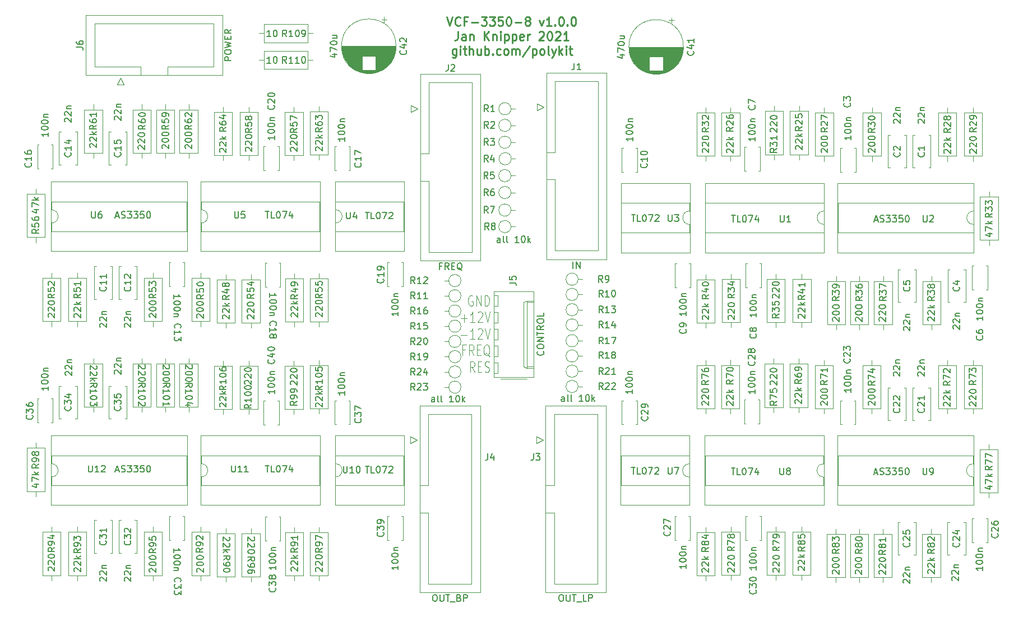
<source format=gbr>
%TF.GenerationSoftware,KiCad,Pcbnew,5.1.10-88a1d61d58~90~ubuntu20.10.1*%
%TF.CreationDate,2021-08-15T21:12:30+02:00*%
%TF.ProjectId,vcf-3350-8,7663662d-3333-4353-902d-382e6b696361,rev?*%
%TF.SameCoordinates,Original*%
%TF.FileFunction,Legend,Top*%
%TF.FilePolarity,Positive*%
%FSLAX46Y46*%
G04 Gerber Fmt 4.6, Leading zero omitted, Abs format (unit mm)*
G04 Created by KiCad (PCBNEW 5.1.10-88a1d61d58~90~ubuntu20.10.1) date 2021-08-15 21:12:30*
%MOMM*%
%LPD*%
G01*
G04 APERTURE LIST*
%ADD10C,0.150000*%
%ADD11C,0.100000*%
%ADD12C,0.250000*%
%ADD13C,0.120000*%
G04 APERTURE END LIST*
D10*
X145752380Y-120652380D02*
X145752380Y-120128571D01*
X145704761Y-120033333D01*
X145609523Y-119985714D01*
X145419047Y-119985714D01*
X145323809Y-120033333D01*
X145752380Y-120604761D02*
X145657142Y-120652380D01*
X145419047Y-120652380D01*
X145323809Y-120604761D01*
X145276190Y-120509523D01*
X145276190Y-120414285D01*
X145323809Y-120319047D01*
X145419047Y-120271428D01*
X145657142Y-120271428D01*
X145752380Y-120223809D01*
X146371428Y-120652380D02*
X146276190Y-120604761D01*
X146228571Y-120509523D01*
X146228571Y-119652380D01*
X146895238Y-120652380D02*
X146800000Y-120604761D01*
X146752380Y-120509523D01*
X146752380Y-119652380D01*
X148561904Y-120652380D02*
X147990476Y-120652380D01*
X148276190Y-120652380D02*
X148276190Y-119652380D01*
X148180952Y-119795238D01*
X148085714Y-119890476D01*
X147990476Y-119938095D01*
X149180952Y-119652380D02*
X149276190Y-119652380D01*
X149371428Y-119700000D01*
X149419047Y-119747619D01*
X149466666Y-119842857D01*
X149514285Y-120033333D01*
X149514285Y-120271428D01*
X149466666Y-120461904D01*
X149419047Y-120557142D01*
X149371428Y-120604761D01*
X149276190Y-120652380D01*
X149180952Y-120652380D01*
X149085714Y-120604761D01*
X149038095Y-120557142D01*
X148990476Y-120461904D01*
X148942857Y-120271428D01*
X148942857Y-120033333D01*
X148990476Y-119842857D01*
X149038095Y-119747619D01*
X149085714Y-119700000D01*
X149180952Y-119652380D01*
X149942857Y-120652380D02*
X149942857Y-119652380D01*
X150038095Y-120271428D02*
X150323809Y-120652380D01*
X150323809Y-119985714D02*
X149942857Y-120366666D01*
X155452380Y-144652380D02*
X155452380Y-144128571D01*
X155404761Y-144033333D01*
X155309523Y-143985714D01*
X155119047Y-143985714D01*
X155023809Y-144033333D01*
X155452380Y-144604761D02*
X155357142Y-144652380D01*
X155119047Y-144652380D01*
X155023809Y-144604761D01*
X154976190Y-144509523D01*
X154976190Y-144414285D01*
X155023809Y-144319047D01*
X155119047Y-144271428D01*
X155357142Y-144271428D01*
X155452380Y-144223809D01*
X156071428Y-144652380D02*
X155976190Y-144604761D01*
X155928571Y-144509523D01*
X155928571Y-143652380D01*
X156595238Y-144652380D02*
X156500000Y-144604761D01*
X156452380Y-144509523D01*
X156452380Y-143652380D01*
X158261904Y-144652380D02*
X157690476Y-144652380D01*
X157976190Y-144652380D02*
X157976190Y-143652380D01*
X157880952Y-143795238D01*
X157785714Y-143890476D01*
X157690476Y-143938095D01*
X158880952Y-143652380D02*
X158976190Y-143652380D01*
X159071428Y-143700000D01*
X159119047Y-143747619D01*
X159166666Y-143842857D01*
X159214285Y-144033333D01*
X159214285Y-144271428D01*
X159166666Y-144461904D01*
X159119047Y-144557142D01*
X159071428Y-144604761D01*
X158976190Y-144652380D01*
X158880952Y-144652380D01*
X158785714Y-144604761D01*
X158738095Y-144557142D01*
X158690476Y-144461904D01*
X158642857Y-144271428D01*
X158642857Y-144033333D01*
X158690476Y-143842857D01*
X158738095Y-143747619D01*
X158785714Y-143700000D01*
X158880952Y-143652380D01*
X159642857Y-144652380D02*
X159642857Y-143652380D01*
X159738095Y-144271428D02*
X160023809Y-144652380D01*
X160023809Y-143985714D02*
X159642857Y-144366666D01*
X135852380Y-144752380D02*
X135852380Y-144228571D01*
X135804761Y-144133333D01*
X135709523Y-144085714D01*
X135519047Y-144085714D01*
X135423809Y-144133333D01*
X135852380Y-144704761D02*
X135757142Y-144752380D01*
X135519047Y-144752380D01*
X135423809Y-144704761D01*
X135376190Y-144609523D01*
X135376190Y-144514285D01*
X135423809Y-144419047D01*
X135519047Y-144371428D01*
X135757142Y-144371428D01*
X135852380Y-144323809D01*
X136471428Y-144752380D02*
X136376190Y-144704761D01*
X136328571Y-144609523D01*
X136328571Y-143752380D01*
X136995238Y-144752380D02*
X136900000Y-144704761D01*
X136852380Y-144609523D01*
X136852380Y-143752380D01*
X138661904Y-144752380D02*
X138090476Y-144752380D01*
X138376190Y-144752380D02*
X138376190Y-143752380D01*
X138280952Y-143895238D01*
X138185714Y-143990476D01*
X138090476Y-144038095D01*
X139280952Y-143752380D02*
X139376190Y-143752380D01*
X139471428Y-143800000D01*
X139519047Y-143847619D01*
X139566666Y-143942857D01*
X139614285Y-144133333D01*
X139614285Y-144371428D01*
X139566666Y-144561904D01*
X139519047Y-144657142D01*
X139471428Y-144704761D01*
X139376190Y-144752380D01*
X139280952Y-144752380D01*
X139185714Y-144704761D01*
X139138095Y-144657142D01*
X139090476Y-144561904D01*
X139042857Y-144371428D01*
X139042857Y-144133333D01*
X139090476Y-143942857D01*
X139138095Y-143847619D01*
X139185714Y-143800000D01*
X139280952Y-143752380D01*
X140042857Y-144752380D02*
X140042857Y-143752380D01*
X140138095Y-144371428D02*
X140423809Y-144752380D01*
X140423809Y-144085714D02*
X140042857Y-144466666D01*
D11*
X141592142Y-128700000D02*
X141477857Y-128623809D01*
X141306428Y-128623809D01*
X141135000Y-128700000D01*
X141020714Y-128852380D01*
X140963571Y-129004761D01*
X140906428Y-129309523D01*
X140906428Y-129538095D01*
X140963571Y-129842857D01*
X141020714Y-129995238D01*
X141135000Y-130147619D01*
X141306428Y-130223809D01*
X141420714Y-130223809D01*
X141592142Y-130147619D01*
X141649285Y-130071428D01*
X141649285Y-129538095D01*
X141420714Y-129538095D01*
X142163571Y-130223809D02*
X142163571Y-128623809D01*
X142849285Y-130223809D01*
X142849285Y-128623809D01*
X143420714Y-130223809D02*
X143420714Y-128623809D01*
X143706428Y-128623809D01*
X143877857Y-128700000D01*
X143992142Y-128852380D01*
X144049285Y-129004761D01*
X144106428Y-129309523D01*
X144106428Y-129538095D01*
X144049285Y-129842857D01*
X143992142Y-129995238D01*
X143877857Y-130147619D01*
X143706428Y-130223809D01*
X143420714Y-130223809D01*
X139820714Y-132114285D02*
X140735000Y-132114285D01*
X140277857Y-132723809D02*
X140277857Y-131504761D01*
X141935000Y-132723809D02*
X141249285Y-132723809D01*
X141592142Y-132723809D02*
X141592142Y-131123809D01*
X141477857Y-131352380D01*
X141363571Y-131504761D01*
X141249285Y-131580952D01*
X142392142Y-131276190D02*
X142449285Y-131200000D01*
X142563571Y-131123809D01*
X142849285Y-131123809D01*
X142963571Y-131200000D01*
X143020714Y-131276190D01*
X143077857Y-131428571D01*
X143077857Y-131580952D01*
X143020714Y-131809523D01*
X142335000Y-132723809D01*
X143077857Y-132723809D01*
X143420714Y-131123809D02*
X143820714Y-132723809D01*
X144220714Y-131123809D01*
X139820714Y-134614285D02*
X140735000Y-134614285D01*
X141935000Y-135223809D02*
X141249285Y-135223809D01*
X141592142Y-135223809D02*
X141592142Y-133623809D01*
X141477857Y-133852380D01*
X141363571Y-134004761D01*
X141249285Y-134080952D01*
X142392142Y-133776190D02*
X142449285Y-133700000D01*
X142563571Y-133623809D01*
X142849285Y-133623809D01*
X142963571Y-133700000D01*
X143020714Y-133776190D01*
X143077857Y-133928571D01*
X143077857Y-134080952D01*
X143020714Y-134309523D01*
X142335000Y-135223809D01*
X143077857Y-135223809D01*
X143420714Y-133623809D02*
X143820714Y-135223809D01*
X144220714Y-133623809D01*
X140449285Y-136885714D02*
X140049285Y-136885714D01*
X140049285Y-137723809D02*
X140049285Y-136123809D01*
X140620714Y-136123809D01*
X141763571Y-137723809D02*
X141363571Y-136961904D01*
X141077857Y-137723809D02*
X141077857Y-136123809D01*
X141535000Y-136123809D01*
X141649285Y-136200000D01*
X141706428Y-136276190D01*
X141763571Y-136428571D01*
X141763571Y-136657142D01*
X141706428Y-136809523D01*
X141649285Y-136885714D01*
X141535000Y-136961904D01*
X141077857Y-136961904D01*
X142277857Y-136885714D02*
X142677857Y-136885714D01*
X142849285Y-137723809D02*
X142277857Y-137723809D01*
X142277857Y-136123809D01*
X142849285Y-136123809D01*
X144163571Y-137876190D02*
X144049285Y-137800000D01*
X143935000Y-137647619D01*
X143763571Y-137419047D01*
X143649285Y-137342857D01*
X143535000Y-137342857D01*
X143592142Y-137723809D02*
X143477857Y-137647619D01*
X143363571Y-137495238D01*
X143306428Y-137190476D01*
X143306428Y-136657142D01*
X143363571Y-136352380D01*
X143477857Y-136200000D01*
X143592142Y-136123809D01*
X143820714Y-136123809D01*
X143935000Y-136200000D01*
X144049285Y-136352380D01*
X144106428Y-136657142D01*
X144106428Y-137190476D01*
X144049285Y-137495238D01*
X143935000Y-137647619D01*
X143820714Y-137723809D01*
X143592142Y-137723809D01*
X141877857Y-140223809D02*
X141477857Y-139461904D01*
X141192142Y-140223809D02*
X141192142Y-138623809D01*
X141649285Y-138623809D01*
X141763571Y-138700000D01*
X141820714Y-138776190D01*
X141877857Y-138928571D01*
X141877857Y-139157142D01*
X141820714Y-139309523D01*
X141763571Y-139385714D01*
X141649285Y-139461904D01*
X141192142Y-139461904D01*
X142392142Y-139385714D02*
X142792142Y-139385714D01*
X142963571Y-140223809D02*
X142392142Y-140223809D01*
X142392142Y-138623809D01*
X142963571Y-138623809D01*
X143420714Y-140147619D02*
X143592142Y-140223809D01*
X143877857Y-140223809D01*
X143992142Y-140147619D01*
X144049285Y-140071428D01*
X144106428Y-139919047D01*
X144106428Y-139766666D01*
X144049285Y-139614285D01*
X143992142Y-139538095D01*
X143877857Y-139461904D01*
X143649285Y-139385714D01*
X143535000Y-139309523D01*
X143477857Y-139233333D01*
X143420714Y-139080952D01*
X143420714Y-138928571D01*
X143477857Y-138776190D01*
X143535000Y-138700000D01*
X143649285Y-138623809D01*
X143935000Y-138623809D01*
X144106428Y-138700000D01*
D12*
X137688095Y-86588095D02*
X138121428Y-87888095D01*
X138554761Y-86588095D01*
X139730952Y-87764285D02*
X139669047Y-87826190D01*
X139483333Y-87888095D01*
X139359523Y-87888095D01*
X139173809Y-87826190D01*
X139050000Y-87702380D01*
X138988095Y-87578571D01*
X138926190Y-87330952D01*
X138926190Y-87145238D01*
X138988095Y-86897619D01*
X139050000Y-86773809D01*
X139173809Y-86650000D01*
X139359523Y-86588095D01*
X139483333Y-86588095D01*
X139669047Y-86650000D01*
X139730952Y-86711904D01*
X140721428Y-87207142D02*
X140288095Y-87207142D01*
X140288095Y-87888095D02*
X140288095Y-86588095D01*
X140907142Y-86588095D01*
X141402380Y-87392857D02*
X142392857Y-87392857D01*
X142888095Y-86588095D02*
X143692857Y-86588095D01*
X143259523Y-87083333D01*
X143445238Y-87083333D01*
X143569047Y-87145238D01*
X143630952Y-87207142D01*
X143692857Y-87330952D01*
X143692857Y-87640476D01*
X143630952Y-87764285D01*
X143569047Y-87826190D01*
X143445238Y-87888095D01*
X143073809Y-87888095D01*
X142950000Y-87826190D01*
X142888095Y-87764285D01*
X144126190Y-86588095D02*
X144930952Y-86588095D01*
X144497619Y-87083333D01*
X144683333Y-87083333D01*
X144807142Y-87145238D01*
X144869047Y-87207142D01*
X144930952Y-87330952D01*
X144930952Y-87640476D01*
X144869047Y-87764285D01*
X144807142Y-87826190D01*
X144683333Y-87888095D01*
X144311904Y-87888095D01*
X144188095Y-87826190D01*
X144126190Y-87764285D01*
X146107142Y-86588095D02*
X145488095Y-86588095D01*
X145426190Y-87207142D01*
X145488095Y-87145238D01*
X145611904Y-87083333D01*
X145921428Y-87083333D01*
X146045238Y-87145238D01*
X146107142Y-87207142D01*
X146169047Y-87330952D01*
X146169047Y-87640476D01*
X146107142Y-87764285D01*
X146045238Y-87826190D01*
X145921428Y-87888095D01*
X145611904Y-87888095D01*
X145488095Y-87826190D01*
X145426190Y-87764285D01*
X146973809Y-86588095D02*
X147097619Y-86588095D01*
X147221428Y-86650000D01*
X147283333Y-86711904D01*
X147345238Y-86835714D01*
X147407142Y-87083333D01*
X147407142Y-87392857D01*
X147345238Y-87640476D01*
X147283333Y-87764285D01*
X147221428Y-87826190D01*
X147097619Y-87888095D01*
X146973809Y-87888095D01*
X146850000Y-87826190D01*
X146788095Y-87764285D01*
X146726190Y-87640476D01*
X146664285Y-87392857D01*
X146664285Y-87083333D01*
X146726190Y-86835714D01*
X146788095Y-86711904D01*
X146850000Y-86650000D01*
X146973809Y-86588095D01*
X147964285Y-87392857D02*
X148954761Y-87392857D01*
X149759523Y-87145238D02*
X149635714Y-87083333D01*
X149573809Y-87021428D01*
X149511904Y-86897619D01*
X149511904Y-86835714D01*
X149573809Y-86711904D01*
X149635714Y-86650000D01*
X149759523Y-86588095D01*
X150007142Y-86588095D01*
X150130952Y-86650000D01*
X150192857Y-86711904D01*
X150254761Y-86835714D01*
X150254761Y-86897619D01*
X150192857Y-87021428D01*
X150130952Y-87083333D01*
X150007142Y-87145238D01*
X149759523Y-87145238D01*
X149635714Y-87207142D01*
X149573809Y-87269047D01*
X149511904Y-87392857D01*
X149511904Y-87640476D01*
X149573809Y-87764285D01*
X149635714Y-87826190D01*
X149759523Y-87888095D01*
X150007142Y-87888095D01*
X150130952Y-87826190D01*
X150192857Y-87764285D01*
X150254761Y-87640476D01*
X150254761Y-87392857D01*
X150192857Y-87269047D01*
X150130952Y-87207142D01*
X150007142Y-87145238D01*
X151678571Y-87021428D02*
X151988095Y-87888095D01*
X152297619Y-87021428D01*
X153473809Y-87888095D02*
X152730952Y-87888095D01*
X153102380Y-87888095D02*
X153102380Y-86588095D01*
X152978571Y-86773809D01*
X152854761Y-86897619D01*
X152730952Y-86959523D01*
X154030952Y-87764285D02*
X154092857Y-87826190D01*
X154030952Y-87888095D01*
X153969047Y-87826190D01*
X154030952Y-87764285D01*
X154030952Y-87888095D01*
X154897619Y-86588095D02*
X155021428Y-86588095D01*
X155145238Y-86650000D01*
X155207142Y-86711904D01*
X155269047Y-86835714D01*
X155330952Y-87083333D01*
X155330952Y-87392857D01*
X155269047Y-87640476D01*
X155207142Y-87764285D01*
X155145238Y-87826190D01*
X155021428Y-87888095D01*
X154897619Y-87888095D01*
X154773809Y-87826190D01*
X154711904Y-87764285D01*
X154650000Y-87640476D01*
X154588095Y-87392857D01*
X154588095Y-87083333D01*
X154650000Y-86835714D01*
X154711904Y-86711904D01*
X154773809Y-86650000D01*
X154897619Y-86588095D01*
X155888095Y-87764285D02*
X155950000Y-87826190D01*
X155888095Y-87888095D01*
X155826190Y-87826190D01*
X155888095Y-87764285D01*
X155888095Y-87888095D01*
X156754761Y-86588095D02*
X156878571Y-86588095D01*
X157002380Y-86650000D01*
X157064285Y-86711904D01*
X157126190Y-86835714D01*
X157188095Y-87083333D01*
X157188095Y-87392857D01*
X157126190Y-87640476D01*
X157064285Y-87764285D01*
X157002380Y-87826190D01*
X156878571Y-87888095D01*
X156754761Y-87888095D01*
X156630952Y-87826190D01*
X156569047Y-87764285D01*
X156507142Y-87640476D01*
X156445238Y-87392857D01*
X156445238Y-87083333D01*
X156507142Y-86835714D01*
X156569047Y-86711904D01*
X156630952Y-86650000D01*
X156754761Y-86588095D01*
X139359523Y-88788095D02*
X139359523Y-89716666D01*
X139297619Y-89902380D01*
X139173809Y-90026190D01*
X138988095Y-90088095D01*
X138864285Y-90088095D01*
X140535714Y-90088095D02*
X140535714Y-89407142D01*
X140473809Y-89283333D01*
X140350000Y-89221428D01*
X140102380Y-89221428D01*
X139978571Y-89283333D01*
X140535714Y-90026190D02*
X140411904Y-90088095D01*
X140102380Y-90088095D01*
X139978571Y-90026190D01*
X139916666Y-89902380D01*
X139916666Y-89778571D01*
X139978571Y-89654761D01*
X140102380Y-89592857D01*
X140411904Y-89592857D01*
X140535714Y-89530952D01*
X141154761Y-89221428D02*
X141154761Y-90088095D01*
X141154761Y-89345238D02*
X141216666Y-89283333D01*
X141340476Y-89221428D01*
X141526190Y-89221428D01*
X141650000Y-89283333D01*
X141711904Y-89407142D01*
X141711904Y-90088095D01*
X143321428Y-90088095D02*
X143321428Y-88788095D01*
X144064285Y-90088095D02*
X143507142Y-89345238D01*
X144064285Y-88788095D02*
X143321428Y-89530952D01*
X144621428Y-89221428D02*
X144621428Y-90088095D01*
X144621428Y-89345238D02*
X144683333Y-89283333D01*
X144807142Y-89221428D01*
X144992857Y-89221428D01*
X145116666Y-89283333D01*
X145178571Y-89407142D01*
X145178571Y-90088095D01*
X145797619Y-90088095D02*
X145797619Y-89221428D01*
X145797619Y-88788095D02*
X145735714Y-88850000D01*
X145797619Y-88911904D01*
X145859523Y-88850000D01*
X145797619Y-88788095D01*
X145797619Y-88911904D01*
X146416666Y-89221428D02*
X146416666Y-90521428D01*
X146416666Y-89283333D02*
X146540476Y-89221428D01*
X146788095Y-89221428D01*
X146911904Y-89283333D01*
X146973809Y-89345238D01*
X147035714Y-89469047D01*
X147035714Y-89840476D01*
X146973809Y-89964285D01*
X146911904Y-90026190D01*
X146788095Y-90088095D01*
X146540476Y-90088095D01*
X146416666Y-90026190D01*
X147592857Y-89221428D02*
X147592857Y-90521428D01*
X147592857Y-89283333D02*
X147716666Y-89221428D01*
X147964285Y-89221428D01*
X148088095Y-89283333D01*
X148150000Y-89345238D01*
X148211904Y-89469047D01*
X148211904Y-89840476D01*
X148150000Y-89964285D01*
X148088095Y-90026190D01*
X147964285Y-90088095D01*
X147716666Y-90088095D01*
X147592857Y-90026190D01*
X149264285Y-90026190D02*
X149140476Y-90088095D01*
X148892857Y-90088095D01*
X148769047Y-90026190D01*
X148707142Y-89902380D01*
X148707142Y-89407142D01*
X148769047Y-89283333D01*
X148892857Y-89221428D01*
X149140476Y-89221428D01*
X149264285Y-89283333D01*
X149326190Y-89407142D01*
X149326190Y-89530952D01*
X148707142Y-89654761D01*
X149883333Y-90088095D02*
X149883333Y-89221428D01*
X149883333Y-89469047D02*
X149945238Y-89345238D01*
X150007142Y-89283333D01*
X150130952Y-89221428D01*
X150254761Y-89221428D01*
X151616666Y-88911904D02*
X151678571Y-88850000D01*
X151802380Y-88788095D01*
X152111904Y-88788095D01*
X152235714Y-88850000D01*
X152297619Y-88911904D01*
X152359523Y-89035714D01*
X152359523Y-89159523D01*
X152297619Y-89345238D01*
X151554761Y-90088095D01*
X152359523Y-90088095D01*
X153164285Y-88788095D02*
X153288095Y-88788095D01*
X153411904Y-88850000D01*
X153473809Y-88911904D01*
X153535714Y-89035714D01*
X153597619Y-89283333D01*
X153597619Y-89592857D01*
X153535714Y-89840476D01*
X153473809Y-89964285D01*
X153411904Y-90026190D01*
X153288095Y-90088095D01*
X153164285Y-90088095D01*
X153040476Y-90026190D01*
X152978571Y-89964285D01*
X152916666Y-89840476D01*
X152854761Y-89592857D01*
X152854761Y-89283333D01*
X152916666Y-89035714D01*
X152978571Y-88911904D01*
X153040476Y-88850000D01*
X153164285Y-88788095D01*
X154092857Y-88911904D02*
X154154761Y-88850000D01*
X154278571Y-88788095D01*
X154588095Y-88788095D01*
X154711904Y-88850000D01*
X154773809Y-88911904D01*
X154835714Y-89035714D01*
X154835714Y-89159523D01*
X154773809Y-89345238D01*
X154030952Y-90088095D01*
X154835714Y-90088095D01*
X156073809Y-90088095D02*
X155330952Y-90088095D01*
X155702380Y-90088095D02*
X155702380Y-88788095D01*
X155578571Y-88973809D01*
X155454761Y-89097619D01*
X155330952Y-89159523D01*
X139111904Y-91421428D02*
X139111904Y-92473809D01*
X139050000Y-92597619D01*
X138988095Y-92659523D01*
X138864285Y-92721428D01*
X138678571Y-92721428D01*
X138554761Y-92659523D01*
X139111904Y-92226190D02*
X138988095Y-92288095D01*
X138740476Y-92288095D01*
X138616666Y-92226190D01*
X138554761Y-92164285D01*
X138492857Y-92040476D01*
X138492857Y-91669047D01*
X138554761Y-91545238D01*
X138616666Y-91483333D01*
X138740476Y-91421428D01*
X138988095Y-91421428D01*
X139111904Y-91483333D01*
X139730952Y-92288095D02*
X139730952Y-91421428D01*
X139730952Y-90988095D02*
X139669047Y-91050000D01*
X139730952Y-91111904D01*
X139792857Y-91050000D01*
X139730952Y-90988095D01*
X139730952Y-91111904D01*
X140164285Y-91421428D02*
X140659523Y-91421428D01*
X140350000Y-90988095D02*
X140350000Y-92102380D01*
X140411904Y-92226190D01*
X140535714Y-92288095D01*
X140659523Y-92288095D01*
X141092857Y-92288095D02*
X141092857Y-90988095D01*
X141650000Y-92288095D02*
X141650000Y-91607142D01*
X141588095Y-91483333D01*
X141464285Y-91421428D01*
X141278571Y-91421428D01*
X141154761Y-91483333D01*
X141092857Y-91545238D01*
X142826190Y-91421428D02*
X142826190Y-92288095D01*
X142269047Y-91421428D02*
X142269047Y-92102380D01*
X142330952Y-92226190D01*
X142454761Y-92288095D01*
X142640476Y-92288095D01*
X142764285Y-92226190D01*
X142826190Y-92164285D01*
X143445238Y-92288095D02*
X143445238Y-90988095D01*
X143445238Y-91483333D02*
X143569047Y-91421428D01*
X143816666Y-91421428D01*
X143940476Y-91483333D01*
X144002380Y-91545238D01*
X144064285Y-91669047D01*
X144064285Y-92040476D01*
X144002380Y-92164285D01*
X143940476Y-92226190D01*
X143816666Y-92288095D01*
X143569047Y-92288095D01*
X143445238Y-92226190D01*
X144621428Y-92164285D02*
X144683333Y-92226190D01*
X144621428Y-92288095D01*
X144559523Y-92226190D01*
X144621428Y-92164285D01*
X144621428Y-92288095D01*
X145797619Y-92226190D02*
X145673809Y-92288095D01*
X145426190Y-92288095D01*
X145302380Y-92226190D01*
X145240476Y-92164285D01*
X145178571Y-92040476D01*
X145178571Y-91669047D01*
X145240476Y-91545238D01*
X145302380Y-91483333D01*
X145426190Y-91421428D01*
X145673809Y-91421428D01*
X145797619Y-91483333D01*
X146540476Y-92288095D02*
X146416666Y-92226190D01*
X146354761Y-92164285D01*
X146292857Y-92040476D01*
X146292857Y-91669047D01*
X146354761Y-91545238D01*
X146416666Y-91483333D01*
X146540476Y-91421428D01*
X146726190Y-91421428D01*
X146850000Y-91483333D01*
X146911904Y-91545238D01*
X146973809Y-91669047D01*
X146973809Y-92040476D01*
X146911904Y-92164285D01*
X146850000Y-92226190D01*
X146726190Y-92288095D01*
X146540476Y-92288095D01*
X147530952Y-92288095D02*
X147530952Y-91421428D01*
X147530952Y-91545238D02*
X147592857Y-91483333D01*
X147716666Y-91421428D01*
X147902380Y-91421428D01*
X148026190Y-91483333D01*
X148088095Y-91607142D01*
X148088095Y-92288095D01*
X148088095Y-91607142D02*
X148150000Y-91483333D01*
X148273809Y-91421428D01*
X148459523Y-91421428D01*
X148583333Y-91483333D01*
X148645238Y-91607142D01*
X148645238Y-92288095D01*
X150192857Y-90926190D02*
X149078571Y-92597619D01*
X150626190Y-91421428D02*
X150626190Y-92721428D01*
X150626190Y-91483333D02*
X150750000Y-91421428D01*
X150997619Y-91421428D01*
X151121428Y-91483333D01*
X151183333Y-91545238D01*
X151245238Y-91669047D01*
X151245238Y-92040476D01*
X151183333Y-92164285D01*
X151121428Y-92226190D01*
X150997619Y-92288095D01*
X150750000Y-92288095D01*
X150626190Y-92226190D01*
X151988095Y-92288095D02*
X151864285Y-92226190D01*
X151802380Y-92164285D01*
X151740476Y-92040476D01*
X151740476Y-91669047D01*
X151802380Y-91545238D01*
X151864285Y-91483333D01*
X151988095Y-91421428D01*
X152173809Y-91421428D01*
X152297619Y-91483333D01*
X152359523Y-91545238D01*
X152421428Y-91669047D01*
X152421428Y-92040476D01*
X152359523Y-92164285D01*
X152297619Y-92226190D01*
X152173809Y-92288095D01*
X151988095Y-92288095D01*
X153164285Y-92288095D02*
X153040476Y-92226190D01*
X152978571Y-92102380D01*
X152978571Y-90988095D01*
X153535714Y-91421428D02*
X153845238Y-92288095D01*
X154154761Y-91421428D02*
X153845238Y-92288095D01*
X153721428Y-92597619D01*
X153659523Y-92659523D01*
X153535714Y-92721428D01*
X154650000Y-92288095D02*
X154650000Y-90988095D01*
X154773809Y-91792857D02*
X155145238Y-92288095D01*
X155145238Y-91421428D02*
X154650000Y-91916666D01*
X155702380Y-92288095D02*
X155702380Y-91421428D01*
X155702380Y-90988095D02*
X155640476Y-91050000D01*
X155702380Y-91111904D01*
X155764285Y-91050000D01*
X155702380Y-90988095D01*
X155702380Y-91111904D01*
X156135714Y-91421428D02*
X156630952Y-91421428D01*
X156321428Y-90988095D02*
X156321428Y-92102380D01*
X156383333Y-92226190D01*
X156507142Y-92288095D01*
X156630952Y-92288095D01*
D13*
%TO.C,J6*%
X83190000Y-95390000D02*
X83190000Y-86270000D01*
X83190000Y-86270000D02*
X103770000Y-86270000D01*
X103770000Y-86270000D02*
X103770000Y-95390000D01*
X103770000Y-95390000D02*
X83190000Y-95390000D01*
X91430000Y-95390000D02*
X91430000Y-94080000D01*
X91430000Y-94080000D02*
X84490000Y-94080000D01*
X84490000Y-94080000D02*
X84490000Y-87580000D01*
X84490000Y-87580000D02*
X102470000Y-87580000D01*
X102470000Y-87580000D02*
X102470000Y-94080000D01*
X102470000Y-94080000D02*
X95530000Y-94080000D01*
X95530000Y-94080000D02*
X95530000Y-94080000D01*
X95530000Y-94080000D02*
X95530000Y-95390000D01*
X88400000Y-95780000D02*
X87900000Y-96780000D01*
X87900000Y-96780000D02*
X88900000Y-96780000D01*
X88900000Y-96780000D02*
X88400000Y-95780000D01*
%TO.C,R110*%
X110105302Y-91730000D02*
X110105302Y-94470000D01*
X110105302Y-94470000D02*
X116645302Y-94470000D01*
X116645302Y-94470000D02*
X116645302Y-91730000D01*
X116645302Y-91730000D02*
X110105302Y-91730000D01*
X109335302Y-93100000D02*
X110105302Y-93100000D01*
X117415302Y-93100000D02*
X116645302Y-93100000D01*
%TO.C,R109*%
X110105302Y-87680000D02*
X110105302Y-90420000D01*
X110105302Y-90420000D02*
X116645302Y-90420000D01*
X116645302Y-90420000D02*
X116645302Y-87680000D01*
X116645302Y-87680000D02*
X110105302Y-87680000D01*
X109335302Y-89050000D02*
X110105302Y-89050000D01*
X117415302Y-89050000D02*
X116645302Y-89050000D01*
%TO.C,C42*%
X130020000Y-91000000D02*
G75*
G03*
X130020000Y-91000000I-4120000J0D01*
G01*
X129980000Y-91000000D02*
X121820000Y-91000000D01*
X129980000Y-91040000D02*
X121820000Y-91040000D01*
X129980000Y-91080000D02*
X121820000Y-91080000D01*
X129979000Y-91120000D02*
X121821000Y-91120000D01*
X129977000Y-91160000D02*
X121823000Y-91160000D01*
X129976000Y-91200000D02*
X121824000Y-91200000D01*
X129974000Y-91240000D02*
X121826000Y-91240000D01*
X129971000Y-91280000D02*
X121829000Y-91280000D01*
X129968000Y-91320000D02*
X121832000Y-91320000D01*
X129965000Y-91360000D02*
X121835000Y-91360000D01*
X129961000Y-91400000D02*
X121839000Y-91400000D01*
X129957000Y-91440000D02*
X121843000Y-91440000D01*
X129952000Y-91480000D02*
X121848000Y-91480000D01*
X129948000Y-91520000D02*
X121852000Y-91520000D01*
X129942000Y-91560000D02*
X121858000Y-91560000D01*
X129937000Y-91600000D02*
X121863000Y-91600000D01*
X129930000Y-91640000D02*
X121870000Y-91640000D01*
X129924000Y-91680000D02*
X121876000Y-91680000D01*
X129917000Y-91721000D02*
X121883000Y-91721000D01*
X129910000Y-91761000D02*
X121890000Y-91761000D01*
X129902000Y-91801000D02*
X121898000Y-91801000D01*
X129894000Y-91841000D02*
X121906000Y-91841000D01*
X129885000Y-91881000D02*
X121915000Y-91881000D01*
X129876000Y-91921000D02*
X121924000Y-91921000D01*
X129867000Y-91961000D02*
X121933000Y-91961000D01*
X129857000Y-92001000D02*
X121943000Y-92001000D01*
X129847000Y-92041000D02*
X121953000Y-92041000D01*
X129836000Y-92081000D02*
X121964000Y-92081000D01*
X129825000Y-92121000D02*
X121975000Y-92121000D01*
X129814000Y-92161000D02*
X121986000Y-92161000D01*
X129802000Y-92201000D02*
X121998000Y-92201000D01*
X129789000Y-92241000D02*
X122011000Y-92241000D01*
X129777000Y-92281000D02*
X122023000Y-92281000D01*
X129763000Y-92321000D02*
X122037000Y-92321000D01*
X129750000Y-92361000D02*
X122050000Y-92361000D01*
X129735000Y-92401000D02*
X122065000Y-92401000D01*
X129721000Y-92441000D02*
X122079000Y-92441000D01*
X129705000Y-92481000D02*
X126940000Y-92481000D01*
X124860000Y-92481000D02*
X122095000Y-92481000D01*
X129690000Y-92521000D02*
X126940000Y-92521000D01*
X124860000Y-92521000D02*
X122110000Y-92521000D01*
X129674000Y-92561000D02*
X126940000Y-92561000D01*
X124860000Y-92561000D02*
X122126000Y-92561000D01*
X129657000Y-92601000D02*
X126940000Y-92601000D01*
X124860000Y-92601000D02*
X122143000Y-92601000D01*
X129640000Y-92641000D02*
X126940000Y-92641000D01*
X124860000Y-92641000D02*
X122160000Y-92641000D01*
X129622000Y-92681000D02*
X126940000Y-92681000D01*
X124860000Y-92681000D02*
X122178000Y-92681000D01*
X129604000Y-92721000D02*
X126940000Y-92721000D01*
X124860000Y-92721000D02*
X122196000Y-92721000D01*
X129586000Y-92761000D02*
X126940000Y-92761000D01*
X124860000Y-92761000D02*
X122214000Y-92761000D01*
X129566000Y-92801000D02*
X126940000Y-92801000D01*
X124860000Y-92801000D02*
X122234000Y-92801000D01*
X129547000Y-92841000D02*
X126940000Y-92841000D01*
X124860000Y-92841000D02*
X122253000Y-92841000D01*
X129527000Y-92881000D02*
X126940000Y-92881000D01*
X124860000Y-92881000D02*
X122273000Y-92881000D01*
X129506000Y-92921000D02*
X126940000Y-92921000D01*
X124860000Y-92921000D02*
X122294000Y-92921000D01*
X129484000Y-92961000D02*
X126940000Y-92961000D01*
X124860000Y-92961000D02*
X122316000Y-92961000D01*
X129462000Y-93001000D02*
X126940000Y-93001000D01*
X124860000Y-93001000D02*
X122338000Y-93001000D01*
X129440000Y-93041000D02*
X126940000Y-93041000D01*
X124860000Y-93041000D02*
X122360000Y-93041000D01*
X129417000Y-93081000D02*
X126940000Y-93081000D01*
X124860000Y-93081000D02*
X122383000Y-93081000D01*
X129393000Y-93121000D02*
X126940000Y-93121000D01*
X124860000Y-93121000D02*
X122407000Y-93121000D01*
X129369000Y-93161000D02*
X126940000Y-93161000D01*
X124860000Y-93161000D02*
X122431000Y-93161000D01*
X129344000Y-93201000D02*
X126940000Y-93201000D01*
X124860000Y-93201000D02*
X122456000Y-93201000D01*
X129318000Y-93241000D02*
X126940000Y-93241000D01*
X124860000Y-93241000D02*
X122482000Y-93241000D01*
X129292000Y-93281000D02*
X126940000Y-93281000D01*
X124860000Y-93281000D02*
X122508000Y-93281000D01*
X129265000Y-93321000D02*
X126940000Y-93321000D01*
X124860000Y-93321000D02*
X122535000Y-93321000D01*
X129238000Y-93361000D02*
X126940000Y-93361000D01*
X124860000Y-93361000D02*
X122562000Y-93361000D01*
X129209000Y-93401000D02*
X126940000Y-93401000D01*
X124860000Y-93401000D02*
X122591000Y-93401000D01*
X129180000Y-93441000D02*
X126940000Y-93441000D01*
X124860000Y-93441000D02*
X122620000Y-93441000D01*
X129150000Y-93481000D02*
X126940000Y-93481000D01*
X124860000Y-93481000D02*
X122650000Y-93481000D01*
X129120000Y-93521000D02*
X126940000Y-93521000D01*
X124860000Y-93521000D02*
X122680000Y-93521000D01*
X129089000Y-93561000D02*
X126940000Y-93561000D01*
X124860000Y-93561000D02*
X122711000Y-93561000D01*
X129056000Y-93601000D02*
X126940000Y-93601000D01*
X124860000Y-93601000D02*
X122744000Y-93601000D01*
X129024000Y-93641000D02*
X126940000Y-93641000D01*
X124860000Y-93641000D02*
X122776000Y-93641000D01*
X128990000Y-93681000D02*
X126940000Y-93681000D01*
X124860000Y-93681000D02*
X122810000Y-93681000D01*
X128955000Y-93721000D02*
X126940000Y-93721000D01*
X124860000Y-93721000D02*
X122845000Y-93721000D01*
X128919000Y-93761000D02*
X126940000Y-93761000D01*
X124860000Y-93761000D02*
X122881000Y-93761000D01*
X128883000Y-93801000D02*
X126940000Y-93801000D01*
X124860000Y-93801000D02*
X122917000Y-93801000D01*
X128845000Y-93841000D02*
X126940000Y-93841000D01*
X124860000Y-93841000D02*
X122955000Y-93841000D01*
X128807000Y-93881000D02*
X126940000Y-93881000D01*
X124860000Y-93881000D02*
X122993000Y-93881000D01*
X128767000Y-93921000D02*
X126940000Y-93921000D01*
X124860000Y-93921000D02*
X123033000Y-93921000D01*
X128726000Y-93961000D02*
X126940000Y-93961000D01*
X124860000Y-93961000D02*
X123074000Y-93961000D01*
X128684000Y-94001000D02*
X126940000Y-94001000D01*
X124860000Y-94001000D02*
X123116000Y-94001000D01*
X128641000Y-94041000D02*
X126940000Y-94041000D01*
X124860000Y-94041000D02*
X123159000Y-94041000D01*
X128597000Y-94081000D02*
X126940000Y-94081000D01*
X124860000Y-94081000D02*
X123203000Y-94081000D01*
X128551000Y-94121000D02*
X126940000Y-94121000D01*
X124860000Y-94121000D02*
X123249000Y-94121000D01*
X128504000Y-94161000D02*
X126940000Y-94161000D01*
X124860000Y-94161000D02*
X123296000Y-94161000D01*
X128456000Y-94201000D02*
X126940000Y-94201000D01*
X124860000Y-94201000D02*
X123344000Y-94201000D01*
X128405000Y-94241000D02*
X126940000Y-94241000D01*
X124860000Y-94241000D02*
X123395000Y-94241000D01*
X128354000Y-94281000D02*
X126940000Y-94281000D01*
X124860000Y-94281000D02*
X123446000Y-94281000D01*
X128300000Y-94321000D02*
X126940000Y-94321000D01*
X124860000Y-94321000D02*
X123500000Y-94321000D01*
X128245000Y-94361000D02*
X126940000Y-94361000D01*
X124860000Y-94361000D02*
X123555000Y-94361000D01*
X128187000Y-94401000D02*
X126940000Y-94401000D01*
X124860000Y-94401000D02*
X123613000Y-94401000D01*
X128128000Y-94441000D02*
X126940000Y-94441000D01*
X124860000Y-94441000D02*
X123672000Y-94441000D01*
X128066000Y-94481000D02*
X126940000Y-94481000D01*
X124860000Y-94481000D02*
X123734000Y-94481000D01*
X128002000Y-94521000D02*
X126940000Y-94521000D01*
X124860000Y-94521000D02*
X123798000Y-94521000D01*
X127934000Y-94561000D02*
X123866000Y-94561000D01*
X127864000Y-94601000D02*
X123936000Y-94601000D01*
X127790000Y-94641000D02*
X124010000Y-94641000D01*
X127713000Y-94681000D02*
X124087000Y-94681000D01*
X127631000Y-94721000D02*
X124169000Y-94721000D01*
X127545000Y-94761000D02*
X124255000Y-94761000D01*
X127452000Y-94801000D02*
X124348000Y-94801000D01*
X127353000Y-94841000D02*
X124447000Y-94841000D01*
X127246000Y-94881000D02*
X124554000Y-94881000D01*
X127129000Y-94921000D02*
X124671000Y-94921000D01*
X126998000Y-94961000D02*
X124802000Y-94961000D01*
X126848000Y-95001000D02*
X124952000Y-95001000D01*
X126668000Y-95041000D02*
X125132000Y-95041000D01*
X126433000Y-95081000D02*
X125367000Y-95081000D01*
X128215000Y-86590302D02*
X128215000Y-87390302D01*
X128615000Y-86990302D02*
X127815000Y-86990302D01*
%TO.C,C41*%
X173420000Y-91100000D02*
G75*
G03*
X173420000Y-91100000I-4120000J0D01*
G01*
X173380000Y-91100000D02*
X165220000Y-91100000D01*
X173380000Y-91140000D02*
X165220000Y-91140000D01*
X173380000Y-91180000D02*
X165220000Y-91180000D01*
X173379000Y-91220000D02*
X165221000Y-91220000D01*
X173377000Y-91260000D02*
X165223000Y-91260000D01*
X173376000Y-91300000D02*
X165224000Y-91300000D01*
X173374000Y-91340000D02*
X165226000Y-91340000D01*
X173371000Y-91380000D02*
X165229000Y-91380000D01*
X173368000Y-91420000D02*
X165232000Y-91420000D01*
X173365000Y-91460000D02*
X165235000Y-91460000D01*
X173361000Y-91500000D02*
X165239000Y-91500000D01*
X173357000Y-91540000D02*
X165243000Y-91540000D01*
X173352000Y-91580000D02*
X165248000Y-91580000D01*
X173348000Y-91620000D02*
X165252000Y-91620000D01*
X173342000Y-91660000D02*
X165258000Y-91660000D01*
X173337000Y-91700000D02*
X165263000Y-91700000D01*
X173330000Y-91740000D02*
X165270000Y-91740000D01*
X173324000Y-91780000D02*
X165276000Y-91780000D01*
X173317000Y-91821000D02*
X165283000Y-91821000D01*
X173310000Y-91861000D02*
X165290000Y-91861000D01*
X173302000Y-91901000D02*
X165298000Y-91901000D01*
X173294000Y-91941000D02*
X165306000Y-91941000D01*
X173285000Y-91981000D02*
X165315000Y-91981000D01*
X173276000Y-92021000D02*
X165324000Y-92021000D01*
X173267000Y-92061000D02*
X165333000Y-92061000D01*
X173257000Y-92101000D02*
X165343000Y-92101000D01*
X173247000Y-92141000D02*
X165353000Y-92141000D01*
X173236000Y-92181000D02*
X165364000Y-92181000D01*
X173225000Y-92221000D02*
X165375000Y-92221000D01*
X173214000Y-92261000D02*
X165386000Y-92261000D01*
X173202000Y-92301000D02*
X165398000Y-92301000D01*
X173189000Y-92341000D02*
X165411000Y-92341000D01*
X173177000Y-92381000D02*
X165423000Y-92381000D01*
X173163000Y-92421000D02*
X165437000Y-92421000D01*
X173150000Y-92461000D02*
X165450000Y-92461000D01*
X173135000Y-92501000D02*
X165465000Y-92501000D01*
X173121000Y-92541000D02*
X165479000Y-92541000D01*
X173105000Y-92581000D02*
X170340000Y-92581000D01*
X168260000Y-92581000D02*
X165495000Y-92581000D01*
X173090000Y-92621000D02*
X170340000Y-92621000D01*
X168260000Y-92621000D02*
X165510000Y-92621000D01*
X173074000Y-92661000D02*
X170340000Y-92661000D01*
X168260000Y-92661000D02*
X165526000Y-92661000D01*
X173057000Y-92701000D02*
X170340000Y-92701000D01*
X168260000Y-92701000D02*
X165543000Y-92701000D01*
X173040000Y-92741000D02*
X170340000Y-92741000D01*
X168260000Y-92741000D02*
X165560000Y-92741000D01*
X173022000Y-92781000D02*
X170340000Y-92781000D01*
X168260000Y-92781000D02*
X165578000Y-92781000D01*
X173004000Y-92821000D02*
X170340000Y-92821000D01*
X168260000Y-92821000D02*
X165596000Y-92821000D01*
X172986000Y-92861000D02*
X170340000Y-92861000D01*
X168260000Y-92861000D02*
X165614000Y-92861000D01*
X172966000Y-92901000D02*
X170340000Y-92901000D01*
X168260000Y-92901000D02*
X165634000Y-92901000D01*
X172947000Y-92941000D02*
X170340000Y-92941000D01*
X168260000Y-92941000D02*
X165653000Y-92941000D01*
X172927000Y-92981000D02*
X170340000Y-92981000D01*
X168260000Y-92981000D02*
X165673000Y-92981000D01*
X172906000Y-93021000D02*
X170340000Y-93021000D01*
X168260000Y-93021000D02*
X165694000Y-93021000D01*
X172884000Y-93061000D02*
X170340000Y-93061000D01*
X168260000Y-93061000D02*
X165716000Y-93061000D01*
X172862000Y-93101000D02*
X170340000Y-93101000D01*
X168260000Y-93101000D02*
X165738000Y-93101000D01*
X172840000Y-93141000D02*
X170340000Y-93141000D01*
X168260000Y-93141000D02*
X165760000Y-93141000D01*
X172817000Y-93181000D02*
X170340000Y-93181000D01*
X168260000Y-93181000D02*
X165783000Y-93181000D01*
X172793000Y-93221000D02*
X170340000Y-93221000D01*
X168260000Y-93221000D02*
X165807000Y-93221000D01*
X172769000Y-93261000D02*
X170340000Y-93261000D01*
X168260000Y-93261000D02*
X165831000Y-93261000D01*
X172744000Y-93301000D02*
X170340000Y-93301000D01*
X168260000Y-93301000D02*
X165856000Y-93301000D01*
X172718000Y-93341000D02*
X170340000Y-93341000D01*
X168260000Y-93341000D02*
X165882000Y-93341000D01*
X172692000Y-93381000D02*
X170340000Y-93381000D01*
X168260000Y-93381000D02*
X165908000Y-93381000D01*
X172665000Y-93421000D02*
X170340000Y-93421000D01*
X168260000Y-93421000D02*
X165935000Y-93421000D01*
X172638000Y-93461000D02*
X170340000Y-93461000D01*
X168260000Y-93461000D02*
X165962000Y-93461000D01*
X172609000Y-93501000D02*
X170340000Y-93501000D01*
X168260000Y-93501000D02*
X165991000Y-93501000D01*
X172580000Y-93541000D02*
X170340000Y-93541000D01*
X168260000Y-93541000D02*
X166020000Y-93541000D01*
X172550000Y-93581000D02*
X170340000Y-93581000D01*
X168260000Y-93581000D02*
X166050000Y-93581000D01*
X172520000Y-93621000D02*
X170340000Y-93621000D01*
X168260000Y-93621000D02*
X166080000Y-93621000D01*
X172489000Y-93661000D02*
X170340000Y-93661000D01*
X168260000Y-93661000D02*
X166111000Y-93661000D01*
X172456000Y-93701000D02*
X170340000Y-93701000D01*
X168260000Y-93701000D02*
X166144000Y-93701000D01*
X172424000Y-93741000D02*
X170340000Y-93741000D01*
X168260000Y-93741000D02*
X166176000Y-93741000D01*
X172390000Y-93781000D02*
X170340000Y-93781000D01*
X168260000Y-93781000D02*
X166210000Y-93781000D01*
X172355000Y-93821000D02*
X170340000Y-93821000D01*
X168260000Y-93821000D02*
X166245000Y-93821000D01*
X172319000Y-93861000D02*
X170340000Y-93861000D01*
X168260000Y-93861000D02*
X166281000Y-93861000D01*
X172283000Y-93901000D02*
X170340000Y-93901000D01*
X168260000Y-93901000D02*
X166317000Y-93901000D01*
X172245000Y-93941000D02*
X170340000Y-93941000D01*
X168260000Y-93941000D02*
X166355000Y-93941000D01*
X172207000Y-93981000D02*
X170340000Y-93981000D01*
X168260000Y-93981000D02*
X166393000Y-93981000D01*
X172167000Y-94021000D02*
X170340000Y-94021000D01*
X168260000Y-94021000D02*
X166433000Y-94021000D01*
X172126000Y-94061000D02*
X170340000Y-94061000D01*
X168260000Y-94061000D02*
X166474000Y-94061000D01*
X172084000Y-94101000D02*
X170340000Y-94101000D01*
X168260000Y-94101000D02*
X166516000Y-94101000D01*
X172041000Y-94141000D02*
X170340000Y-94141000D01*
X168260000Y-94141000D02*
X166559000Y-94141000D01*
X171997000Y-94181000D02*
X170340000Y-94181000D01*
X168260000Y-94181000D02*
X166603000Y-94181000D01*
X171951000Y-94221000D02*
X170340000Y-94221000D01*
X168260000Y-94221000D02*
X166649000Y-94221000D01*
X171904000Y-94261000D02*
X170340000Y-94261000D01*
X168260000Y-94261000D02*
X166696000Y-94261000D01*
X171856000Y-94301000D02*
X170340000Y-94301000D01*
X168260000Y-94301000D02*
X166744000Y-94301000D01*
X171805000Y-94341000D02*
X170340000Y-94341000D01*
X168260000Y-94341000D02*
X166795000Y-94341000D01*
X171754000Y-94381000D02*
X170340000Y-94381000D01*
X168260000Y-94381000D02*
X166846000Y-94381000D01*
X171700000Y-94421000D02*
X170340000Y-94421000D01*
X168260000Y-94421000D02*
X166900000Y-94421000D01*
X171645000Y-94461000D02*
X170340000Y-94461000D01*
X168260000Y-94461000D02*
X166955000Y-94461000D01*
X171587000Y-94501000D02*
X170340000Y-94501000D01*
X168260000Y-94501000D02*
X167013000Y-94501000D01*
X171528000Y-94541000D02*
X170340000Y-94541000D01*
X168260000Y-94541000D02*
X167072000Y-94541000D01*
X171466000Y-94581000D02*
X170340000Y-94581000D01*
X168260000Y-94581000D02*
X167134000Y-94581000D01*
X171402000Y-94621000D02*
X170340000Y-94621000D01*
X168260000Y-94621000D02*
X167198000Y-94621000D01*
X171334000Y-94661000D02*
X167266000Y-94661000D01*
X171264000Y-94701000D02*
X167336000Y-94701000D01*
X171190000Y-94741000D02*
X167410000Y-94741000D01*
X171113000Y-94781000D02*
X167487000Y-94781000D01*
X171031000Y-94821000D02*
X167569000Y-94821000D01*
X170945000Y-94861000D02*
X167655000Y-94861000D01*
X170852000Y-94901000D02*
X167748000Y-94901000D01*
X170753000Y-94941000D02*
X167847000Y-94941000D01*
X170646000Y-94981000D02*
X167954000Y-94981000D01*
X170529000Y-95021000D02*
X168071000Y-95021000D01*
X170398000Y-95061000D02*
X168202000Y-95061000D01*
X170248000Y-95101000D02*
X168352000Y-95101000D01*
X170068000Y-95141000D02*
X168532000Y-95141000D01*
X169833000Y-95181000D02*
X168767000Y-95181000D01*
X171615000Y-86690302D02*
X171615000Y-87490302D01*
X172015000Y-87090302D02*
X171215000Y-87090302D01*
%TO.C,U12*%
X77910000Y-149820000D02*
X77910000Y-160320000D01*
X98470000Y-149820000D02*
X77910000Y-149820000D01*
X98470000Y-160320000D02*
X98470000Y-149820000D01*
X77910000Y-160320000D02*
X98470000Y-160320000D01*
X77970000Y-152820000D02*
X77970000Y-154070000D01*
X98410000Y-152820000D02*
X77970000Y-152820000D01*
X98410000Y-157320000D02*
X98410000Y-152820000D01*
X77970000Y-157320000D02*
X98410000Y-157320000D01*
X77970000Y-156070000D02*
X77970000Y-157320000D01*
X77970000Y-154070000D02*
G75*
G02*
X77970000Y-156070000I0J-1000000D01*
G01*
%TO.C,U11*%
X100510000Y-149820000D02*
X100510000Y-160320000D01*
X118530000Y-149820000D02*
X100510000Y-149820000D01*
X118530000Y-160320000D02*
X118530000Y-149820000D01*
X100510000Y-160320000D02*
X118530000Y-160320000D01*
X100570000Y-152820000D02*
X100570000Y-154070000D01*
X118470000Y-152820000D02*
X100570000Y-152820000D01*
X118470000Y-157320000D02*
X118470000Y-152820000D01*
X100570000Y-157320000D02*
X118470000Y-157320000D01*
X100570000Y-156070000D02*
X100570000Y-157320000D01*
X100570000Y-154070000D02*
G75*
G02*
X100570000Y-156070000I0J-1000000D01*
G01*
%TO.C,U10*%
X120810000Y-149820000D02*
X120810000Y-160320000D01*
X131210000Y-149820000D02*
X120810000Y-149820000D01*
X131210000Y-160320000D02*
X131210000Y-149820000D01*
X120810000Y-160320000D02*
X131210000Y-160320000D01*
X120870000Y-152820000D02*
X120870000Y-154070000D01*
X131150000Y-152820000D02*
X120870000Y-152820000D01*
X131150000Y-157320000D02*
X131150000Y-152820000D01*
X120870000Y-157320000D02*
X131150000Y-157320000D01*
X120870000Y-156070000D02*
X120870000Y-157320000D01*
X120870000Y-154070000D02*
G75*
G02*
X120870000Y-156070000I0J-1000000D01*
G01*
%TO.C,U9*%
X217260000Y-160340000D02*
X217260000Y-149840000D01*
X196700000Y-160340000D02*
X217260000Y-160340000D01*
X196700000Y-149840000D02*
X196700000Y-160340000D01*
X217260000Y-149840000D02*
X196700000Y-149840000D01*
X217200000Y-157340000D02*
X217200000Y-156090000D01*
X196760000Y-157340000D02*
X217200000Y-157340000D01*
X196760000Y-152840000D02*
X196760000Y-157340000D01*
X217200000Y-152840000D02*
X196760000Y-152840000D01*
X217200000Y-154090000D02*
X217200000Y-152840000D01*
X217200000Y-156090000D02*
G75*
G02*
X217200000Y-154090000I0J1000000D01*
G01*
%TO.C,U8*%
X194660000Y-160340000D02*
X194660000Y-149840000D01*
X176640000Y-160340000D02*
X194660000Y-160340000D01*
X176640000Y-149840000D02*
X176640000Y-160340000D01*
X194660000Y-149840000D02*
X176640000Y-149840000D01*
X194600000Y-157340000D02*
X194600000Y-156090000D01*
X176700000Y-157340000D02*
X194600000Y-157340000D01*
X176700000Y-152840000D02*
X176700000Y-157340000D01*
X194600000Y-152840000D02*
X176700000Y-152840000D01*
X194600000Y-154090000D02*
X194600000Y-152840000D01*
X194600000Y-156090000D02*
G75*
G02*
X194600000Y-154090000I0J1000000D01*
G01*
%TO.C,U7*%
X174360000Y-160340000D02*
X174360000Y-149840000D01*
X163960000Y-160340000D02*
X174360000Y-160340000D01*
X163960000Y-149840000D02*
X163960000Y-160340000D01*
X174360000Y-149840000D02*
X163960000Y-149840000D01*
X174300000Y-157340000D02*
X174300000Y-156090000D01*
X164020000Y-157340000D02*
X174300000Y-157340000D01*
X164020000Y-152840000D02*
X164020000Y-157340000D01*
X174300000Y-152840000D02*
X164020000Y-152840000D01*
X174300000Y-154090000D02*
X174300000Y-152840000D01*
X174300000Y-156090000D02*
G75*
G02*
X174300000Y-154090000I0J1000000D01*
G01*
%TO.C,U6*%
X77910000Y-111460000D02*
X77910000Y-121960000D01*
X98470000Y-111460000D02*
X77910000Y-111460000D01*
X98470000Y-121960000D02*
X98470000Y-111460000D01*
X77910000Y-121960000D02*
X98470000Y-121960000D01*
X77970000Y-114460000D02*
X77970000Y-115710000D01*
X98410000Y-114460000D02*
X77970000Y-114460000D01*
X98410000Y-118960000D02*
X98410000Y-114460000D01*
X77970000Y-118960000D02*
X98410000Y-118960000D01*
X77970000Y-117710000D02*
X77970000Y-118960000D01*
X77970000Y-115710000D02*
G75*
G02*
X77970000Y-117710000I0J-1000000D01*
G01*
%TO.C,U5*%
X100510000Y-111460000D02*
X100510000Y-121960000D01*
X118530000Y-111460000D02*
X100510000Y-111460000D01*
X118530000Y-121960000D02*
X118530000Y-111460000D01*
X100510000Y-121960000D02*
X118530000Y-121960000D01*
X100570000Y-114460000D02*
X100570000Y-115710000D01*
X118470000Y-114460000D02*
X100570000Y-114460000D01*
X118470000Y-118960000D02*
X118470000Y-114460000D01*
X100570000Y-118960000D02*
X118470000Y-118960000D01*
X100570000Y-117710000D02*
X100570000Y-118960000D01*
X100570000Y-115710000D02*
G75*
G02*
X100570000Y-117710000I0J-1000000D01*
G01*
%TO.C,U4*%
X120810000Y-111460000D02*
X120810000Y-121960000D01*
X131210000Y-111460000D02*
X120810000Y-111460000D01*
X131210000Y-121960000D02*
X131210000Y-111460000D01*
X120810000Y-121960000D02*
X131210000Y-121960000D01*
X120870000Y-114460000D02*
X120870000Y-115710000D01*
X131150000Y-114460000D02*
X120870000Y-114460000D01*
X131150000Y-118960000D02*
X131150000Y-114460000D01*
X120870000Y-118960000D02*
X131150000Y-118960000D01*
X120870000Y-117710000D02*
X120870000Y-118960000D01*
X120870000Y-115710000D02*
G75*
G02*
X120870000Y-117710000I0J-1000000D01*
G01*
%TO.C,R106*%
X103900000Y-146600000D02*
X103900000Y-145830000D01*
X103900000Y-138520000D02*
X103900000Y-139290000D01*
X105270000Y-145830000D02*
X105270000Y-139290000D01*
X102530000Y-145830000D02*
X105270000Y-145830000D01*
X102530000Y-139290000D02*
X102530000Y-145830000D01*
X105270000Y-139290000D02*
X102530000Y-139290000D01*
%TO.C,R105*%
X118400000Y-146500000D02*
X118400000Y-145730000D01*
X118400000Y-138420000D02*
X118400000Y-139190000D01*
X119770000Y-145730000D02*
X119770000Y-139190000D01*
X117030000Y-145730000D02*
X119770000Y-145730000D01*
X117030000Y-139190000D02*
X117030000Y-145730000D01*
X119770000Y-139190000D02*
X117030000Y-139190000D01*
%TO.C,R104*%
X98700000Y-138160000D02*
X98700000Y-138930000D01*
X98700000Y-146240000D02*
X98700000Y-145470000D01*
X97330000Y-138930000D02*
X97330000Y-145470000D01*
X100070000Y-138930000D02*
X97330000Y-138930000D01*
X100070000Y-145470000D02*
X100070000Y-138930000D01*
X97330000Y-145470000D02*
X100070000Y-145470000D01*
%TO.C,R103*%
X84300000Y-138160000D02*
X84300000Y-138930000D01*
X84300000Y-146240000D02*
X84300000Y-145470000D01*
X82930000Y-138930000D02*
X82930000Y-145470000D01*
X85670000Y-138930000D02*
X82930000Y-138930000D01*
X85670000Y-145470000D02*
X85670000Y-138930000D01*
X82930000Y-145470000D02*
X85670000Y-145470000D01*
%TO.C,R102*%
X91600000Y-138160000D02*
X91600000Y-138930000D01*
X91600000Y-146240000D02*
X91600000Y-145470000D01*
X90230000Y-138930000D02*
X90230000Y-145470000D01*
X92970000Y-138930000D02*
X90230000Y-138930000D01*
X92970000Y-145470000D02*
X92970000Y-138930000D01*
X90230000Y-145470000D02*
X92970000Y-145470000D01*
%TO.C,R101*%
X95200000Y-138160000D02*
X95200000Y-138930000D01*
X95200000Y-146240000D02*
X95200000Y-145470000D01*
X93830000Y-138930000D02*
X93830000Y-145470000D01*
X96570000Y-138930000D02*
X93830000Y-138930000D01*
X96570000Y-145470000D02*
X96570000Y-138930000D01*
X93830000Y-145470000D02*
X96570000Y-145470000D01*
%TO.C,R100*%
X107800000Y-146600000D02*
X107800000Y-145830000D01*
X107800000Y-138520000D02*
X107800000Y-139290000D01*
X109170000Y-145830000D02*
X109170000Y-139290000D01*
X106430000Y-145830000D02*
X109170000Y-145830000D01*
X106430000Y-139290000D02*
X106430000Y-145830000D01*
X109170000Y-139290000D02*
X106430000Y-139290000D01*
%TO.C,R99*%
X114600000Y-146600000D02*
X114600000Y-145830000D01*
X114600000Y-138520000D02*
X114600000Y-139290000D01*
X115970000Y-145830000D02*
X115970000Y-139290000D01*
X113230000Y-145830000D02*
X115970000Y-145830000D01*
X113230000Y-139290000D02*
X113230000Y-145830000D01*
X115970000Y-139290000D02*
X113230000Y-139290000D01*
%TO.C,R98*%
X75600000Y-159000000D02*
X75600000Y-158230000D01*
X75600000Y-150920000D02*
X75600000Y-151690000D01*
X76970000Y-158230000D02*
X76970000Y-151690000D01*
X74230000Y-158230000D02*
X76970000Y-158230000D01*
X74230000Y-151690000D02*
X74230000Y-158230000D01*
X76970000Y-151690000D02*
X74230000Y-151690000D01*
%TO.C,R97*%
X118400000Y-163660000D02*
X118400000Y-164430000D01*
X118400000Y-171740000D02*
X118400000Y-170970000D01*
X117030000Y-164430000D02*
X117030000Y-170970000D01*
X119770000Y-164430000D02*
X117030000Y-164430000D01*
X119770000Y-170970000D02*
X119770000Y-164430000D01*
X117030000Y-170970000D02*
X119770000Y-170970000D01*
%TO.C,R96*%
X108100001Y-163860000D02*
X108100001Y-164630000D01*
X108100001Y-171940000D02*
X108100001Y-171170000D01*
X106730001Y-164630000D02*
X106730001Y-171170000D01*
X109470001Y-164630000D02*
X106730001Y-164630000D01*
X109470001Y-171170000D02*
X109470001Y-164630000D01*
X106730001Y-171170000D02*
X109470001Y-171170000D01*
%TO.C,R95*%
X93300000Y-171700000D02*
X93300000Y-170930000D01*
X93300000Y-163620000D02*
X93300000Y-164390000D01*
X94670000Y-170930000D02*
X94670000Y-164390000D01*
X91930000Y-170930000D02*
X94670000Y-170930000D01*
X91930000Y-164390000D02*
X91930000Y-170930000D01*
X94670000Y-164390000D02*
X91930000Y-164390000D01*
%TO.C,R94*%
X78000000Y-171700000D02*
X78000000Y-170930000D01*
X78000000Y-163620000D02*
X78000000Y-164390000D01*
X79370000Y-170930000D02*
X79370000Y-164390000D01*
X76630000Y-170930000D02*
X79370000Y-170930000D01*
X76630000Y-164390000D02*
X76630000Y-170930000D01*
X79370000Y-164390000D02*
X76630000Y-164390000D01*
%TO.C,R93*%
X81900000Y-171700000D02*
X81900000Y-170930000D01*
X81900000Y-163620000D02*
X81900000Y-164390000D01*
X83270000Y-170930000D02*
X83270000Y-164390000D01*
X80530000Y-170930000D02*
X83270000Y-170930000D01*
X80530000Y-164390000D02*
X80530000Y-170930000D01*
X83270000Y-164390000D02*
X80530000Y-164390000D01*
%TO.C,R92*%
X100500000Y-171700000D02*
X100500000Y-170930000D01*
X100500000Y-163620000D02*
X100500000Y-164390000D01*
X101870000Y-170930000D02*
X101870000Y-164390000D01*
X99130000Y-170930000D02*
X101870000Y-170930000D01*
X99130000Y-164390000D02*
X99130000Y-170930000D01*
X101870000Y-164390000D02*
X99130000Y-164390000D01*
%TO.C,R91*%
X114650000Y-171750000D02*
X114650000Y-170980000D01*
X114650000Y-163670000D02*
X114650000Y-164440000D01*
X116020000Y-170980000D02*
X116020000Y-164440000D01*
X113280000Y-170980000D02*
X116020000Y-170980000D01*
X113280000Y-164440000D02*
X113280000Y-170980000D01*
X116020000Y-164440000D02*
X113280000Y-164440000D01*
%TO.C,R90*%
X104300001Y-163860000D02*
X104300001Y-164630000D01*
X104300001Y-171940000D02*
X104300001Y-171170000D01*
X102930001Y-164630000D02*
X102930001Y-171170000D01*
X105670001Y-164630000D02*
X102930001Y-164630000D01*
X105670001Y-171170000D02*
X105670001Y-164630000D01*
X102930001Y-171170000D02*
X105670001Y-171170000D01*
%TO.C,R85*%
X191270000Y-163560000D02*
X191270000Y-164330000D01*
X191270000Y-171640000D02*
X191270000Y-170870000D01*
X189900000Y-164330000D02*
X189900000Y-170870000D01*
X192640000Y-164330000D02*
X189900000Y-164330000D01*
X192640000Y-170870000D02*
X192640000Y-164330000D01*
X189900000Y-170870000D02*
X192640000Y-170870000D01*
%TO.C,R84*%
X176770001Y-163660000D02*
X176770001Y-164430000D01*
X176770001Y-171740000D02*
X176770001Y-170970000D01*
X175400001Y-164430000D02*
X175400001Y-170970000D01*
X178140001Y-164430000D02*
X175400001Y-164430000D01*
X178140001Y-170970000D02*
X178140001Y-164430000D01*
X175400001Y-170970000D02*
X178140001Y-170970000D01*
%TO.C,R83*%
X196470001Y-172000000D02*
X196470001Y-171230000D01*
X196470001Y-163920000D02*
X196470001Y-164690000D01*
X197840001Y-171230000D02*
X197840001Y-164690000D01*
X195100001Y-171230000D02*
X197840001Y-171230000D01*
X195100001Y-164690000D02*
X195100001Y-171230000D01*
X197840001Y-164690000D02*
X195100001Y-164690000D01*
%TO.C,R82*%
X210870000Y-172000000D02*
X210870000Y-171230000D01*
X210870000Y-163920000D02*
X210870000Y-164690000D01*
X212240000Y-171230000D02*
X212240000Y-164690000D01*
X209500000Y-171230000D02*
X212240000Y-171230000D01*
X209500000Y-164690000D02*
X209500000Y-171230000D01*
X212240000Y-164690000D02*
X209500000Y-164690000D01*
%TO.C,R81*%
X203570000Y-172000000D02*
X203570000Y-171230000D01*
X203570000Y-163920000D02*
X203570000Y-164690000D01*
X204940000Y-171230000D02*
X204940000Y-164690000D01*
X202200000Y-171230000D02*
X204940000Y-171230000D01*
X202200000Y-164690000D02*
X202200000Y-171230000D01*
X204940000Y-164690000D02*
X202200000Y-164690000D01*
%TO.C,R80*%
X199970000Y-172000000D02*
X199970000Y-171230000D01*
X199970000Y-163920000D02*
X199970000Y-164690000D01*
X201340000Y-171230000D02*
X201340000Y-164690000D01*
X198600000Y-171230000D02*
X201340000Y-171230000D01*
X198600000Y-164690000D02*
X198600000Y-171230000D01*
X201340000Y-164690000D02*
X198600000Y-164690000D01*
%TO.C,R79*%
X187370000Y-163560000D02*
X187370000Y-164330000D01*
X187370000Y-171640000D02*
X187370000Y-170870000D01*
X186000000Y-164330000D02*
X186000000Y-170870000D01*
X188740000Y-164330000D02*
X186000000Y-164330000D01*
X188740000Y-170870000D02*
X188740000Y-164330000D01*
X186000000Y-170870000D02*
X188740000Y-170870000D01*
%TO.C,R78*%
X180570001Y-163560000D02*
X180570001Y-164330000D01*
X180570001Y-171640000D02*
X180570001Y-170870000D01*
X179200001Y-164330000D02*
X179200001Y-170870000D01*
X181940001Y-164330000D02*
X179200001Y-164330000D01*
X181940001Y-170870000D02*
X181940001Y-164330000D01*
X179200001Y-170870000D02*
X181940001Y-170870000D01*
%TO.C,R77*%
X219570001Y-151160000D02*
X219570001Y-151930000D01*
X219570001Y-159240000D02*
X219570001Y-158470000D01*
X218200001Y-151930000D02*
X218200001Y-158470000D01*
X220940001Y-151930000D02*
X218200001Y-151930000D01*
X220940001Y-158470000D02*
X220940001Y-151930000D01*
X218200001Y-158470000D02*
X220940001Y-158470000D01*
%TO.C,R76*%
X176770000Y-146500000D02*
X176770000Y-145730000D01*
X176770000Y-138420000D02*
X176770000Y-139190000D01*
X178140000Y-145730000D02*
X178140000Y-139190000D01*
X175400000Y-145730000D02*
X178140000Y-145730000D01*
X175400000Y-139190000D02*
X175400000Y-145730000D01*
X178140000Y-139190000D02*
X175400000Y-139190000D01*
%TO.C,R75*%
X187070000Y-146300000D02*
X187070000Y-145530000D01*
X187070000Y-138220000D02*
X187070000Y-138990000D01*
X188440000Y-145530000D02*
X188440000Y-138990000D01*
X185700000Y-145530000D02*
X188440000Y-145530000D01*
X185700000Y-138990000D02*
X185700000Y-145530000D01*
X188440000Y-138990000D02*
X185700000Y-138990000D01*
%TO.C,R74*%
X201870000Y-138460000D02*
X201870000Y-139230000D01*
X201870000Y-146540000D02*
X201870000Y-145770000D01*
X200500000Y-139230000D02*
X200500000Y-145770000D01*
X203240000Y-139230000D02*
X200500000Y-139230000D01*
X203240000Y-145770000D02*
X203240000Y-139230000D01*
X200500000Y-145770000D02*
X203240000Y-145770000D01*
%TO.C,R73*%
X217170000Y-138460000D02*
X217170000Y-139230000D01*
X217170000Y-146540000D02*
X217170000Y-145770000D01*
X215800000Y-139230000D02*
X215800000Y-145770000D01*
X218540000Y-139230000D02*
X215800000Y-139230000D01*
X218540000Y-145770000D02*
X218540000Y-139230000D01*
X215800000Y-145770000D02*
X218540000Y-145770000D01*
%TO.C,R72*%
X213270000Y-138460000D02*
X213270000Y-139230000D01*
X213270000Y-146540000D02*
X213270000Y-145770000D01*
X211900000Y-139230000D02*
X211900000Y-145770000D01*
X214640000Y-139230000D02*
X211900000Y-139230000D01*
X214640000Y-145770000D02*
X214640000Y-139230000D01*
X211900000Y-145770000D02*
X214640000Y-145770000D01*
%TO.C,R71*%
X194670000Y-138460000D02*
X194670000Y-139230000D01*
X194670000Y-146540000D02*
X194670000Y-145770000D01*
X193300000Y-139230000D02*
X193300000Y-145770000D01*
X196040000Y-139230000D02*
X193300000Y-139230000D01*
X196040000Y-145770000D02*
X196040000Y-139230000D01*
X193300000Y-145770000D02*
X196040000Y-145770000D01*
%TO.C,R70*%
X180520000Y-138410000D02*
X180520000Y-139180000D01*
X180520000Y-146490000D02*
X180520000Y-145720000D01*
X179150000Y-139180000D02*
X179150000Y-145720000D01*
X181890000Y-139180000D02*
X179150000Y-139180000D01*
X181890000Y-145720000D02*
X181890000Y-139180000D01*
X179150000Y-145720000D02*
X181890000Y-145720000D01*
%TO.C,R69*%
X190870000Y-146300000D02*
X190870000Y-145530000D01*
X190870000Y-138220000D02*
X190870000Y-138990000D01*
X192240000Y-145530000D02*
X192240000Y-138990000D01*
X189500000Y-145530000D02*
X192240000Y-145530000D01*
X189500000Y-138990000D02*
X189500000Y-145530000D01*
X192240000Y-138990000D02*
X189500000Y-138990000D01*
%TO.C,R64*%
X103900000Y-108240000D02*
X103900000Y-107470000D01*
X103900000Y-100160000D02*
X103900000Y-100930000D01*
X105270000Y-107470000D02*
X105270000Y-100930000D01*
X102530000Y-107470000D02*
X105270000Y-107470000D01*
X102530000Y-100930000D02*
X102530000Y-107470000D01*
X105270000Y-100930000D02*
X102530000Y-100930000D01*
%TO.C,R63*%
X118400000Y-108140000D02*
X118400000Y-107370000D01*
X118400000Y-100060000D02*
X118400000Y-100830000D01*
X119770000Y-107370000D02*
X119770000Y-100830000D01*
X117030000Y-107370000D02*
X119770000Y-107370000D01*
X117030000Y-100830000D02*
X117030000Y-107370000D01*
X119770000Y-100830000D02*
X117030000Y-100830000D01*
%TO.C,R62*%
X98700000Y-99800000D02*
X98700000Y-100570000D01*
X98700000Y-107880000D02*
X98700000Y-107110000D01*
X97330000Y-100570000D02*
X97330000Y-107110000D01*
X100070000Y-100570000D02*
X97330000Y-100570000D01*
X100070000Y-107110000D02*
X100070000Y-100570000D01*
X97330000Y-107110000D02*
X100070000Y-107110000D01*
%TO.C,R61*%
X84300000Y-99800000D02*
X84300000Y-100570000D01*
X84300000Y-107880000D02*
X84300000Y-107110000D01*
X82930000Y-100570000D02*
X82930000Y-107110000D01*
X85670000Y-100570000D02*
X82930000Y-100570000D01*
X85670000Y-107110000D02*
X85670000Y-100570000D01*
X82930000Y-107110000D02*
X85670000Y-107110000D01*
%TO.C,R60*%
X91600000Y-99800000D02*
X91600000Y-100570000D01*
X91600000Y-107880000D02*
X91600000Y-107110000D01*
X90230000Y-100570000D02*
X90230000Y-107110000D01*
X92970000Y-100570000D02*
X90230000Y-100570000D01*
X92970000Y-107110000D02*
X92970000Y-100570000D01*
X90230000Y-107110000D02*
X92970000Y-107110000D01*
%TO.C,R59*%
X95200000Y-99800000D02*
X95200000Y-100570000D01*
X95200000Y-107880000D02*
X95200000Y-107110000D01*
X93830000Y-100570000D02*
X93830000Y-107110000D01*
X96570000Y-100570000D02*
X93830000Y-100570000D01*
X96570000Y-107110000D02*
X96570000Y-100570000D01*
X93830000Y-107110000D02*
X96570000Y-107110000D01*
%TO.C,R58*%
X107800000Y-108240000D02*
X107800000Y-107470000D01*
X107800000Y-100160000D02*
X107800000Y-100930000D01*
X109170000Y-107470000D02*
X109170000Y-100930000D01*
X106430000Y-107470000D02*
X109170000Y-107470000D01*
X106430000Y-100930000D02*
X106430000Y-107470000D01*
X109170000Y-100930000D02*
X106430000Y-100930000D01*
%TO.C,R57*%
X114600000Y-108240000D02*
X114600000Y-107470000D01*
X114600000Y-100160000D02*
X114600000Y-100930000D01*
X115970000Y-107470000D02*
X115970000Y-100930000D01*
X113230000Y-107470000D02*
X115970000Y-107470000D01*
X113230000Y-100930000D02*
X113230000Y-107470000D01*
X115970000Y-100930000D02*
X113230000Y-100930000D01*
%TO.C,R56*%
X75600000Y-120640000D02*
X75600000Y-119870000D01*
X75600000Y-112560000D02*
X75600000Y-113330000D01*
X76970000Y-119870000D02*
X76970000Y-113330000D01*
X74230000Y-119870000D02*
X76970000Y-119870000D01*
X74230000Y-113330000D02*
X74230000Y-119870000D01*
X76970000Y-113330000D02*
X74230000Y-113330000D01*
%TO.C,R55*%
X118400000Y-125300000D02*
X118400000Y-126070000D01*
X118400000Y-133380000D02*
X118400000Y-132610000D01*
X117030000Y-126070000D02*
X117030000Y-132610000D01*
X119770000Y-126070000D02*
X117030000Y-126070000D01*
X119770000Y-132610000D02*
X119770000Y-126070000D01*
X117030000Y-132610000D02*
X119770000Y-132610000D01*
%TO.C,R54*%
X108100000Y-125500000D02*
X108100000Y-126270000D01*
X108100000Y-133580000D02*
X108100000Y-132810000D01*
X106730000Y-126270000D02*
X106730000Y-132810000D01*
X109470000Y-126270000D02*
X106730000Y-126270000D01*
X109470000Y-132810000D02*
X109470000Y-126270000D01*
X106730000Y-132810000D02*
X109470000Y-132810000D01*
%TO.C,R53*%
X93300000Y-133340000D02*
X93300000Y-132570000D01*
X93300000Y-125260000D02*
X93300000Y-126030000D01*
X94670000Y-132570000D02*
X94670000Y-126030000D01*
X91930000Y-132570000D02*
X94670000Y-132570000D01*
X91930000Y-126030000D02*
X91930000Y-132570000D01*
X94670000Y-126030000D02*
X91930000Y-126030000D01*
%TO.C,R52*%
X78000000Y-133340000D02*
X78000000Y-132570000D01*
X78000000Y-125260000D02*
X78000000Y-126030000D01*
X79370000Y-132570000D02*
X79370000Y-126030000D01*
X76630000Y-132570000D02*
X79370000Y-132570000D01*
X76630000Y-126030000D02*
X76630000Y-132570000D01*
X79370000Y-126030000D02*
X76630000Y-126030000D01*
%TO.C,R51*%
X81900000Y-133340000D02*
X81900000Y-132570000D01*
X81900000Y-125260000D02*
X81900000Y-126030000D01*
X83270000Y-132570000D02*
X83270000Y-126030000D01*
X80530000Y-132570000D02*
X83270000Y-132570000D01*
X80530000Y-126030000D02*
X80530000Y-132570000D01*
X83270000Y-126030000D02*
X80530000Y-126030000D01*
%TO.C,R50*%
X100500000Y-133340000D02*
X100500000Y-132570000D01*
X100500000Y-125260000D02*
X100500000Y-126030000D01*
X101870000Y-132570000D02*
X101870000Y-126030000D01*
X99130000Y-132570000D02*
X101870000Y-132570000D01*
X99130000Y-126030000D02*
X99130000Y-132570000D01*
X101870000Y-126030000D02*
X99130000Y-126030000D01*
%TO.C,R49*%
X114650000Y-133390000D02*
X114650000Y-132620000D01*
X114650000Y-125310000D02*
X114650000Y-126080000D01*
X116020000Y-132620000D02*
X116020000Y-126080000D01*
X113280000Y-132620000D02*
X116020000Y-132620000D01*
X113280000Y-126080000D02*
X113280000Y-132620000D01*
X116020000Y-126080000D02*
X113280000Y-126080000D01*
%TO.C,R48*%
X104300000Y-125500000D02*
X104300000Y-126270000D01*
X104300000Y-133580000D02*
X104300000Y-132810000D01*
X102930000Y-126270000D02*
X102930000Y-132810000D01*
X105670000Y-126270000D02*
X102930000Y-126270000D01*
X105670000Y-132810000D02*
X105670000Y-126270000D01*
X102930000Y-132810000D02*
X105670000Y-132810000D01*
%TO.C,C40*%
X110275000Y-148170000D02*
X110030000Y-148170000D01*
X112370000Y-148170000D02*
X112125000Y-148170000D01*
X110275000Y-144530000D02*
X110030000Y-144530000D01*
X112370000Y-144530000D02*
X112125000Y-144530000D01*
X110030000Y-144530000D02*
X110030000Y-148170000D01*
X112370000Y-144530000D02*
X112370000Y-148170000D01*
%TO.C,C39*%
X130825000Y-162010000D02*
X131070000Y-162010000D01*
X128730000Y-162010000D02*
X128975000Y-162010000D01*
X130825000Y-165650000D02*
X131070000Y-165650000D01*
X128730000Y-165650000D02*
X128975000Y-165650000D01*
X131070000Y-165650000D02*
X131070000Y-162010000D01*
X128730000Y-165650000D02*
X128730000Y-162010000D01*
%TO.C,C38*%
X112325000Y-162110000D02*
X112570000Y-162110000D01*
X110230000Y-162110000D02*
X110475000Y-162110000D01*
X112325000Y-165750000D02*
X112570000Y-165750000D01*
X110230000Y-165750000D02*
X110475000Y-165750000D01*
X112570000Y-165750000D02*
X112570000Y-162110000D01*
X110230000Y-165750000D02*
X110230000Y-162110000D01*
%TO.C,C37*%
X120975000Y-148150000D02*
X120730000Y-148150000D01*
X123070000Y-148150000D02*
X122825000Y-148150000D01*
X120975000Y-144510000D02*
X120730000Y-144510000D01*
X123070000Y-144510000D02*
X122825000Y-144510000D01*
X120730000Y-144510000D02*
X120730000Y-148150000D01*
X123070000Y-144510000D02*
X123070000Y-148150000D01*
%TO.C,C36*%
X76075000Y-147850000D02*
X75830000Y-147850000D01*
X78170000Y-147850000D02*
X77925000Y-147850000D01*
X76075000Y-144210000D02*
X75830000Y-144210000D01*
X78170000Y-144210000D02*
X77925000Y-144210000D01*
X75830000Y-144210000D02*
X75830000Y-147850000D01*
X78170000Y-144210000D02*
X78170000Y-147850000D01*
%TO.C,C35*%
X86945000Y-147250000D02*
X86630000Y-147250000D01*
X89370000Y-147250000D02*
X89055000Y-147250000D01*
X86945000Y-142310000D02*
X86630000Y-142310000D01*
X89370000Y-142310000D02*
X89055000Y-142310000D01*
X86630000Y-142310000D02*
X86630000Y-147250000D01*
X89370000Y-142310000D02*
X89370000Y-147250000D01*
%TO.C,C34*%
X81555000Y-142310000D02*
X81870000Y-142310000D01*
X79130000Y-142310000D02*
X79445000Y-142310000D01*
X81555000Y-147250000D02*
X81870000Y-147250000D01*
X79130000Y-147250000D02*
X79445000Y-147250000D01*
X81870000Y-147250000D02*
X81870000Y-142310000D01*
X79130000Y-147250000D02*
X79130000Y-142310000D01*
%TO.C,C33*%
X97825000Y-162010000D02*
X98070000Y-162010000D01*
X95730000Y-162010000D02*
X95975000Y-162010000D01*
X97825000Y-165650000D02*
X98070000Y-165650000D01*
X95730000Y-165650000D02*
X95975000Y-165650000D01*
X98070000Y-165650000D02*
X98070000Y-162010000D01*
X95730000Y-165650000D02*
X95730000Y-162010000D01*
%TO.C,C32*%
X88445000Y-167550000D02*
X88130000Y-167550000D01*
X90870000Y-167550000D02*
X90555000Y-167550000D01*
X88445000Y-162610000D02*
X88130000Y-162610000D01*
X90870000Y-162610000D02*
X90555000Y-162610000D01*
X88130000Y-162610000D02*
X88130000Y-167550000D01*
X90870000Y-162610000D02*
X90870000Y-167550000D01*
%TO.C,C31*%
X86855000Y-162610000D02*
X87170000Y-162610000D01*
X84430000Y-162610000D02*
X84745000Y-162610000D01*
X86855000Y-167550000D02*
X87170000Y-167550000D01*
X84430000Y-167550000D02*
X84745000Y-167550000D01*
X87170000Y-167550000D02*
X87170000Y-162610000D01*
X84430000Y-167550000D02*
X84430000Y-162610000D01*
%TO.C,C30*%
X184895000Y-162030000D02*
X185140000Y-162030000D01*
X182800000Y-162030000D02*
X183045000Y-162030000D01*
X184895000Y-165670000D02*
X185140000Y-165670000D01*
X182800000Y-165670000D02*
X183045000Y-165670000D01*
X185140000Y-165670000D02*
X185140000Y-162030000D01*
X182800000Y-165670000D02*
X182800000Y-162030000D01*
%TO.C,C29*%
X164345000Y-148150000D02*
X164100000Y-148150000D01*
X166440000Y-148150000D02*
X166195000Y-148150000D01*
X164345000Y-144510000D02*
X164100000Y-144510000D01*
X166440000Y-144510000D02*
X166195000Y-144510000D01*
X164100000Y-144510000D02*
X164100000Y-148150000D01*
X166440000Y-144510000D02*
X166440000Y-148150000D01*
%TO.C,C28*%
X182845000Y-148050000D02*
X182600000Y-148050000D01*
X184940000Y-148050000D02*
X184695000Y-148050000D01*
X182845000Y-144410000D02*
X182600000Y-144410000D01*
X184940000Y-144410000D02*
X184695000Y-144410000D01*
X182600000Y-144410000D02*
X182600000Y-148050000D01*
X184940000Y-144410000D02*
X184940000Y-148050000D01*
%TO.C,C27*%
X174195000Y-162010000D02*
X174440000Y-162010000D01*
X172100000Y-162010000D02*
X172345000Y-162010000D01*
X174195000Y-165650000D02*
X174440000Y-165650000D01*
X172100000Y-165650000D02*
X172345000Y-165650000D01*
X174440000Y-165650000D02*
X174440000Y-162010000D01*
X172100000Y-165650000D02*
X172100000Y-162010000D01*
%TO.C,C26*%
X219095001Y-162310000D02*
X219340001Y-162310000D01*
X217000001Y-162310000D02*
X217245001Y-162310000D01*
X219095001Y-165950000D02*
X219340001Y-165950000D01*
X217000001Y-165950000D02*
X217245001Y-165950000D01*
X219340001Y-165950000D02*
X219340001Y-162310000D01*
X217000001Y-165950000D02*
X217000001Y-162310000D01*
%TO.C,C25*%
X208225001Y-162910000D02*
X208540001Y-162910000D01*
X205800001Y-162910000D02*
X206115001Y-162910000D01*
X208225001Y-167850000D02*
X208540001Y-167850000D01*
X205800001Y-167850000D02*
X206115001Y-167850000D01*
X208540001Y-167850000D02*
X208540001Y-162910000D01*
X205800001Y-167850000D02*
X205800001Y-162910000D01*
%TO.C,C24*%
X213615001Y-167850000D02*
X213300001Y-167850000D01*
X216040001Y-167850000D02*
X215725001Y-167850000D01*
X213615001Y-162910000D02*
X213300001Y-162910000D01*
X216040001Y-162910000D02*
X215725001Y-162910000D01*
X213300001Y-162910000D02*
X213300001Y-167850000D01*
X216040001Y-162910000D02*
X216040001Y-167850000D01*
%TO.C,C23*%
X197345000Y-148150000D02*
X197100000Y-148150000D01*
X199440000Y-148150000D02*
X199195000Y-148150000D01*
X197345000Y-144510000D02*
X197100000Y-144510000D01*
X199440000Y-144510000D02*
X199195000Y-144510000D01*
X197100000Y-144510000D02*
X197100000Y-148150000D01*
X199440000Y-144510000D02*
X199440000Y-148150000D01*
%TO.C,C22*%
X206725000Y-142610000D02*
X207040000Y-142610000D01*
X204300000Y-142610000D02*
X204615000Y-142610000D01*
X206725000Y-147550000D02*
X207040000Y-147550000D01*
X204300000Y-147550000D02*
X204615000Y-147550000D01*
X207040000Y-147550000D02*
X207040000Y-142610000D01*
X204300000Y-147550000D02*
X204300000Y-142610000D01*
%TO.C,C21*%
X208315000Y-147550000D02*
X208000000Y-147550000D01*
X210740000Y-147550000D02*
X210425000Y-147550000D01*
X208315000Y-142610000D02*
X208000000Y-142610000D01*
X210740000Y-142610000D02*
X210425000Y-142610000D01*
X208000000Y-142610000D02*
X208000000Y-147550000D01*
X210740000Y-142610000D02*
X210740000Y-147550000D01*
%TO.C,C20*%
X110275000Y-109770000D02*
X110030000Y-109770000D01*
X112370000Y-109770000D02*
X112125000Y-109770000D01*
X110275000Y-106130000D02*
X110030000Y-106130000D01*
X112370000Y-106130000D02*
X112125000Y-106130000D01*
X110030000Y-106130000D02*
X110030000Y-109770000D01*
X112370000Y-106130000D02*
X112370000Y-109770000D01*
%TO.C,C19*%
X130825000Y-123650000D02*
X131070000Y-123650000D01*
X128730000Y-123650000D02*
X128975000Y-123650000D01*
X130825000Y-127290000D02*
X131070000Y-127290000D01*
X128730000Y-127290000D02*
X128975000Y-127290000D01*
X131070000Y-127290000D02*
X131070000Y-123650000D01*
X128730000Y-127290000D02*
X128730000Y-123650000D01*
%TO.C,C18*%
X112325000Y-123750000D02*
X112570000Y-123750000D01*
X110230000Y-123750000D02*
X110475000Y-123750000D01*
X112325000Y-127390000D02*
X112570000Y-127390000D01*
X110230000Y-127390000D02*
X110475000Y-127390000D01*
X112570000Y-127390000D02*
X112570000Y-123750000D01*
X110230000Y-127390000D02*
X110230000Y-123750000D01*
%TO.C,C17*%
X120975000Y-109790000D02*
X120730000Y-109790000D01*
X123070000Y-109790000D02*
X122825000Y-109790000D01*
X120975000Y-106150000D02*
X120730000Y-106150000D01*
X123070000Y-106150000D02*
X122825000Y-106150000D01*
X120730000Y-106150000D02*
X120730000Y-109790000D01*
X123070000Y-106150000D02*
X123070000Y-109790000D01*
%TO.C,C16*%
X76075000Y-109490000D02*
X75830000Y-109490000D01*
X78170000Y-109490000D02*
X77925000Y-109490000D01*
X76075000Y-105850000D02*
X75830000Y-105850000D01*
X78170000Y-105850000D02*
X77925000Y-105850000D01*
X75830000Y-105850000D02*
X75830000Y-109490000D01*
X78170000Y-105850000D02*
X78170000Y-109490000D01*
%TO.C,C15*%
X86945000Y-108890000D02*
X86630000Y-108890000D01*
X89370000Y-108890000D02*
X89055000Y-108890000D01*
X86945000Y-103950000D02*
X86630000Y-103950000D01*
X89370000Y-103950000D02*
X89055000Y-103950000D01*
X86630000Y-103950000D02*
X86630000Y-108890000D01*
X89370000Y-103950000D02*
X89370000Y-108890000D01*
%TO.C,C14*%
X81555000Y-103950000D02*
X81870000Y-103950000D01*
X79130000Y-103950000D02*
X79445000Y-103950000D01*
X81555000Y-108890000D02*
X81870000Y-108890000D01*
X79130000Y-108890000D02*
X79445000Y-108890000D01*
X81870000Y-108890000D02*
X81870000Y-103950000D01*
X79130000Y-108890000D02*
X79130000Y-103950000D01*
%TO.C,C13*%
X97825000Y-123650000D02*
X98070000Y-123650000D01*
X95730000Y-123650000D02*
X95975000Y-123650000D01*
X97825000Y-127290000D02*
X98070000Y-127290000D01*
X95730000Y-127290000D02*
X95975000Y-127290000D01*
X98070000Y-127290000D02*
X98070000Y-123650000D01*
X95730000Y-127290000D02*
X95730000Y-123650000D01*
%TO.C,C12*%
X88445000Y-129190000D02*
X88130000Y-129190000D01*
X90870000Y-129190000D02*
X90555000Y-129190000D01*
X88445000Y-124250000D02*
X88130000Y-124250000D01*
X90870000Y-124250000D02*
X90555000Y-124250000D01*
X88130000Y-124250000D02*
X88130000Y-129190000D01*
X90870000Y-124250000D02*
X90870000Y-129190000D01*
%TO.C,C11*%
X86855000Y-124250000D02*
X87170000Y-124250000D01*
X84430000Y-124250000D02*
X84745000Y-124250000D01*
X86855000Y-129190000D02*
X87170000Y-129190000D01*
X84430000Y-129190000D02*
X84745000Y-129190000D01*
X87170000Y-129190000D02*
X87170000Y-124250000D01*
X84430000Y-129190000D02*
X84430000Y-124250000D01*
%TO.C,R24*%
X137980000Y-140200000D02*
X137360000Y-140200000D01*
X139820000Y-140200000D02*
G75*
G03*
X139820000Y-140200000I-920000J0D01*
G01*
%TO.C,R23*%
X137980000Y-142500000D02*
X137360000Y-142500000D01*
X139820000Y-142500000D02*
G75*
G03*
X139820000Y-142500000I-920000J0D01*
G01*
%TO.C,R22*%
X157520000Y-142400000D02*
X158140000Y-142400000D01*
X157520000Y-142400000D02*
G75*
G03*
X157520000Y-142400000I-920000J0D01*
G01*
%TO.C,R21*%
X157520000Y-140100000D02*
X158140000Y-140100000D01*
X157520000Y-140100000D02*
G75*
G03*
X157520000Y-140100000I-920000J0D01*
G01*
%TO.C,R20*%
X137980000Y-135600000D02*
X137360000Y-135600000D01*
X139820000Y-135600000D02*
G75*
G03*
X139820000Y-135600000I-920000J0D01*
G01*
%TO.C,R19*%
X137980000Y-137900000D02*
X137360000Y-137900000D01*
X139820000Y-137900000D02*
G75*
G03*
X139820000Y-137900000I-920000J0D01*
G01*
%TO.C,R18*%
X157520000Y-137800000D02*
X158140000Y-137800000D01*
X157520000Y-137800000D02*
G75*
G03*
X157520000Y-137800000I-920000J0D01*
G01*
%TO.C,R17*%
X157520000Y-135500000D02*
X158140000Y-135500000D01*
X157520000Y-135500000D02*
G75*
G03*
X157520000Y-135500000I-920000J0D01*
G01*
%TO.C,R16*%
X137980000Y-131000000D02*
X137360000Y-131000000D01*
X139820000Y-131000000D02*
G75*
G03*
X139820000Y-131000000I-920000J0D01*
G01*
%TO.C,R15*%
X137980000Y-133300000D02*
X137360000Y-133300000D01*
X139820000Y-133300000D02*
G75*
G03*
X139820000Y-133300000I-920000J0D01*
G01*
%TO.C,R14*%
X157520000Y-133100000D02*
X158140000Y-133100000D01*
X157520000Y-133100000D02*
G75*
G03*
X157520000Y-133100000I-920000J0D01*
G01*
%TO.C,R13*%
X157520000Y-130800000D02*
X158140000Y-130800000D01*
X157520000Y-130800000D02*
G75*
G03*
X157520000Y-130800000I-920000J0D01*
G01*
%TO.C,R12*%
X137980000Y-126400000D02*
X137360000Y-126400000D01*
X139820000Y-126400000D02*
G75*
G03*
X139820000Y-126400000I-920000J0D01*
G01*
%TO.C,R10*%
X157520000Y-128500000D02*
X158140000Y-128500000D01*
X157520000Y-128500000D02*
G75*
G03*
X157520000Y-128500000I-920000J0D01*
G01*
%TO.C,R9*%
X157520000Y-126200000D02*
X158140000Y-126200000D01*
X157520000Y-126200000D02*
G75*
G03*
X157520000Y-126200000I-920000J0D01*
G01*
%TO.C,R11*%
X137980000Y-128700000D02*
X137360000Y-128700000D01*
X139820000Y-128700000D02*
G75*
G03*
X139820000Y-128700000I-920000J0D01*
G01*
%TO.C,R33*%
X218230000Y-120290000D02*
X220970000Y-120290000D01*
X220970000Y-120290000D02*
X220970000Y-113750000D01*
X220970000Y-113750000D02*
X218230000Y-113750000D01*
X218230000Y-113750000D02*
X218230000Y-120290000D01*
X219600000Y-121060000D02*
X219600000Y-120290000D01*
X219600000Y-112980000D02*
X219600000Y-113750000D01*
%TO.C,C10*%
X164375000Y-109970000D02*
X164130000Y-109970000D01*
X166470000Y-109970000D02*
X166225000Y-109970000D01*
X164375000Y-106330000D02*
X164130000Y-106330000D01*
X166470000Y-106330000D02*
X166225000Y-106330000D01*
X164130000Y-106330000D02*
X164130000Y-109970000D01*
X166470000Y-106330000D02*
X166470000Y-109970000D01*
%TO.C,U3*%
X174390000Y-122160000D02*
X174390000Y-111660000D01*
X163990000Y-122160000D02*
X174390000Y-122160000D01*
X163990000Y-111660000D02*
X163990000Y-122160000D01*
X174390000Y-111660000D02*
X163990000Y-111660000D01*
X174330000Y-119160000D02*
X174330000Y-117910000D01*
X164050000Y-119160000D02*
X174330000Y-119160000D01*
X164050000Y-114660000D02*
X164050000Y-119160000D01*
X174330000Y-114660000D02*
X164050000Y-114660000D01*
X174330000Y-115910000D02*
X174330000Y-114660000D01*
X174330000Y-117910000D02*
G75*
G02*
X174330000Y-115910000I0J1000000D01*
G01*
%TO.C,C9*%
X174225000Y-123830000D02*
X174470000Y-123830000D01*
X172130000Y-123830000D02*
X172375000Y-123830000D01*
X174225000Y-127470000D02*
X174470000Y-127470000D01*
X172130000Y-127470000D02*
X172375000Y-127470000D01*
X174470000Y-127470000D02*
X174470000Y-123830000D01*
X172130000Y-127470000D02*
X172130000Y-123830000D01*
%TO.C,R4*%
X147420000Y-108000000D02*
X148040000Y-108000000D01*
X147420000Y-108000000D02*
G75*
G03*
X147420000Y-108000000I-920000J0D01*
G01*
%TO.C,R8*%
X147370000Y-118250000D02*
X147990000Y-118250000D01*
X147370000Y-118250000D02*
G75*
G03*
X147370000Y-118250000I-920000J0D01*
G01*
%TO.C,R7*%
X147370000Y-115750000D02*
X147990000Y-115750000D01*
X147370000Y-115750000D02*
G75*
G03*
X147370000Y-115750000I-920000J0D01*
G01*
%TO.C,R6*%
X147370000Y-113100000D02*
X147990000Y-113100000D01*
X147370000Y-113100000D02*
G75*
G03*
X147370000Y-113100000I-920000J0D01*
G01*
%TO.C,R5*%
X147370000Y-110550000D02*
X147990000Y-110550000D01*
X147370000Y-110550000D02*
G75*
G03*
X147370000Y-110550000I-920000J0D01*
G01*
%TO.C,R3*%
X147370000Y-105500000D02*
X147990000Y-105500000D01*
X147370000Y-105500000D02*
G75*
G03*
X147370000Y-105500000I-920000J0D01*
G01*
%TO.C,R2*%
X147370000Y-102950000D02*
X147990000Y-102950000D01*
X147370000Y-102950000D02*
G75*
G03*
X147370000Y-102950000I-920000J0D01*
G01*
%TO.C,R1*%
X147370000Y-100450000D02*
X147990000Y-100450000D01*
X147370000Y-100450000D02*
G75*
G03*
X147370000Y-100450000I-920000J0D01*
G01*
%TO.C,U1*%
X194630000Y-115910000D02*
X194630000Y-114660000D01*
X194630000Y-114660000D02*
X176730000Y-114660000D01*
X176730000Y-114660000D02*
X176730000Y-119160000D01*
X176730000Y-119160000D02*
X194630000Y-119160000D01*
X194630000Y-119160000D02*
X194630000Y-117910000D01*
X194690000Y-111660000D02*
X176670000Y-111660000D01*
X176670000Y-111660000D02*
X176670000Y-122160000D01*
X176670000Y-122160000D02*
X194690000Y-122160000D01*
X194690000Y-122160000D02*
X194690000Y-111660000D01*
X194630000Y-117910000D02*
G75*
G02*
X194630000Y-115910000I0J1000000D01*
G01*
%TO.C,U2*%
X217230000Y-115910000D02*
X217230000Y-114660000D01*
X217230000Y-114660000D02*
X196790000Y-114660000D01*
X196790000Y-114660000D02*
X196790000Y-119160000D01*
X196790000Y-119160000D02*
X217230000Y-119160000D01*
X217230000Y-119160000D02*
X217230000Y-117910000D01*
X217290000Y-111660000D02*
X196730000Y-111660000D01*
X196730000Y-111660000D02*
X196730000Y-122160000D01*
X196730000Y-122160000D02*
X217290000Y-122160000D01*
X217290000Y-122160000D02*
X217290000Y-111660000D01*
X217230000Y-117910000D02*
G75*
G02*
X217230000Y-115910000I0J1000000D01*
G01*
%TO.C,R41*%
X189930000Y-132690000D02*
X192670000Y-132690000D01*
X192670000Y-132690000D02*
X192670000Y-126150000D01*
X192670000Y-126150000D02*
X189930000Y-126150000D01*
X189930000Y-126150000D02*
X189930000Y-132690000D01*
X191300000Y-133460000D02*
X191300000Y-132690000D01*
X191300000Y-125380000D02*
X191300000Y-126150000D01*
%TO.C,R40*%
X175430000Y-132790000D02*
X178170000Y-132790000D01*
X178170000Y-132790000D02*
X178170000Y-126250000D01*
X178170000Y-126250000D02*
X175430000Y-126250000D01*
X175430000Y-126250000D02*
X175430000Y-132790000D01*
X176800000Y-133560000D02*
X176800000Y-132790000D01*
X176800000Y-125480000D02*
X176800000Y-126250000D01*
%TO.C,R39*%
X197870000Y-126510000D02*
X195130000Y-126510000D01*
X195130000Y-126510000D02*
X195130000Y-133050000D01*
X195130000Y-133050000D02*
X197870000Y-133050000D01*
X197870000Y-133050000D02*
X197870000Y-126510000D01*
X196500000Y-125740000D02*
X196500000Y-126510000D01*
X196500000Y-133820000D02*
X196500000Y-133050000D01*
%TO.C,R38*%
X212270000Y-126510000D02*
X209530000Y-126510000D01*
X209530000Y-126510000D02*
X209530000Y-133050000D01*
X209530000Y-133050000D02*
X212270000Y-133050000D01*
X212270000Y-133050000D02*
X212270000Y-126510000D01*
X210900000Y-125740000D02*
X210900000Y-126510000D01*
X210900000Y-133820000D02*
X210900000Y-133050000D01*
%TO.C,R37*%
X204970000Y-126510000D02*
X202230000Y-126510000D01*
X202230000Y-126510000D02*
X202230000Y-133050000D01*
X202230000Y-133050000D02*
X204970000Y-133050000D01*
X204970000Y-133050000D02*
X204970000Y-126510000D01*
X203600000Y-125740000D02*
X203600000Y-126510000D01*
X203600000Y-133820000D02*
X203600000Y-133050000D01*
%TO.C,R36*%
X201370000Y-126510000D02*
X198630000Y-126510000D01*
X198630000Y-126510000D02*
X198630000Y-133050000D01*
X198630000Y-133050000D02*
X201370000Y-133050000D01*
X201370000Y-133050000D02*
X201370000Y-126510000D01*
X200000000Y-125740000D02*
X200000000Y-126510000D01*
X200000000Y-133820000D02*
X200000000Y-133050000D01*
%TO.C,R35*%
X186030000Y-132690000D02*
X188770000Y-132690000D01*
X188770000Y-132690000D02*
X188770000Y-126150000D01*
X188770000Y-126150000D02*
X186030000Y-126150000D01*
X186030000Y-126150000D02*
X186030000Y-132690000D01*
X187400000Y-133460000D02*
X187400000Y-132690000D01*
X187400000Y-125380000D02*
X187400000Y-126150000D01*
%TO.C,R34*%
X179230000Y-132690000D02*
X181970000Y-132690000D01*
X181970000Y-132690000D02*
X181970000Y-126150000D01*
X181970000Y-126150000D02*
X179230000Y-126150000D01*
X179230000Y-126150000D02*
X179230000Y-132690000D01*
X180600000Y-133460000D02*
X180600000Y-132690000D01*
X180600000Y-125380000D02*
X180600000Y-126150000D01*
%TO.C,R32*%
X178170000Y-101010000D02*
X175430000Y-101010000D01*
X175430000Y-101010000D02*
X175430000Y-107550000D01*
X175430000Y-107550000D02*
X178170000Y-107550000D01*
X178170000Y-107550000D02*
X178170000Y-101010000D01*
X176800000Y-100240000D02*
X176800000Y-101010000D01*
X176800000Y-108320000D02*
X176800000Y-107550000D01*
%TO.C,R31*%
X188470000Y-100810000D02*
X185730000Y-100810000D01*
X185730000Y-100810000D02*
X185730000Y-107350000D01*
X185730000Y-107350000D02*
X188470000Y-107350000D01*
X188470000Y-107350000D02*
X188470000Y-100810000D01*
X187100000Y-100040000D02*
X187100000Y-100810000D01*
X187100000Y-108120000D02*
X187100000Y-107350000D01*
%TO.C,R30*%
X200530000Y-107590000D02*
X203270000Y-107590000D01*
X203270000Y-107590000D02*
X203270000Y-101050000D01*
X203270000Y-101050000D02*
X200530000Y-101050000D01*
X200530000Y-101050000D02*
X200530000Y-107590000D01*
X201900000Y-108360000D02*
X201900000Y-107590000D01*
X201900000Y-100280000D02*
X201900000Y-101050000D01*
%TO.C,R29*%
X215830000Y-107590000D02*
X218570000Y-107590000D01*
X218570000Y-107590000D02*
X218570000Y-101050000D01*
X218570000Y-101050000D02*
X215830000Y-101050000D01*
X215830000Y-101050000D02*
X215830000Y-107590000D01*
X217200000Y-108360000D02*
X217200000Y-107590000D01*
X217200000Y-100280000D02*
X217200000Y-101050000D01*
%TO.C,R28*%
X211930000Y-107590000D02*
X214670000Y-107590000D01*
X214670000Y-107590000D02*
X214670000Y-101050000D01*
X214670000Y-101050000D02*
X211930000Y-101050000D01*
X211930000Y-101050000D02*
X211930000Y-107590000D01*
X213300000Y-108360000D02*
X213300000Y-107590000D01*
X213300000Y-100280000D02*
X213300000Y-101050000D01*
%TO.C,R27*%
X193330000Y-107590000D02*
X196070000Y-107590000D01*
X196070000Y-107590000D02*
X196070000Y-101050000D01*
X196070000Y-101050000D02*
X193330000Y-101050000D01*
X193330000Y-101050000D02*
X193330000Y-107590000D01*
X194700000Y-108360000D02*
X194700000Y-107590000D01*
X194700000Y-100280000D02*
X194700000Y-101050000D01*
%TO.C,R26*%
X179180000Y-107540000D02*
X181920000Y-107540000D01*
X181920000Y-107540000D02*
X181920000Y-101000000D01*
X181920000Y-101000000D02*
X179180000Y-101000000D01*
X179180000Y-101000000D02*
X179180000Y-107540000D01*
X180550000Y-108310000D02*
X180550000Y-107540000D01*
X180550000Y-100230000D02*
X180550000Y-101000000D01*
%TO.C,R25*%
X192270000Y-100810000D02*
X189530000Y-100810000D01*
X189530000Y-100810000D02*
X189530000Y-107350000D01*
X189530000Y-107350000D02*
X192270000Y-107350000D01*
X192270000Y-107350000D02*
X192270000Y-100810000D01*
X190900000Y-100040000D02*
X190900000Y-100810000D01*
X190900000Y-108120000D02*
X190900000Y-107350000D01*
%TO.C,J5*%
X144770000Y-140980000D02*
X150790000Y-140980000D01*
X150790000Y-140980000D02*
X150790000Y-128060000D01*
X150790000Y-128060000D02*
X144770000Y-128060000D01*
X144770000Y-128060000D02*
X144770000Y-140980000D01*
X145800000Y-141270000D02*
X149800000Y-141270000D01*
X150790000Y-139600000D02*
X149790000Y-139600000D01*
X149790000Y-139600000D02*
X149790000Y-129440000D01*
X149790000Y-129440000D02*
X150790000Y-129440000D01*
X149790000Y-139600000D02*
X149260000Y-139350000D01*
X149260000Y-139350000D02*
X149260000Y-129690000D01*
X149260000Y-129690000D02*
X149790000Y-129440000D01*
X150790000Y-139350000D02*
X149790000Y-139350000D01*
X150790000Y-129690000D02*
X149790000Y-129690000D01*
X144770000Y-140400000D02*
X145370000Y-140400000D01*
X145370000Y-140400000D02*
X145370000Y-138800000D01*
X145370000Y-138800000D02*
X144770000Y-138800000D01*
X144770000Y-137860000D02*
X145370000Y-137860000D01*
X145370000Y-137860000D02*
X145370000Y-136260000D01*
X145370000Y-136260000D02*
X144770000Y-136260000D01*
X144770000Y-135320000D02*
X145370000Y-135320000D01*
X145370000Y-135320000D02*
X145370000Y-133720000D01*
X145370000Y-133720000D02*
X144770000Y-133720000D01*
X144770000Y-132780000D02*
X145370000Y-132780000D01*
X145370000Y-132780000D02*
X145370000Y-131180000D01*
X145370000Y-131180000D02*
X144770000Y-131180000D01*
X144770000Y-130240000D02*
X145370000Y-130240000D01*
X145370000Y-130240000D02*
X145370000Y-128640000D01*
X145370000Y-128640000D02*
X144770000Y-128640000D01*
%TO.C,J4*%
X133605000Y-145300000D02*
X142725000Y-145300000D01*
X142725000Y-145300000D02*
X142725000Y-173500000D01*
X142725000Y-173500000D02*
X133605000Y-173500000D01*
X133605000Y-173500000D02*
X133605000Y-145300000D01*
X133605000Y-157350000D02*
X134915000Y-157350000D01*
X134915000Y-157350000D02*
X134915000Y-146600000D01*
X134915000Y-146600000D02*
X141415000Y-146600000D01*
X141415000Y-146600000D02*
X141415000Y-172200000D01*
X141415000Y-172200000D02*
X134915000Y-172200000D01*
X134915000Y-172200000D02*
X134915000Y-161450000D01*
X134915000Y-161450000D02*
X134915000Y-161450000D01*
X134915000Y-161450000D02*
X133605000Y-161450000D01*
X133215000Y-150510000D02*
X132215000Y-150010000D01*
X132215000Y-150010000D02*
X132215000Y-151010000D01*
X132215000Y-151010000D02*
X133215000Y-150510000D01*
%TO.C,J3*%
X152610000Y-145300000D02*
X161730000Y-145300000D01*
X161730000Y-145300000D02*
X161730000Y-173500000D01*
X161730000Y-173500000D02*
X152610000Y-173500000D01*
X152610000Y-173500000D02*
X152610000Y-145300000D01*
X152610000Y-157350000D02*
X153920000Y-157350000D01*
X153920000Y-157350000D02*
X153920000Y-146600000D01*
X153920000Y-146600000D02*
X160420000Y-146600000D01*
X160420000Y-146600000D02*
X160420000Y-172200000D01*
X160420000Y-172200000D02*
X153920000Y-172200000D01*
X153920000Y-172200000D02*
X153920000Y-161450000D01*
X153920000Y-161450000D02*
X153920000Y-161450000D01*
X153920000Y-161450000D02*
X152610000Y-161450000D01*
X152220000Y-150510000D02*
X151220000Y-150010000D01*
X151220000Y-150010000D02*
X151220000Y-151010000D01*
X151220000Y-151010000D02*
X152220000Y-150510000D01*
%TO.C,J2*%
X133665000Y-95200000D02*
X142785000Y-95200000D01*
X142785000Y-95200000D02*
X142785000Y-123400000D01*
X142785000Y-123400000D02*
X133665000Y-123400000D01*
X133665000Y-123400000D02*
X133665000Y-95200000D01*
X133665000Y-107250000D02*
X134975000Y-107250000D01*
X134975000Y-107250000D02*
X134975000Y-96500000D01*
X134975000Y-96500000D02*
X141475000Y-96500000D01*
X141475000Y-96500000D02*
X141475000Y-122100000D01*
X141475000Y-122100000D02*
X134975000Y-122100000D01*
X134975000Y-122100000D02*
X134975000Y-111350000D01*
X134975000Y-111350000D02*
X134975000Y-111350000D01*
X134975000Y-111350000D02*
X133665000Y-111350000D01*
X133275000Y-100410000D02*
X132275000Y-99910000D01*
X132275000Y-99910000D02*
X132275000Y-100910000D01*
X132275000Y-100910000D02*
X133275000Y-100410000D01*
%TO.C,J1*%
X152710000Y-94990000D02*
X161830000Y-94990000D01*
X161830000Y-94990000D02*
X161830000Y-123190000D01*
X161830000Y-123190000D02*
X152710000Y-123190000D01*
X152710000Y-123190000D02*
X152710000Y-94990000D01*
X152710000Y-107040000D02*
X154020000Y-107040000D01*
X154020000Y-107040000D02*
X154020000Y-96290000D01*
X154020000Y-96290000D02*
X160520000Y-96290000D01*
X160520000Y-96290000D02*
X160520000Y-121890000D01*
X160520000Y-121890000D02*
X154020000Y-121890000D01*
X154020000Y-121890000D02*
X154020000Y-111140000D01*
X154020000Y-111140000D02*
X154020000Y-111140000D01*
X154020000Y-111140000D02*
X152710000Y-111140000D01*
X152320000Y-100200000D02*
X151320000Y-99700000D01*
X151320000Y-99700000D02*
X151320000Y-100700000D01*
X151320000Y-100700000D02*
X152320000Y-100200000D01*
%TO.C,C8*%
X182830000Y-127470000D02*
X182830000Y-123830000D01*
X185170000Y-127470000D02*
X185170000Y-123830000D01*
X182830000Y-127470000D02*
X183075000Y-127470000D01*
X184925000Y-127470000D02*
X185170000Y-127470000D01*
X182830000Y-123830000D02*
X183075000Y-123830000D01*
X184925000Y-123830000D02*
X185170000Y-123830000D01*
%TO.C,C7*%
X184970000Y-106230000D02*
X184970000Y-109870000D01*
X182630000Y-106230000D02*
X182630000Y-109870000D01*
X184970000Y-106230000D02*
X184725000Y-106230000D01*
X182875000Y-106230000D02*
X182630000Y-106230000D01*
X184970000Y-109870000D02*
X184725000Y-109870000D01*
X182875000Y-109870000D02*
X182630000Y-109870000D01*
%TO.C,C6*%
X217030000Y-127770000D02*
X217030000Y-124130000D01*
X219370000Y-127770000D02*
X219370000Y-124130000D01*
X217030000Y-127770000D02*
X217275000Y-127770000D01*
X219125000Y-127770000D02*
X219370000Y-127770000D01*
X217030000Y-124130000D02*
X217275000Y-124130000D01*
X219125000Y-124130000D02*
X219370000Y-124130000D01*
%TO.C,C5*%
X205830000Y-129670000D02*
X205830000Y-124730000D01*
X208570000Y-129670000D02*
X208570000Y-124730000D01*
X205830000Y-129670000D02*
X206145000Y-129670000D01*
X208255000Y-129670000D02*
X208570000Y-129670000D01*
X205830000Y-124730000D02*
X206145000Y-124730000D01*
X208255000Y-124730000D02*
X208570000Y-124730000D01*
%TO.C,C4*%
X216070000Y-124730000D02*
X216070000Y-129670000D01*
X213330000Y-124730000D02*
X213330000Y-129670000D01*
X216070000Y-124730000D02*
X215755000Y-124730000D01*
X213645000Y-124730000D02*
X213330000Y-124730000D01*
X216070000Y-129670000D02*
X215755000Y-129670000D01*
X213645000Y-129670000D02*
X213330000Y-129670000D01*
%TO.C,C3*%
X199470000Y-106330000D02*
X199470000Y-109970000D01*
X197130000Y-106330000D02*
X197130000Y-109970000D01*
X199470000Y-106330000D02*
X199225000Y-106330000D01*
X197375000Y-106330000D02*
X197130000Y-106330000D01*
X199470000Y-109970000D02*
X199225000Y-109970000D01*
X197375000Y-109970000D02*
X197130000Y-109970000D01*
%TO.C,C2*%
X204330000Y-109370000D02*
X204330000Y-104430000D01*
X207070000Y-109370000D02*
X207070000Y-104430000D01*
X204330000Y-109370000D02*
X204645000Y-109370000D01*
X206755000Y-109370000D02*
X207070000Y-109370000D01*
X204330000Y-104430000D02*
X204645000Y-104430000D01*
X206755000Y-104430000D02*
X207070000Y-104430000D01*
%TO.C,C1*%
X210770000Y-104430000D02*
X210770000Y-109370000D01*
X208030000Y-104430000D02*
X208030000Y-109370000D01*
X210770000Y-104430000D02*
X210455000Y-104430000D01*
X208345000Y-104430000D02*
X208030000Y-104430000D01*
X210770000Y-109370000D02*
X210455000Y-109370000D01*
X208345000Y-109370000D02*
X208030000Y-109370000D01*
%TO.C,J6*%
D10*
X81752380Y-91163333D02*
X82466666Y-91163333D01*
X82609523Y-91210952D01*
X82704761Y-91306190D01*
X82752380Y-91449047D01*
X82752380Y-91544285D01*
X81752380Y-90258571D02*
X81752380Y-90449047D01*
X81800000Y-90544285D01*
X81847619Y-90591904D01*
X81990476Y-90687142D01*
X82180952Y-90734761D01*
X82561904Y-90734761D01*
X82657142Y-90687142D01*
X82704761Y-90639523D01*
X82752380Y-90544285D01*
X82752380Y-90353809D01*
X82704761Y-90258571D01*
X82657142Y-90210952D01*
X82561904Y-90163333D01*
X82323809Y-90163333D01*
X82228571Y-90210952D01*
X82180952Y-90258571D01*
X82133333Y-90353809D01*
X82133333Y-90544285D01*
X82180952Y-90639523D01*
X82228571Y-90687142D01*
X82323809Y-90734761D01*
X105112380Y-93139523D02*
X104112380Y-93139523D01*
X104112380Y-92758571D01*
X104160000Y-92663333D01*
X104207619Y-92615714D01*
X104302857Y-92568095D01*
X104445714Y-92568095D01*
X104540952Y-92615714D01*
X104588571Y-92663333D01*
X104636190Y-92758571D01*
X104636190Y-93139523D01*
X104112380Y-91949047D02*
X104112380Y-91758571D01*
X104160000Y-91663333D01*
X104255238Y-91568095D01*
X104445714Y-91520476D01*
X104779047Y-91520476D01*
X104969523Y-91568095D01*
X105064761Y-91663333D01*
X105112380Y-91758571D01*
X105112380Y-91949047D01*
X105064761Y-92044285D01*
X104969523Y-92139523D01*
X104779047Y-92187142D01*
X104445714Y-92187142D01*
X104255238Y-92139523D01*
X104160000Y-92044285D01*
X104112380Y-91949047D01*
X104112380Y-91187142D02*
X105112380Y-90949047D01*
X104398095Y-90758571D01*
X105112380Y-90568095D01*
X104112380Y-90330000D01*
X104588571Y-89949047D02*
X104588571Y-89615714D01*
X105112380Y-89472857D02*
X105112380Y-89949047D01*
X104112380Y-89949047D01*
X104112380Y-89472857D01*
X105112380Y-88472857D02*
X104636190Y-88806190D01*
X105112380Y-89044285D02*
X104112380Y-89044285D01*
X104112380Y-88663333D01*
X104160000Y-88568095D01*
X104207619Y-88520476D01*
X104302857Y-88472857D01*
X104445714Y-88472857D01*
X104540952Y-88520476D01*
X104588571Y-88568095D01*
X104636190Y-88663333D01*
X104636190Y-89044285D01*
%TO.C,R110*%
X113480952Y-93552380D02*
X113147619Y-93076190D01*
X112909523Y-93552380D02*
X112909523Y-92552380D01*
X113290476Y-92552380D01*
X113385714Y-92600000D01*
X113433333Y-92647619D01*
X113480952Y-92742857D01*
X113480952Y-92885714D01*
X113433333Y-92980952D01*
X113385714Y-93028571D01*
X113290476Y-93076190D01*
X112909523Y-93076190D01*
X114433333Y-93552380D02*
X113861904Y-93552380D01*
X114147619Y-93552380D02*
X114147619Y-92552380D01*
X114052380Y-92695238D01*
X113957142Y-92790476D01*
X113861904Y-92838095D01*
X115385714Y-93552380D02*
X114814285Y-93552380D01*
X115100000Y-93552380D02*
X115100000Y-92552380D01*
X115004761Y-92695238D01*
X114909523Y-92790476D01*
X114814285Y-92838095D01*
X116004761Y-92552380D02*
X116100000Y-92552380D01*
X116195238Y-92600000D01*
X116242857Y-92647619D01*
X116290476Y-92742857D01*
X116338095Y-92933333D01*
X116338095Y-93171428D01*
X116290476Y-93361904D01*
X116242857Y-93457142D01*
X116195238Y-93504761D01*
X116100000Y-93552380D01*
X116004761Y-93552380D01*
X115909523Y-93504761D01*
X115861904Y-93457142D01*
X115814285Y-93361904D01*
X115766666Y-93171428D01*
X115766666Y-92933333D01*
X115814285Y-92742857D01*
X115861904Y-92647619D01*
X115909523Y-92600000D01*
X116004761Y-92552380D01*
X111109523Y-93552380D02*
X110538095Y-93552380D01*
X110823809Y-93552380D02*
X110823809Y-92552380D01*
X110728571Y-92695238D01*
X110633333Y-92790476D01*
X110538095Y-92838095D01*
X111728571Y-92552380D02*
X111823809Y-92552380D01*
X111919047Y-92600000D01*
X111966666Y-92647619D01*
X112014285Y-92742857D01*
X112061904Y-92933333D01*
X112061904Y-93171428D01*
X112014285Y-93361904D01*
X111966666Y-93457142D01*
X111919047Y-93504761D01*
X111823809Y-93552380D01*
X111728571Y-93552380D01*
X111633333Y-93504761D01*
X111585714Y-93457142D01*
X111538095Y-93361904D01*
X111490476Y-93171428D01*
X111490476Y-92933333D01*
X111538095Y-92742857D01*
X111585714Y-92647619D01*
X111633333Y-92600000D01*
X111728571Y-92552380D01*
%TO.C,R109*%
X113480952Y-89552380D02*
X113147619Y-89076190D01*
X112909523Y-89552380D02*
X112909523Y-88552380D01*
X113290476Y-88552380D01*
X113385714Y-88600000D01*
X113433333Y-88647619D01*
X113480952Y-88742857D01*
X113480952Y-88885714D01*
X113433333Y-88980952D01*
X113385714Y-89028571D01*
X113290476Y-89076190D01*
X112909523Y-89076190D01*
X114433333Y-89552380D02*
X113861904Y-89552380D01*
X114147619Y-89552380D02*
X114147619Y-88552380D01*
X114052380Y-88695238D01*
X113957142Y-88790476D01*
X113861904Y-88838095D01*
X115052380Y-88552380D02*
X115147619Y-88552380D01*
X115242857Y-88600000D01*
X115290476Y-88647619D01*
X115338095Y-88742857D01*
X115385714Y-88933333D01*
X115385714Y-89171428D01*
X115338095Y-89361904D01*
X115290476Y-89457142D01*
X115242857Y-89504761D01*
X115147619Y-89552380D01*
X115052380Y-89552380D01*
X114957142Y-89504761D01*
X114909523Y-89457142D01*
X114861904Y-89361904D01*
X114814285Y-89171428D01*
X114814285Y-88933333D01*
X114861904Y-88742857D01*
X114909523Y-88647619D01*
X114957142Y-88600000D01*
X115052380Y-88552380D01*
X115861904Y-89552380D02*
X116052380Y-89552380D01*
X116147619Y-89504761D01*
X116195238Y-89457142D01*
X116290476Y-89314285D01*
X116338095Y-89123809D01*
X116338095Y-88742857D01*
X116290476Y-88647619D01*
X116242857Y-88600000D01*
X116147619Y-88552380D01*
X115957142Y-88552380D01*
X115861904Y-88600000D01*
X115814285Y-88647619D01*
X115766666Y-88742857D01*
X115766666Y-88980952D01*
X115814285Y-89076190D01*
X115861904Y-89123809D01*
X115957142Y-89171428D01*
X116147619Y-89171428D01*
X116242857Y-89123809D01*
X116290476Y-89076190D01*
X116338095Y-88980952D01*
X111109523Y-89552380D02*
X110538095Y-89552380D01*
X110823809Y-89552380D02*
X110823809Y-88552380D01*
X110728571Y-88695238D01*
X110633333Y-88790476D01*
X110538095Y-88838095D01*
X111728571Y-88552380D02*
X111823809Y-88552380D01*
X111919047Y-88600000D01*
X111966666Y-88647619D01*
X112014285Y-88742857D01*
X112061904Y-88933333D01*
X112061904Y-89171428D01*
X112014285Y-89361904D01*
X111966666Y-89457142D01*
X111919047Y-89504761D01*
X111823809Y-89552380D01*
X111728571Y-89552380D01*
X111633333Y-89504761D01*
X111585714Y-89457142D01*
X111538095Y-89361904D01*
X111490476Y-89171428D01*
X111490476Y-88933333D01*
X111538095Y-88742857D01*
X111585714Y-88647619D01*
X111633333Y-88600000D01*
X111728571Y-88552380D01*
%TO.C,C42*%
X131507142Y-91642857D02*
X131554761Y-91690476D01*
X131602380Y-91833333D01*
X131602380Y-91928571D01*
X131554761Y-92071428D01*
X131459523Y-92166666D01*
X131364285Y-92214285D01*
X131173809Y-92261904D01*
X131030952Y-92261904D01*
X130840476Y-92214285D01*
X130745238Y-92166666D01*
X130650000Y-92071428D01*
X130602380Y-91928571D01*
X130602380Y-91833333D01*
X130650000Y-91690476D01*
X130697619Y-91642857D01*
X130935714Y-90785714D02*
X131602380Y-90785714D01*
X130554761Y-91023809D02*
X131269047Y-91261904D01*
X131269047Y-90642857D01*
X130697619Y-90309523D02*
X130650000Y-90261904D01*
X130602380Y-90166666D01*
X130602380Y-89928571D01*
X130650000Y-89833333D01*
X130697619Y-89785714D01*
X130792857Y-89738095D01*
X130888095Y-89738095D01*
X131030952Y-89785714D01*
X131602380Y-90357142D01*
X131602380Y-89738095D01*
X120435714Y-92214285D02*
X121102380Y-92214285D01*
X120054761Y-92452380D02*
X120769047Y-92690476D01*
X120769047Y-92071428D01*
X120102380Y-91785714D02*
X120102380Y-91119047D01*
X121102380Y-91547619D01*
X120102380Y-90547619D02*
X120102380Y-90452380D01*
X120150000Y-90357142D01*
X120197619Y-90309523D01*
X120292857Y-90261904D01*
X120483333Y-90214285D01*
X120721428Y-90214285D01*
X120911904Y-90261904D01*
X121007142Y-90309523D01*
X121054761Y-90357142D01*
X121102380Y-90452380D01*
X121102380Y-90547619D01*
X121054761Y-90642857D01*
X121007142Y-90690476D01*
X120911904Y-90738095D01*
X120721428Y-90785714D01*
X120483333Y-90785714D01*
X120292857Y-90738095D01*
X120197619Y-90690476D01*
X120150000Y-90642857D01*
X120102380Y-90547619D01*
X120435714Y-89357142D02*
X121102380Y-89357142D01*
X120435714Y-89785714D02*
X120959523Y-89785714D01*
X121054761Y-89738095D01*
X121102380Y-89642857D01*
X121102380Y-89500000D01*
X121054761Y-89404761D01*
X121007142Y-89357142D01*
%TO.C,C41*%
X174907142Y-91742857D02*
X174954761Y-91790476D01*
X175002380Y-91933333D01*
X175002380Y-92028571D01*
X174954761Y-92171428D01*
X174859523Y-92266666D01*
X174764285Y-92314285D01*
X174573809Y-92361904D01*
X174430952Y-92361904D01*
X174240476Y-92314285D01*
X174145238Y-92266666D01*
X174050000Y-92171428D01*
X174002380Y-92028571D01*
X174002380Y-91933333D01*
X174050000Y-91790476D01*
X174097619Y-91742857D01*
X174335714Y-90885714D02*
X175002380Y-90885714D01*
X173954761Y-91123809D02*
X174669047Y-91361904D01*
X174669047Y-90742857D01*
X175002380Y-89838095D02*
X175002380Y-90409523D01*
X175002380Y-90123809D02*
X174002380Y-90123809D01*
X174145238Y-90219047D01*
X174240476Y-90314285D01*
X174288095Y-90409523D01*
X163835714Y-92314285D02*
X164502380Y-92314285D01*
X163454761Y-92552380D02*
X164169047Y-92790476D01*
X164169047Y-92171428D01*
X163502380Y-91885714D02*
X163502380Y-91219047D01*
X164502380Y-91647619D01*
X163502380Y-90647619D02*
X163502380Y-90552380D01*
X163550000Y-90457142D01*
X163597619Y-90409523D01*
X163692857Y-90361904D01*
X163883333Y-90314285D01*
X164121428Y-90314285D01*
X164311904Y-90361904D01*
X164407142Y-90409523D01*
X164454761Y-90457142D01*
X164502380Y-90552380D01*
X164502380Y-90647619D01*
X164454761Y-90742857D01*
X164407142Y-90790476D01*
X164311904Y-90838095D01*
X164121428Y-90885714D01*
X163883333Y-90885714D01*
X163692857Y-90838095D01*
X163597619Y-90790476D01*
X163550000Y-90742857D01*
X163502380Y-90647619D01*
X163835714Y-89457142D02*
X164502380Y-89457142D01*
X163835714Y-89885714D02*
X164359523Y-89885714D01*
X164454761Y-89838095D01*
X164502380Y-89742857D01*
X164502380Y-89600000D01*
X164454761Y-89504761D01*
X164407142Y-89457142D01*
%TO.C,U12*%
X83561904Y-154332380D02*
X83561904Y-155141904D01*
X83609523Y-155237142D01*
X83657142Y-155284761D01*
X83752380Y-155332380D01*
X83942857Y-155332380D01*
X84038095Y-155284761D01*
X84085714Y-155237142D01*
X84133333Y-155141904D01*
X84133333Y-154332380D01*
X85133333Y-155332380D02*
X84561904Y-155332380D01*
X84847619Y-155332380D02*
X84847619Y-154332380D01*
X84752380Y-154475238D01*
X84657142Y-154570476D01*
X84561904Y-154618095D01*
X85514285Y-154427619D02*
X85561904Y-154380000D01*
X85657142Y-154332380D01*
X85895238Y-154332380D01*
X85990476Y-154380000D01*
X86038095Y-154427619D01*
X86085714Y-154522857D01*
X86085714Y-154618095D01*
X86038095Y-154760952D01*
X85466666Y-155332380D01*
X86085714Y-155332380D01*
X87680952Y-155046666D02*
X88157142Y-155046666D01*
X87585714Y-155332380D02*
X87919047Y-154332380D01*
X88252380Y-155332380D01*
X88538095Y-155284761D02*
X88680952Y-155332380D01*
X88919047Y-155332380D01*
X89014285Y-155284761D01*
X89061904Y-155237142D01*
X89109523Y-155141904D01*
X89109523Y-155046666D01*
X89061904Y-154951428D01*
X89014285Y-154903809D01*
X88919047Y-154856190D01*
X88728571Y-154808571D01*
X88633333Y-154760952D01*
X88585714Y-154713333D01*
X88538095Y-154618095D01*
X88538095Y-154522857D01*
X88585714Y-154427619D01*
X88633333Y-154380000D01*
X88728571Y-154332380D01*
X88966666Y-154332380D01*
X89109523Y-154380000D01*
X89442857Y-154332380D02*
X90061904Y-154332380D01*
X89728571Y-154713333D01*
X89871428Y-154713333D01*
X89966666Y-154760952D01*
X90014285Y-154808571D01*
X90061904Y-154903809D01*
X90061904Y-155141904D01*
X90014285Y-155237142D01*
X89966666Y-155284761D01*
X89871428Y-155332380D01*
X89585714Y-155332380D01*
X89490476Y-155284761D01*
X89442857Y-155237142D01*
X90395238Y-154332380D02*
X91014285Y-154332380D01*
X90680952Y-154713333D01*
X90823809Y-154713333D01*
X90919047Y-154760952D01*
X90966666Y-154808571D01*
X91014285Y-154903809D01*
X91014285Y-155141904D01*
X90966666Y-155237142D01*
X90919047Y-155284761D01*
X90823809Y-155332380D01*
X90538095Y-155332380D01*
X90442857Y-155284761D01*
X90395238Y-155237142D01*
X91919047Y-154332380D02*
X91442857Y-154332380D01*
X91395238Y-154808571D01*
X91442857Y-154760952D01*
X91538095Y-154713333D01*
X91776190Y-154713333D01*
X91871428Y-154760952D01*
X91919047Y-154808571D01*
X91966666Y-154903809D01*
X91966666Y-155141904D01*
X91919047Y-155237142D01*
X91871428Y-155284761D01*
X91776190Y-155332380D01*
X91538095Y-155332380D01*
X91442857Y-155284761D01*
X91395238Y-155237142D01*
X92585714Y-154332380D02*
X92680952Y-154332380D01*
X92776190Y-154380000D01*
X92823809Y-154427619D01*
X92871428Y-154522857D01*
X92919047Y-154713333D01*
X92919047Y-154951428D01*
X92871428Y-155141904D01*
X92823809Y-155237142D01*
X92776190Y-155284761D01*
X92680952Y-155332380D01*
X92585714Y-155332380D01*
X92490476Y-155284761D01*
X92442857Y-155237142D01*
X92395238Y-155141904D01*
X92347619Y-154951428D01*
X92347619Y-154713333D01*
X92395238Y-154522857D01*
X92442857Y-154427619D01*
X92490476Y-154380000D01*
X92585714Y-154332380D01*
%TO.C,U11*%
X105161904Y-154332380D02*
X105161904Y-155141904D01*
X105209523Y-155237142D01*
X105257142Y-155284761D01*
X105352380Y-155332380D01*
X105542857Y-155332380D01*
X105638095Y-155284761D01*
X105685714Y-155237142D01*
X105733333Y-155141904D01*
X105733333Y-154332380D01*
X106733333Y-155332380D02*
X106161904Y-155332380D01*
X106447619Y-155332380D02*
X106447619Y-154332380D01*
X106352380Y-154475238D01*
X106257142Y-154570476D01*
X106161904Y-154618095D01*
X107685714Y-155332380D02*
X107114285Y-155332380D01*
X107400000Y-155332380D02*
X107400000Y-154332380D01*
X107304761Y-154475238D01*
X107209523Y-154570476D01*
X107114285Y-154618095D01*
X110280952Y-154332380D02*
X110852380Y-154332380D01*
X110566666Y-155332380D02*
X110566666Y-154332380D01*
X111661904Y-155332380D02*
X111185714Y-155332380D01*
X111185714Y-154332380D01*
X112185714Y-154332380D02*
X112280952Y-154332380D01*
X112376190Y-154380000D01*
X112423809Y-154427619D01*
X112471428Y-154522857D01*
X112519047Y-154713333D01*
X112519047Y-154951428D01*
X112471428Y-155141904D01*
X112423809Y-155237142D01*
X112376190Y-155284761D01*
X112280952Y-155332380D01*
X112185714Y-155332380D01*
X112090476Y-155284761D01*
X112042857Y-155237142D01*
X111995238Y-155141904D01*
X111947619Y-154951428D01*
X111947619Y-154713333D01*
X111995238Y-154522857D01*
X112042857Y-154427619D01*
X112090476Y-154380000D01*
X112185714Y-154332380D01*
X112852380Y-154332380D02*
X113519047Y-154332380D01*
X113090476Y-155332380D01*
X114328571Y-154665714D02*
X114328571Y-155332380D01*
X114090476Y-154284761D02*
X113852380Y-154999047D01*
X114471428Y-154999047D01*
%TO.C,U10*%
X122061904Y-154432380D02*
X122061904Y-155241904D01*
X122109523Y-155337142D01*
X122157142Y-155384761D01*
X122252380Y-155432380D01*
X122442857Y-155432380D01*
X122538095Y-155384761D01*
X122585714Y-155337142D01*
X122633333Y-155241904D01*
X122633333Y-154432380D01*
X123633333Y-155432380D02*
X123061904Y-155432380D01*
X123347619Y-155432380D02*
X123347619Y-154432380D01*
X123252380Y-154575238D01*
X123157142Y-154670476D01*
X123061904Y-154718095D01*
X124252380Y-154432380D02*
X124347619Y-154432380D01*
X124442857Y-154480000D01*
X124490476Y-154527619D01*
X124538095Y-154622857D01*
X124585714Y-154813333D01*
X124585714Y-155051428D01*
X124538095Y-155241904D01*
X124490476Y-155337142D01*
X124442857Y-155384761D01*
X124347619Y-155432380D01*
X124252380Y-155432380D01*
X124157142Y-155384761D01*
X124109523Y-155337142D01*
X124061904Y-155241904D01*
X124014285Y-155051428D01*
X124014285Y-154813333D01*
X124061904Y-154622857D01*
X124109523Y-154527619D01*
X124157142Y-154480000D01*
X124252380Y-154432380D01*
X125380952Y-154432380D02*
X125952380Y-154432380D01*
X125666666Y-155432380D02*
X125666666Y-154432380D01*
X126761904Y-155432380D02*
X126285714Y-155432380D01*
X126285714Y-154432380D01*
X127285714Y-154432380D02*
X127380952Y-154432380D01*
X127476190Y-154480000D01*
X127523809Y-154527619D01*
X127571428Y-154622857D01*
X127619047Y-154813333D01*
X127619047Y-155051428D01*
X127571428Y-155241904D01*
X127523809Y-155337142D01*
X127476190Y-155384761D01*
X127380952Y-155432380D01*
X127285714Y-155432380D01*
X127190476Y-155384761D01*
X127142857Y-155337142D01*
X127095238Y-155241904D01*
X127047619Y-155051428D01*
X127047619Y-154813333D01*
X127095238Y-154622857D01*
X127142857Y-154527619D01*
X127190476Y-154480000D01*
X127285714Y-154432380D01*
X127952380Y-154432380D02*
X128619047Y-154432380D01*
X128190476Y-155432380D01*
X128952380Y-154527619D02*
X129000000Y-154480000D01*
X129095238Y-154432380D01*
X129333333Y-154432380D01*
X129428571Y-154480000D01*
X129476190Y-154527619D01*
X129523809Y-154622857D01*
X129523809Y-154718095D01*
X129476190Y-154860952D01*
X128904761Y-155432380D01*
X129523809Y-155432380D01*
%TO.C,U9*%
X209608095Y-154732380D02*
X209608095Y-155541904D01*
X209655714Y-155637142D01*
X209703333Y-155684761D01*
X209798571Y-155732380D01*
X209989047Y-155732380D01*
X210084285Y-155684761D01*
X210131904Y-155637142D01*
X210179523Y-155541904D01*
X210179523Y-154732380D01*
X210703333Y-155732380D02*
X210893809Y-155732380D01*
X210989047Y-155684761D01*
X211036666Y-155637142D01*
X211131904Y-155494285D01*
X211179523Y-155303809D01*
X211179523Y-154922857D01*
X211131904Y-154827619D01*
X211084285Y-154780000D01*
X210989047Y-154732380D01*
X210798571Y-154732380D01*
X210703333Y-154780000D01*
X210655714Y-154827619D01*
X210608095Y-154922857D01*
X210608095Y-155160952D01*
X210655714Y-155256190D01*
X210703333Y-155303809D01*
X210798571Y-155351428D01*
X210989047Y-155351428D01*
X211084285Y-155303809D01*
X211131904Y-155256190D01*
X211179523Y-155160952D01*
X202250952Y-155446666D02*
X202727142Y-155446666D01*
X202155714Y-155732380D02*
X202489047Y-154732380D01*
X202822380Y-155732380D01*
X203108095Y-155684761D02*
X203250952Y-155732380D01*
X203489047Y-155732380D01*
X203584285Y-155684761D01*
X203631904Y-155637142D01*
X203679523Y-155541904D01*
X203679523Y-155446666D01*
X203631904Y-155351428D01*
X203584285Y-155303809D01*
X203489047Y-155256190D01*
X203298571Y-155208571D01*
X203203333Y-155160952D01*
X203155714Y-155113333D01*
X203108095Y-155018095D01*
X203108095Y-154922857D01*
X203155714Y-154827619D01*
X203203333Y-154780000D01*
X203298571Y-154732380D01*
X203536666Y-154732380D01*
X203679523Y-154780000D01*
X204012857Y-154732380D02*
X204631904Y-154732380D01*
X204298571Y-155113333D01*
X204441428Y-155113333D01*
X204536666Y-155160952D01*
X204584285Y-155208571D01*
X204631904Y-155303809D01*
X204631904Y-155541904D01*
X204584285Y-155637142D01*
X204536666Y-155684761D01*
X204441428Y-155732380D01*
X204155714Y-155732380D01*
X204060476Y-155684761D01*
X204012857Y-155637142D01*
X204965238Y-154732380D02*
X205584285Y-154732380D01*
X205250952Y-155113333D01*
X205393809Y-155113333D01*
X205489047Y-155160952D01*
X205536666Y-155208571D01*
X205584285Y-155303809D01*
X205584285Y-155541904D01*
X205536666Y-155637142D01*
X205489047Y-155684761D01*
X205393809Y-155732380D01*
X205108095Y-155732380D01*
X205012857Y-155684761D01*
X204965238Y-155637142D01*
X206489047Y-154732380D02*
X206012857Y-154732380D01*
X205965238Y-155208571D01*
X206012857Y-155160952D01*
X206108095Y-155113333D01*
X206346190Y-155113333D01*
X206441428Y-155160952D01*
X206489047Y-155208571D01*
X206536666Y-155303809D01*
X206536666Y-155541904D01*
X206489047Y-155637142D01*
X206441428Y-155684761D01*
X206346190Y-155732380D01*
X206108095Y-155732380D01*
X206012857Y-155684761D01*
X205965238Y-155637142D01*
X207155714Y-154732380D02*
X207250952Y-154732380D01*
X207346190Y-154780000D01*
X207393809Y-154827619D01*
X207441428Y-154922857D01*
X207489047Y-155113333D01*
X207489047Y-155351428D01*
X207441428Y-155541904D01*
X207393809Y-155637142D01*
X207346190Y-155684761D01*
X207250952Y-155732380D01*
X207155714Y-155732380D01*
X207060476Y-155684761D01*
X207012857Y-155637142D01*
X206965238Y-155541904D01*
X206917619Y-155351428D01*
X206917619Y-155113333D01*
X206965238Y-154922857D01*
X207012857Y-154827619D01*
X207060476Y-154780000D01*
X207155714Y-154732380D01*
%TO.C,U8*%
X188008095Y-154732380D02*
X188008095Y-155541904D01*
X188055714Y-155637142D01*
X188103333Y-155684761D01*
X188198571Y-155732380D01*
X188389047Y-155732380D01*
X188484285Y-155684761D01*
X188531904Y-155637142D01*
X188579523Y-155541904D01*
X188579523Y-154732380D01*
X189198571Y-155160952D02*
X189103333Y-155113333D01*
X189055714Y-155065714D01*
X189008095Y-154970476D01*
X189008095Y-154922857D01*
X189055714Y-154827619D01*
X189103333Y-154780000D01*
X189198571Y-154732380D01*
X189389047Y-154732380D01*
X189484285Y-154780000D01*
X189531904Y-154827619D01*
X189579523Y-154922857D01*
X189579523Y-154970476D01*
X189531904Y-155065714D01*
X189484285Y-155113333D01*
X189389047Y-155160952D01*
X189198571Y-155160952D01*
X189103333Y-155208571D01*
X189055714Y-155256190D01*
X189008095Y-155351428D01*
X189008095Y-155541904D01*
X189055714Y-155637142D01*
X189103333Y-155684761D01*
X189198571Y-155732380D01*
X189389047Y-155732380D01*
X189484285Y-155684761D01*
X189531904Y-155637142D01*
X189579523Y-155541904D01*
X189579523Y-155351428D01*
X189531904Y-155256190D01*
X189484285Y-155208571D01*
X189389047Y-155160952D01*
X180650952Y-154732380D02*
X181222380Y-154732380D01*
X180936666Y-155732380D02*
X180936666Y-154732380D01*
X182031904Y-155732380D02*
X181555714Y-155732380D01*
X181555714Y-154732380D01*
X182555714Y-154732380D02*
X182650952Y-154732380D01*
X182746190Y-154780000D01*
X182793809Y-154827619D01*
X182841428Y-154922857D01*
X182889047Y-155113333D01*
X182889047Y-155351428D01*
X182841428Y-155541904D01*
X182793809Y-155637142D01*
X182746190Y-155684761D01*
X182650952Y-155732380D01*
X182555714Y-155732380D01*
X182460476Y-155684761D01*
X182412857Y-155637142D01*
X182365238Y-155541904D01*
X182317619Y-155351428D01*
X182317619Y-155113333D01*
X182365238Y-154922857D01*
X182412857Y-154827619D01*
X182460476Y-154780000D01*
X182555714Y-154732380D01*
X183222380Y-154732380D02*
X183889047Y-154732380D01*
X183460476Y-155732380D01*
X184698571Y-155065714D02*
X184698571Y-155732380D01*
X184460476Y-154684761D02*
X184222380Y-155399047D01*
X184841428Y-155399047D01*
%TO.C,U7*%
X171108095Y-154632380D02*
X171108095Y-155441904D01*
X171155714Y-155537142D01*
X171203333Y-155584761D01*
X171298571Y-155632380D01*
X171489047Y-155632380D01*
X171584285Y-155584761D01*
X171631904Y-155537142D01*
X171679523Y-155441904D01*
X171679523Y-154632380D01*
X172060476Y-154632380D02*
X172727142Y-154632380D01*
X172298571Y-155632380D01*
X165550952Y-154632380D02*
X166122380Y-154632380D01*
X165836666Y-155632380D02*
X165836666Y-154632380D01*
X166931904Y-155632380D02*
X166455714Y-155632380D01*
X166455714Y-154632380D01*
X167455714Y-154632380D02*
X167550952Y-154632380D01*
X167646190Y-154680000D01*
X167693809Y-154727619D01*
X167741428Y-154822857D01*
X167789047Y-155013333D01*
X167789047Y-155251428D01*
X167741428Y-155441904D01*
X167693809Y-155537142D01*
X167646190Y-155584761D01*
X167550952Y-155632380D01*
X167455714Y-155632380D01*
X167360476Y-155584761D01*
X167312857Y-155537142D01*
X167265238Y-155441904D01*
X167217619Y-155251428D01*
X167217619Y-155013333D01*
X167265238Y-154822857D01*
X167312857Y-154727619D01*
X167360476Y-154680000D01*
X167455714Y-154632380D01*
X168122380Y-154632380D02*
X168789047Y-154632380D01*
X168360476Y-155632380D01*
X169122380Y-154727619D02*
X169170000Y-154680000D01*
X169265238Y-154632380D01*
X169503333Y-154632380D01*
X169598571Y-154680000D01*
X169646190Y-154727619D01*
X169693809Y-154822857D01*
X169693809Y-154918095D01*
X169646190Y-155060952D01*
X169074761Y-155632380D01*
X169693809Y-155632380D01*
%TO.C,U6*%
X84038095Y-115972380D02*
X84038095Y-116781904D01*
X84085714Y-116877142D01*
X84133333Y-116924761D01*
X84228571Y-116972380D01*
X84419047Y-116972380D01*
X84514285Y-116924761D01*
X84561904Y-116877142D01*
X84609523Y-116781904D01*
X84609523Y-115972380D01*
X85514285Y-115972380D02*
X85323809Y-115972380D01*
X85228571Y-116020000D01*
X85180952Y-116067619D01*
X85085714Y-116210476D01*
X85038095Y-116400952D01*
X85038095Y-116781904D01*
X85085714Y-116877142D01*
X85133333Y-116924761D01*
X85228571Y-116972380D01*
X85419047Y-116972380D01*
X85514285Y-116924761D01*
X85561904Y-116877142D01*
X85609523Y-116781904D01*
X85609523Y-116543809D01*
X85561904Y-116448571D01*
X85514285Y-116400952D01*
X85419047Y-116353333D01*
X85228571Y-116353333D01*
X85133333Y-116400952D01*
X85085714Y-116448571D01*
X85038095Y-116543809D01*
X87680952Y-116686666D02*
X88157142Y-116686666D01*
X87585714Y-116972380D02*
X87919047Y-115972380D01*
X88252380Y-116972380D01*
X88538095Y-116924761D02*
X88680952Y-116972380D01*
X88919047Y-116972380D01*
X89014285Y-116924761D01*
X89061904Y-116877142D01*
X89109523Y-116781904D01*
X89109523Y-116686666D01*
X89061904Y-116591428D01*
X89014285Y-116543809D01*
X88919047Y-116496190D01*
X88728571Y-116448571D01*
X88633333Y-116400952D01*
X88585714Y-116353333D01*
X88538095Y-116258095D01*
X88538095Y-116162857D01*
X88585714Y-116067619D01*
X88633333Y-116020000D01*
X88728571Y-115972380D01*
X88966666Y-115972380D01*
X89109523Y-116020000D01*
X89442857Y-115972380D02*
X90061904Y-115972380D01*
X89728571Y-116353333D01*
X89871428Y-116353333D01*
X89966666Y-116400952D01*
X90014285Y-116448571D01*
X90061904Y-116543809D01*
X90061904Y-116781904D01*
X90014285Y-116877142D01*
X89966666Y-116924761D01*
X89871428Y-116972380D01*
X89585714Y-116972380D01*
X89490476Y-116924761D01*
X89442857Y-116877142D01*
X90395238Y-115972380D02*
X91014285Y-115972380D01*
X90680952Y-116353333D01*
X90823809Y-116353333D01*
X90919047Y-116400952D01*
X90966666Y-116448571D01*
X91014285Y-116543809D01*
X91014285Y-116781904D01*
X90966666Y-116877142D01*
X90919047Y-116924761D01*
X90823809Y-116972380D01*
X90538095Y-116972380D01*
X90442857Y-116924761D01*
X90395238Y-116877142D01*
X91919047Y-115972380D02*
X91442857Y-115972380D01*
X91395238Y-116448571D01*
X91442857Y-116400952D01*
X91538095Y-116353333D01*
X91776190Y-116353333D01*
X91871428Y-116400952D01*
X91919047Y-116448571D01*
X91966666Y-116543809D01*
X91966666Y-116781904D01*
X91919047Y-116877142D01*
X91871428Y-116924761D01*
X91776190Y-116972380D01*
X91538095Y-116972380D01*
X91442857Y-116924761D01*
X91395238Y-116877142D01*
X92585714Y-115972380D02*
X92680952Y-115972380D01*
X92776190Y-116020000D01*
X92823809Y-116067619D01*
X92871428Y-116162857D01*
X92919047Y-116353333D01*
X92919047Y-116591428D01*
X92871428Y-116781904D01*
X92823809Y-116877142D01*
X92776190Y-116924761D01*
X92680952Y-116972380D01*
X92585714Y-116972380D01*
X92490476Y-116924761D01*
X92442857Y-116877142D01*
X92395238Y-116781904D01*
X92347619Y-116591428D01*
X92347619Y-116353333D01*
X92395238Y-116162857D01*
X92442857Y-116067619D01*
X92490476Y-116020000D01*
X92585714Y-115972380D01*
%TO.C,U5*%
X105638095Y-115972380D02*
X105638095Y-116781904D01*
X105685714Y-116877142D01*
X105733333Y-116924761D01*
X105828571Y-116972380D01*
X106019047Y-116972380D01*
X106114285Y-116924761D01*
X106161904Y-116877142D01*
X106209523Y-116781904D01*
X106209523Y-115972380D01*
X107161904Y-115972380D02*
X106685714Y-115972380D01*
X106638095Y-116448571D01*
X106685714Y-116400952D01*
X106780952Y-116353333D01*
X107019047Y-116353333D01*
X107114285Y-116400952D01*
X107161904Y-116448571D01*
X107209523Y-116543809D01*
X107209523Y-116781904D01*
X107161904Y-116877142D01*
X107114285Y-116924761D01*
X107019047Y-116972380D01*
X106780952Y-116972380D01*
X106685714Y-116924761D01*
X106638095Y-116877142D01*
X110280952Y-115972380D02*
X110852380Y-115972380D01*
X110566666Y-116972380D02*
X110566666Y-115972380D01*
X111661904Y-116972380D02*
X111185714Y-116972380D01*
X111185714Y-115972380D01*
X112185714Y-115972380D02*
X112280952Y-115972380D01*
X112376190Y-116020000D01*
X112423809Y-116067619D01*
X112471428Y-116162857D01*
X112519047Y-116353333D01*
X112519047Y-116591428D01*
X112471428Y-116781904D01*
X112423809Y-116877142D01*
X112376190Y-116924761D01*
X112280952Y-116972380D01*
X112185714Y-116972380D01*
X112090476Y-116924761D01*
X112042857Y-116877142D01*
X111995238Y-116781904D01*
X111947619Y-116591428D01*
X111947619Y-116353333D01*
X111995238Y-116162857D01*
X112042857Y-116067619D01*
X112090476Y-116020000D01*
X112185714Y-115972380D01*
X112852380Y-115972380D02*
X113519047Y-115972380D01*
X113090476Y-116972380D01*
X114328571Y-116305714D02*
X114328571Y-116972380D01*
X114090476Y-115924761D02*
X113852380Y-116639047D01*
X114471428Y-116639047D01*
%TO.C,U4*%
X122538095Y-116072380D02*
X122538095Y-116881904D01*
X122585714Y-116977142D01*
X122633333Y-117024761D01*
X122728571Y-117072380D01*
X122919047Y-117072380D01*
X123014285Y-117024761D01*
X123061904Y-116977142D01*
X123109523Y-116881904D01*
X123109523Y-116072380D01*
X124014285Y-116405714D02*
X124014285Y-117072380D01*
X123776190Y-116024761D02*
X123538095Y-116739047D01*
X124157142Y-116739047D01*
X125380952Y-116072380D02*
X125952380Y-116072380D01*
X125666666Y-117072380D02*
X125666666Y-116072380D01*
X126761904Y-117072380D02*
X126285714Y-117072380D01*
X126285714Y-116072380D01*
X127285714Y-116072380D02*
X127380952Y-116072380D01*
X127476190Y-116120000D01*
X127523809Y-116167619D01*
X127571428Y-116262857D01*
X127619047Y-116453333D01*
X127619047Y-116691428D01*
X127571428Y-116881904D01*
X127523809Y-116977142D01*
X127476190Y-117024761D01*
X127380952Y-117072380D01*
X127285714Y-117072380D01*
X127190476Y-117024761D01*
X127142857Y-116977142D01*
X127095238Y-116881904D01*
X127047619Y-116691428D01*
X127047619Y-116453333D01*
X127095238Y-116262857D01*
X127142857Y-116167619D01*
X127190476Y-116120000D01*
X127285714Y-116072380D01*
X127952380Y-116072380D02*
X128619047Y-116072380D01*
X128190476Y-117072380D01*
X128952380Y-116167619D02*
X129000000Y-116120000D01*
X129095238Y-116072380D01*
X129333333Y-116072380D01*
X129428571Y-116120000D01*
X129476190Y-116167619D01*
X129523809Y-116262857D01*
X129523809Y-116358095D01*
X129476190Y-116500952D01*
X128904761Y-117072380D01*
X129523809Y-117072380D01*
%TO.C,R106*%
X104352380Y-142319047D02*
X103876190Y-142652380D01*
X104352380Y-142890476D02*
X103352380Y-142890476D01*
X103352380Y-142509523D01*
X103400000Y-142414285D01*
X103447619Y-142366666D01*
X103542857Y-142319047D01*
X103685714Y-142319047D01*
X103780952Y-142366666D01*
X103828571Y-142414285D01*
X103876190Y-142509523D01*
X103876190Y-142890476D01*
X104352380Y-141366666D02*
X104352380Y-141938095D01*
X104352380Y-141652380D02*
X103352380Y-141652380D01*
X103495238Y-141747619D01*
X103590476Y-141842857D01*
X103638095Y-141938095D01*
X103352380Y-140747619D02*
X103352380Y-140652380D01*
X103400000Y-140557142D01*
X103447619Y-140509523D01*
X103542857Y-140461904D01*
X103733333Y-140414285D01*
X103971428Y-140414285D01*
X104161904Y-140461904D01*
X104257142Y-140509523D01*
X104304761Y-140557142D01*
X104352380Y-140652380D01*
X104352380Y-140747619D01*
X104304761Y-140842857D01*
X104257142Y-140890476D01*
X104161904Y-140938095D01*
X103971428Y-140985714D01*
X103733333Y-140985714D01*
X103542857Y-140938095D01*
X103447619Y-140890476D01*
X103400000Y-140842857D01*
X103352380Y-140747619D01*
X103352380Y-139557142D02*
X103352380Y-139747619D01*
X103400000Y-139842857D01*
X103447619Y-139890476D01*
X103590476Y-139985714D01*
X103780952Y-140033333D01*
X104161904Y-140033333D01*
X104257142Y-139985714D01*
X104304761Y-139938095D01*
X104352380Y-139842857D01*
X104352380Y-139652380D01*
X104304761Y-139557142D01*
X104257142Y-139509523D01*
X104161904Y-139461904D01*
X103923809Y-139461904D01*
X103828571Y-139509523D01*
X103780952Y-139557142D01*
X103733333Y-139652380D01*
X103733333Y-139842857D01*
X103780952Y-139938095D01*
X103828571Y-139985714D01*
X103923809Y-140033333D01*
X103447619Y-145466666D02*
X103400000Y-145419047D01*
X103352380Y-145323809D01*
X103352380Y-145085714D01*
X103400000Y-144990476D01*
X103447619Y-144942857D01*
X103542857Y-144895238D01*
X103638095Y-144895238D01*
X103780952Y-144942857D01*
X104352380Y-145514285D01*
X104352380Y-144895238D01*
X103447619Y-144514285D02*
X103400000Y-144466666D01*
X103352380Y-144371428D01*
X103352380Y-144133333D01*
X103400000Y-144038095D01*
X103447619Y-143990476D01*
X103542857Y-143942857D01*
X103638095Y-143942857D01*
X103780952Y-143990476D01*
X104352380Y-144561904D01*
X104352380Y-143942857D01*
X104352380Y-143514285D02*
X103352380Y-143514285D01*
X103971428Y-143419047D02*
X104352380Y-143133333D01*
X103685714Y-143133333D02*
X104066666Y-143514285D01*
%TO.C,R105*%
X118852380Y-142319047D02*
X118376190Y-142652380D01*
X118852380Y-142890476D02*
X117852380Y-142890476D01*
X117852380Y-142509523D01*
X117900000Y-142414285D01*
X117947619Y-142366666D01*
X118042857Y-142319047D01*
X118185714Y-142319047D01*
X118280952Y-142366666D01*
X118328571Y-142414285D01*
X118376190Y-142509523D01*
X118376190Y-142890476D01*
X118852380Y-141366666D02*
X118852380Y-141938095D01*
X118852380Y-141652380D02*
X117852380Y-141652380D01*
X117995238Y-141747619D01*
X118090476Y-141842857D01*
X118138095Y-141938095D01*
X117852380Y-140747619D02*
X117852380Y-140652380D01*
X117900000Y-140557142D01*
X117947619Y-140509523D01*
X118042857Y-140461904D01*
X118233333Y-140414285D01*
X118471428Y-140414285D01*
X118661904Y-140461904D01*
X118757142Y-140509523D01*
X118804761Y-140557142D01*
X118852380Y-140652380D01*
X118852380Y-140747619D01*
X118804761Y-140842857D01*
X118757142Y-140890476D01*
X118661904Y-140938095D01*
X118471428Y-140985714D01*
X118233333Y-140985714D01*
X118042857Y-140938095D01*
X117947619Y-140890476D01*
X117900000Y-140842857D01*
X117852380Y-140747619D01*
X117852380Y-139509523D02*
X117852380Y-139985714D01*
X118328571Y-140033333D01*
X118280952Y-139985714D01*
X118233333Y-139890476D01*
X118233333Y-139652380D01*
X118280952Y-139557142D01*
X118328571Y-139509523D01*
X118423809Y-139461904D01*
X118661904Y-139461904D01*
X118757142Y-139509523D01*
X118804761Y-139557142D01*
X118852380Y-139652380D01*
X118852380Y-139890476D01*
X118804761Y-139985714D01*
X118757142Y-140033333D01*
X117947619Y-145466666D02*
X117900000Y-145419047D01*
X117852380Y-145323809D01*
X117852380Y-145085714D01*
X117900000Y-144990476D01*
X117947619Y-144942857D01*
X118042857Y-144895238D01*
X118138095Y-144895238D01*
X118280952Y-144942857D01*
X118852380Y-145514285D01*
X118852380Y-144895238D01*
X117947619Y-144514285D02*
X117900000Y-144466666D01*
X117852380Y-144371428D01*
X117852380Y-144133333D01*
X117900000Y-144038095D01*
X117947619Y-143990476D01*
X118042857Y-143942857D01*
X118138095Y-143942857D01*
X118280952Y-143990476D01*
X118852380Y-144561904D01*
X118852380Y-143942857D01*
X118852380Y-143514285D02*
X117852380Y-143514285D01*
X118471428Y-143419047D02*
X118852380Y-143133333D01*
X118185714Y-143133333D02*
X118566666Y-143514285D01*
%TO.C,R104*%
X98247619Y-142480952D02*
X98723809Y-142147619D01*
X98247619Y-141909523D02*
X99247619Y-141909523D01*
X99247619Y-142290476D01*
X99200000Y-142385714D01*
X99152380Y-142433333D01*
X99057142Y-142480952D01*
X98914285Y-142480952D01*
X98819047Y-142433333D01*
X98771428Y-142385714D01*
X98723809Y-142290476D01*
X98723809Y-141909523D01*
X98247619Y-143433333D02*
X98247619Y-142861904D01*
X98247619Y-143147619D02*
X99247619Y-143147619D01*
X99104761Y-143052380D01*
X99009523Y-142957142D01*
X98961904Y-142861904D01*
X99247619Y-144052380D02*
X99247619Y-144147619D01*
X99200000Y-144242857D01*
X99152380Y-144290476D01*
X99057142Y-144338095D01*
X98866666Y-144385714D01*
X98628571Y-144385714D01*
X98438095Y-144338095D01*
X98342857Y-144290476D01*
X98295238Y-144242857D01*
X98247619Y-144147619D01*
X98247619Y-144052380D01*
X98295238Y-143957142D01*
X98342857Y-143909523D01*
X98438095Y-143861904D01*
X98628571Y-143814285D01*
X98866666Y-143814285D01*
X99057142Y-143861904D01*
X99152380Y-143909523D01*
X99200000Y-143957142D01*
X99247619Y-144052380D01*
X98914285Y-145242857D02*
X98247619Y-145242857D01*
X99295238Y-145004761D02*
X98580952Y-144766666D01*
X98580952Y-145385714D01*
X99152380Y-139161904D02*
X99200000Y-139209523D01*
X99247619Y-139304761D01*
X99247619Y-139542857D01*
X99200000Y-139638095D01*
X99152380Y-139685714D01*
X99057142Y-139733333D01*
X98961904Y-139733333D01*
X98819047Y-139685714D01*
X98247619Y-139114285D01*
X98247619Y-139733333D01*
X99247619Y-140352380D02*
X99247619Y-140447619D01*
X99200000Y-140542857D01*
X99152380Y-140590476D01*
X99057142Y-140638095D01*
X98866666Y-140685714D01*
X98628571Y-140685714D01*
X98438095Y-140638095D01*
X98342857Y-140590476D01*
X98295238Y-140542857D01*
X98247619Y-140447619D01*
X98247619Y-140352380D01*
X98295238Y-140257142D01*
X98342857Y-140209523D01*
X98438095Y-140161904D01*
X98628571Y-140114285D01*
X98866666Y-140114285D01*
X99057142Y-140161904D01*
X99152380Y-140209523D01*
X99200000Y-140257142D01*
X99247619Y-140352380D01*
X99247619Y-141304761D02*
X99247619Y-141400000D01*
X99200000Y-141495238D01*
X99152380Y-141542857D01*
X99057142Y-141590476D01*
X98866666Y-141638095D01*
X98628571Y-141638095D01*
X98438095Y-141590476D01*
X98342857Y-141542857D01*
X98295238Y-141495238D01*
X98247619Y-141400000D01*
X98247619Y-141304761D01*
X98295238Y-141209523D01*
X98342857Y-141161904D01*
X98438095Y-141114285D01*
X98628571Y-141066666D01*
X98866666Y-141066666D01*
X99057142Y-141114285D01*
X99152380Y-141161904D01*
X99200000Y-141209523D01*
X99247619Y-141304761D01*
%TO.C,R103*%
X83847619Y-142480952D02*
X84323809Y-142147619D01*
X83847619Y-141909523D02*
X84847619Y-141909523D01*
X84847619Y-142290476D01*
X84800000Y-142385714D01*
X84752380Y-142433333D01*
X84657142Y-142480952D01*
X84514285Y-142480952D01*
X84419047Y-142433333D01*
X84371428Y-142385714D01*
X84323809Y-142290476D01*
X84323809Y-141909523D01*
X83847619Y-143433333D02*
X83847619Y-142861904D01*
X83847619Y-143147619D02*
X84847619Y-143147619D01*
X84704761Y-143052380D01*
X84609523Y-142957142D01*
X84561904Y-142861904D01*
X84847619Y-144052380D02*
X84847619Y-144147619D01*
X84800000Y-144242857D01*
X84752380Y-144290476D01*
X84657142Y-144338095D01*
X84466666Y-144385714D01*
X84228571Y-144385714D01*
X84038095Y-144338095D01*
X83942857Y-144290476D01*
X83895238Y-144242857D01*
X83847619Y-144147619D01*
X83847619Y-144052380D01*
X83895238Y-143957142D01*
X83942857Y-143909523D01*
X84038095Y-143861904D01*
X84228571Y-143814285D01*
X84466666Y-143814285D01*
X84657142Y-143861904D01*
X84752380Y-143909523D01*
X84800000Y-143957142D01*
X84847619Y-144052380D01*
X84847619Y-144719047D02*
X84847619Y-145338095D01*
X84466666Y-145004761D01*
X84466666Y-145147619D01*
X84419047Y-145242857D01*
X84371428Y-145290476D01*
X84276190Y-145338095D01*
X84038095Y-145338095D01*
X83942857Y-145290476D01*
X83895238Y-145242857D01*
X83847619Y-145147619D01*
X83847619Y-144861904D01*
X83895238Y-144766666D01*
X83942857Y-144719047D01*
X84752380Y-139233333D02*
X84800000Y-139280952D01*
X84847619Y-139376190D01*
X84847619Y-139614285D01*
X84800000Y-139709523D01*
X84752380Y-139757142D01*
X84657142Y-139804761D01*
X84561904Y-139804761D01*
X84419047Y-139757142D01*
X83847619Y-139185714D01*
X83847619Y-139804761D01*
X84752380Y-140185714D02*
X84800000Y-140233333D01*
X84847619Y-140328571D01*
X84847619Y-140566666D01*
X84800000Y-140661904D01*
X84752380Y-140709523D01*
X84657142Y-140757142D01*
X84561904Y-140757142D01*
X84419047Y-140709523D01*
X83847619Y-140138095D01*
X83847619Y-140757142D01*
X83847619Y-141185714D02*
X84847619Y-141185714D01*
X84228571Y-141280952D02*
X83847619Y-141566666D01*
X84514285Y-141566666D02*
X84133333Y-141185714D01*
%TO.C,R102*%
X91147619Y-142480952D02*
X91623809Y-142147619D01*
X91147619Y-141909523D02*
X92147619Y-141909523D01*
X92147619Y-142290476D01*
X92100000Y-142385714D01*
X92052380Y-142433333D01*
X91957142Y-142480952D01*
X91814285Y-142480952D01*
X91719047Y-142433333D01*
X91671428Y-142385714D01*
X91623809Y-142290476D01*
X91623809Y-141909523D01*
X91147619Y-143433333D02*
X91147619Y-142861904D01*
X91147619Y-143147619D02*
X92147619Y-143147619D01*
X92004761Y-143052380D01*
X91909523Y-142957142D01*
X91861904Y-142861904D01*
X92147619Y-144052380D02*
X92147619Y-144147619D01*
X92100000Y-144242857D01*
X92052380Y-144290476D01*
X91957142Y-144338095D01*
X91766666Y-144385714D01*
X91528571Y-144385714D01*
X91338095Y-144338095D01*
X91242857Y-144290476D01*
X91195238Y-144242857D01*
X91147619Y-144147619D01*
X91147619Y-144052380D01*
X91195238Y-143957142D01*
X91242857Y-143909523D01*
X91338095Y-143861904D01*
X91528571Y-143814285D01*
X91766666Y-143814285D01*
X91957142Y-143861904D01*
X92052380Y-143909523D01*
X92100000Y-143957142D01*
X92147619Y-144052380D01*
X92052380Y-144766666D02*
X92100000Y-144814285D01*
X92147619Y-144909523D01*
X92147619Y-145147619D01*
X92100000Y-145242857D01*
X92052380Y-145290476D01*
X91957142Y-145338095D01*
X91861904Y-145338095D01*
X91719047Y-145290476D01*
X91147619Y-144719047D01*
X91147619Y-145338095D01*
X92052380Y-139161904D02*
X92100000Y-139209523D01*
X92147619Y-139304761D01*
X92147619Y-139542857D01*
X92100000Y-139638095D01*
X92052380Y-139685714D01*
X91957142Y-139733333D01*
X91861904Y-139733333D01*
X91719047Y-139685714D01*
X91147619Y-139114285D01*
X91147619Y-139733333D01*
X92052380Y-140114285D02*
X92100000Y-140161904D01*
X92147619Y-140257142D01*
X92147619Y-140495238D01*
X92100000Y-140590476D01*
X92052380Y-140638095D01*
X91957142Y-140685714D01*
X91861904Y-140685714D01*
X91719047Y-140638095D01*
X91147619Y-140066666D01*
X91147619Y-140685714D01*
X92147619Y-141304761D02*
X92147619Y-141400000D01*
X92100000Y-141495238D01*
X92052380Y-141542857D01*
X91957142Y-141590476D01*
X91766666Y-141638095D01*
X91528571Y-141638095D01*
X91338095Y-141590476D01*
X91242857Y-141542857D01*
X91195238Y-141495238D01*
X91147619Y-141400000D01*
X91147619Y-141304761D01*
X91195238Y-141209523D01*
X91242857Y-141161904D01*
X91338095Y-141114285D01*
X91528571Y-141066666D01*
X91766666Y-141066666D01*
X91957142Y-141114285D01*
X92052380Y-141161904D01*
X92100000Y-141209523D01*
X92147619Y-141304761D01*
%TO.C,R101*%
X94847619Y-142480952D02*
X95323809Y-142147619D01*
X94847619Y-141909523D02*
X95847619Y-141909523D01*
X95847619Y-142290476D01*
X95800000Y-142385714D01*
X95752380Y-142433333D01*
X95657142Y-142480952D01*
X95514285Y-142480952D01*
X95419047Y-142433333D01*
X95371428Y-142385714D01*
X95323809Y-142290476D01*
X95323809Y-141909523D01*
X94847619Y-143433333D02*
X94847619Y-142861904D01*
X94847619Y-143147619D02*
X95847619Y-143147619D01*
X95704761Y-143052380D01*
X95609523Y-142957142D01*
X95561904Y-142861904D01*
X95847619Y-144052380D02*
X95847619Y-144147619D01*
X95800000Y-144242857D01*
X95752380Y-144290476D01*
X95657142Y-144338095D01*
X95466666Y-144385714D01*
X95228571Y-144385714D01*
X95038095Y-144338095D01*
X94942857Y-144290476D01*
X94895238Y-144242857D01*
X94847619Y-144147619D01*
X94847619Y-144052380D01*
X94895238Y-143957142D01*
X94942857Y-143909523D01*
X95038095Y-143861904D01*
X95228571Y-143814285D01*
X95466666Y-143814285D01*
X95657142Y-143861904D01*
X95752380Y-143909523D01*
X95800000Y-143957142D01*
X95847619Y-144052380D01*
X94847619Y-145338095D02*
X94847619Y-144766666D01*
X94847619Y-145052380D02*
X95847619Y-145052380D01*
X95704761Y-144957142D01*
X95609523Y-144861904D01*
X95561904Y-144766666D01*
X95702380Y-139161904D02*
X95750000Y-139209523D01*
X95797619Y-139304761D01*
X95797619Y-139542857D01*
X95750000Y-139638095D01*
X95702380Y-139685714D01*
X95607142Y-139733333D01*
X95511904Y-139733333D01*
X95369047Y-139685714D01*
X94797619Y-139114285D01*
X94797619Y-139733333D01*
X95797619Y-140352380D02*
X95797619Y-140447619D01*
X95750000Y-140542857D01*
X95702380Y-140590476D01*
X95607142Y-140638095D01*
X95416666Y-140685714D01*
X95178571Y-140685714D01*
X94988095Y-140638095D01*
X94892857Y-140590476D01*
X94845238Y-140542857D01*
X94797619Y-140447619D01*
X94797619Y-140352380D01*
X94845238Y-140257142D01*
X94892857Y-140209523D01*
X94988095Y-140161904D01*
X95178571Y-140114285D01*
X95416666Y-140114285D01*
X95607142Y-140161904D01*
X95702380Y-140209523D01*
X95750000Y-140257142D01*
X95797619Y-140352380D01*
X95797619Y-141304761D02*
X95797619Y-141400000D01*
X95750000Y-141495238D01*
X95702380Y-141542857D01*
X95607142Y-141590476D01*
X95416666Y-141638095D01*
X95178571Y-141638095D01*
X94988095Y-141590476D01*
X94892857Y-141542857D01*
X94845238Y-141495238D01*
X94797619Y-141400000D01*
X94797619Y-141304761D01*
X94845238Y-141209523D01*
X94892857Y-141161904D01*
X94988095Y-141114285D01*
X95178571Y-141066666D01*
X95416666Y-141066666D01*
X95607142Y-141114285D01*
X95702380Y-141161904D01*
X95750000Y-141209523D01*
X95797619Y-141304761D01*
%TO.C,R100*%
X108152380Y-145119047D02*
X107676190Y-145452380D01*
X108152380Y-145690476D02*
X107152380Y-145690476D01*
X107152380Y-145309523D01*
X107200000Y-145214285D01*
X107247619Y-145166666D01*
X107342857Y-145119047D01*
X107485714Y-145119047D01*
X107580952Y-145166666D01*
X107628571Y-145214285D01*
X107676190Y-145309523D01*
X107676190Y-145690476D01*
X108152380Y-144166666D02*
X108152380Y-144738095D01*
X108152380Y-144452380D02*
X107152380Y-144452380D01*
X107295238Y-144547619D01*
X107390476Y-144642857D01*
X107438095Y-144738095D01*
X107152380Y-143547619D02*
X107152380Y-143452380D01*
X107200000Y-143357142D01*
X107247619Y-143309523D01*
X107342857Y-143261904D01*
X107533333Y-143214285D01*
X107771428Y-143214285D01*
X107961904Y-143261904D01*
X108057142Y-143309523D01*
X108104761Y-143357142D01*
X108152380Y-143452380D01*
X108152380Y-143547619D01*
X108104761Y-143642857D01*
X108057142Y-143690476D01*
X107961904Y-143738095D01*
X107771428Y-143785714D01*
X107533333Y-143785714D01*
X107342857Y-143738095D01*
X107247619Y-143690476D01*
X107200000Y-143642857D01*
X107152380Y-143547619D01*
X107152380Y-142595238D02*
X107152380Y-142500000D01*
X107200000Y-142404761D01*
X107247619Y-142357142D01*
X107342857Y-142309523D01*
X107533333Y-142261904D01*
X107771428Y-142261904D01*
X107961904Y-142309523D01*
X108057142Y-142357142D01*
X108104761Y-142404761D01*
X108152380Y-142500000D01*
X108152380Y-142595238D01*
X108104761Y-142690476D01*
X108057142Y-142738095D01*
X107961904Y-142785714D01*
X107771428Y-142833333D01*
X107533333Y-142833333D01*
X107342857Y-142785714D01*
X107247619Y-142738095D01*
X107200000Y-142690476D01*
X107152380Y-142595238D01*
X107247619Y-142038095D02*
X107200000Y-141990476D01*
X107152380Y-141895238D01*
X107152380Y-141657142D01*
X107200000Y-141561904D01*
X107247619Y-141514285D01*
X107342857Y-141466666D01*
X107438095Y-141466666D01*
X107580952Y-141514285D01*
X108152380Y-142085714D01*
X108152380Y-141466666D01*
X107247619Y-141085714D02*
X107200000Y-141038095D01*
X107152380Y-140942857D01*
X107152380Y-140704761D01*
X107200000Y-140609523D01*
X107247619Y-140561904D01*
X107342857Y-140514285D01*
X107438095Y-140514285D01*
X107580952Y-140561904D01*
X108152380Y-141133333D01*
X108152380Y-140514285D01*
X107152380Y-139895238D02*
X107152380Y-139800000D01*
X107200000Y-139704761D01*
X107247619Y-139657142D01*
X107342857Y-139609523D01*
X107533333Y-139561904D01*
X107771428Y-139561904D01*
X107961904Y-139609523D01*
X108057142Y-139657142D01*
X108104761Y-139704761D01*
X108152380Y-139800000D01*
X108152380Y-139895238D01*
X108104761Y-139990476D01*
X108057142Y-140038095D01*
X107961904Y-140085714D01*
X107771428Y-140133333D01*
X107533333Y-140133333D01*
X107342857Y-140085714D01*
X107247619Y-140038095D01*
X107200000Y-139990476D01*
X107152380Y-139895238D01*
%TO.C,R99*%
X115052380Y-144642857D02*
X114576190Y-144976190D01*
X115052380Y-145214285D02*
X114052380Y-145214285D01*
X114052380Y-144833333D01*
X114100000Y-144738095D01*
X114147619Y-144690476D01*
X114242857Y-144642857D01*
X114385714Y-144642857D01*
X114480952Y-144690476D01*
X114528571Y-144738095D01*
X114576190Y-144833333D01*
X114576190Y-145214285D01*
X115052380Y-144166666D02*
X115052380Y-143976190D01*
X115004761Y-143880952D01*
X114957142Y-143833333D01*
X114814285Y-143738095D01*
X114623809Y-143690476D01*
X114242857Y-143690476D01*
X114147619Y-143738095D01*
X114100000Y-143785714D01*
X114052380Y-143880952D01*
X114052380Y-144071428D01*
X114100000Y-144166666D01*
X114147619Y-144214285D01*
X114242857Y-144261904D01*
X114480952Y-144261904D01*
X114576190Y-144214285D01*
X114623809Y-144166666D01*
X114671428Y-144071428D01*
X114671428Y-143880952D01*
X114623809Y-143785714D01*
X114576190Y-143738095D01*
X114480952Y-143690476D01*
X115052380Y-143214285D02*
X115052380Y-143023809D01*
X115004761Y-142928571D01*
X114957142Y-142880952D01*
X114814285Y-142785714D01*
X114623809Y-142738095D01*
X114242857Y-142738095D01*
X114147619Y-142785714D01*
X114100000Y-142833333D01*
X114052380Y-142928571D01*
X114052380Y-143119047D01*
X114100000Y-143214285D01*
X114147619Y-143261904D01*
X114242857Y-143309523D01*
X114480952Y-143309523D01*
X114576190Y-143261904D01*
X114623809Y-143214285D01*
X114671428Y-143119047D01*
X114671428Y-142928571D01*
X114623809Y-142833333D01*
X114576190Y-142785714D01*
X114480952Y-142738095D01*
X114147619Y-142138095D02*
X114100000Y-142090476D01*
X114052380Y-141995238D01*
X114052380Y-141757142D01*
X114100000Y-141661904D01*
X114147619Y-141614285D01*
X114242857Y-141566666D01*
X114338095Y-141566666D01*
X114480952Y-141614285D01*
X115052380Y-142185714D01*
X115052380Y-141566666D01*
X114147619Y-141185714D02*
X114100000Y-141138095D01*
X114052380Y-141042857D01*
X114052380Y-140804761D01*
X114100000Y-140709523D01*
X114147619Y-140661904D01*
X114242857Y-140614285D01*
X114338095Y-140614285D01*
X114480952Y-140661904D01*
X115052380Y-141233333D01*
X115052380Y-140614285D01*
X114052380Y-139995238D02*
X114052380Y-139900000D01*
X114100000Y-139804761D01*
X114147619Y-139757142D01*
X114242857Y-139709523D01*
X114433333Y-139661904D01*
X114671428Y-139661904D01*
X114861904Y-139709523D01*
X114957142Y-139757142D01*
X115004761Y-139804761D01*
X115052380Y-139900000D01*
X115052380Y-139995238D01*
X115004761Y-140090476D01*
X114957142Y-140138095D01*
X114861904Y-140185714D01*
X114671428Y-140233333D01*
X114433333Y-140233333D01*
X114242857Y-140185714D01*
X114147619Y-140138095D01*
X114100000Y-140090476D01*
X114052380Y-139995238D01*
%TO.C,R98*%
X76052380Y-154142857D02*
X75576190Y-154476190D01*
X76052380Y-154714285D02*
X75052380Y-154714285D01*
X75052380Y-154333333D01*
X75100000Y-154238095D01*
X75147619Y-154190476D01*
X75242857Y-154142857D01*
X75385714Y-154142857D01*
X75480952Y-154190476D01*
X75528571Y-154238095D01*
X75576190Y-154333333D01*
X75576190Y-154714285D01*
X76052380Y-153666666D02*
X76052380Y-153476190D01*
X76004761Y-153380952D01*
X75957142Y-153333333D01*
X75814285Y-153238095D01*
X75623809Y-153190476D01*
X75242857Y-153190476D01*
X75147619Y-153238095D01*
X75100000Y-153285714D01*
X75052380Y-153380952D01*
X75052380Y-153571428D01*
X75100000Y-153666666D01*
X75147619Y-153714285D01*
X75242857Y-153761904D01*
X75480952Y-153761904D01*
X75576190Y-153714285D01*
X75623809Y-153666666D01*
X75671428Y-153571428D01*
X75671428Y-153380952D01*
X75623809Y-153285714D01*
X75576190Y-153238095D01*
X75480952Y-153190476D01*
X75480952Y-152619047D02*
X75433333Y-152714285D01*
X75385714Y-152761904D01*
X75290476Y-152809523D01*
X75242857Y-152809523D01*
X75147619Y-152761904D01*
X75100000Y-152714285D01*
X75052380Y-152619047D01*
X75052380Y-152428571D01*
X75100000Y-152333333D01*
X75147619Y-152285714D01*
X75242857Y-152238095D01*
X75290476Y-152238095D01*
X75385714Y-152285714D01*
X75433333Y-152333333D01*
X75480952Y-152428571D01*
X75480952Y-152619047D01*
X75528571Y-152714285D01*
X75576190Y-152761904D01*
X75671428Y-152809523D01*
X75861904Y-152809523D01*
X75957142Y-152761904D01*
X76004761Y-152714285D01*
X76052380Y-152619047D01*
X76052380Y-152428571D01*
X76004761Y-152333333D01*
X75957142Y-152285714D01*
X75861904Y-152238095D01*
X75671428Y-152238095D01*
X75576190Y-152285714D01*
X75528571Y-152333333D01*
X75480952Y-152428571D01*
X75385714Y-157190476D02*
X76052380Y-157190476D01*
X75004761Y-157428571D02*
X75719047Y-157666666D01*
X75719047Y-157047619D01*
X75052380Y-156761904D02*
X75052380Y-156095238D01*
X76052380Y-156523809D01*
X76052380Y-155714285D02*
X75052380Y-155714285D01*
X75671428Y-155619047D02*
X76052380Y-155333333D01*
X75385714Y-155333333D02*
X75766666Y-155714285D01*
%TO.C,R97*%
X118852380Y-166842857D02*
X118376190Y-167176190D01*
X118852380Y-167414285D02*
X117852380Y-167414285D01*
X117852380Y-167033333D01*
X117900000Y-166938095D01*
X117947619Y-166890476D01*
X118042857Y-166842857D01*
X118185714Y-166842857D01*
X118280952Y-166890476D01*
X118328571Y-166938095D01*
X118376190Y-167033333D01*
X118376190Y-167414285D01*
X118852380Y-166366666D02*
X118852380Y-166176190D01*
X118804761Y-166080952D01*
X118757142Y-166033333D01*
X118614285Y-165938095D01*
X118423809Y-165890476D01*
X118042857Y-165890476D01*
X117947619Y-165938095D01*
X117900000Y-165985714D01*
X117852380Y-166080952D01*
X117852380Y-166271428D01*
X117900000Y-166366666D01*
X117947619Y-166414285D01*
X118042857Y-166461904D01*
X118280952Y-166461904D01*
X118376190Y-166414285D01*
X118423809Y-166366666D01*
X118471428Y-166271428D01*
X118471428Y-166080952D01*
X118423809Y-165985714D01*
X118376190Y-165938095D01*
X118280952Y-165890476D01*
X117852380Y-165557142D02*
X117852380Y-164890476D01*
X118852380Y-165319047D01*
X117947619Y-170338095D02*
X117900000Y-170290476D01*
X117852380Y-170195238D01*
X117852380Y-169957142D01*
X117900000Y-169861904D01*
X117947619Y-169814285D01*
X118042857Y-169766666D01*
X118138095Y-169766666D01*
X118280952Y-169814285D01*
X118852380Y-170385714D01*
X118852380Y-169766666D01*
X117947619Y-169385714D02*
X117900000Y-169338095D01*
X117852380Y-169242857D01*
X117852380Y-169004761D01*
X117900000Y-168909523D01*
X117947619Y-168861904D01*
X118042857Y-168814285D01*
X118138095Y-168814285D01*
X118280952Y-168861904D01*
X118852380Y-169433333D01*
X118852380Y-168814285D01*
X117852380Y-168195238D02*
X117852380Y-168100000D01*
X117900000Y-168004761D01*
X117947619Y-167957142D01*
X118042857Y-167909523D01*
X118233333Y-167861904D01*
X118471428Y-167861904D01*
X118661904Y-167909523D01*
X118757142Y-167957142D01*
X118804761Y-168004761D01*
X118852380Y-168100000D01*
X118852380Y-168195238D01*
X118804761Y-168290476D01*
X118757142Y-168338095D01*
X118661904Y-168385714D01*
X118471428Y-168433333D01*
X118233333Y-168433333D01*
X118042857Y-168385714D01*
X117947619Y-168338095D01*
X117900000Y-168290476D01*
X117852380Y-168195238D01*
%TO.C,R96*%
X107647619Y-168757142D02*
X108123809Y-168423809D01*
X107647619Y-168185714D02*
X108647619Y-168185714D01*
X108647619Y-168566666D01*
X108600000Y-168661904D01*
X108552380Y-168709523D01*
X108457142Y-168757142D01*
X108314285Y-168757142D01*
X108219047Y-168709523D01*
X108171428Y-168661904D01*
X108123809Y-168566666D01*
X108123809Y-168185714D01*
X107647619Y-169233333D02*
X107647619Y-169423809D01*
X107695238Y-169519047D01*
X107742857Y-169566666D01*
X107885714Y-169661904D01*
X108076190Y-169709523D01*
X108457142Y-169709523D01*
X108552380Y-169661904D01*
X108600000Y-169614285D01*
X108647619Y-169519047D01*
X108647619Y-169328571D01*
X108600000Y-169233333D01*
X108552380Y-169185714D01*
X108457142Y-169138095D01*
X108219047Y-169138095D01*
X108123809Y-169185714D01*
X108076190Y-169233333D01*
X108028571Y-169328571D01*
X108028571Y-169519047D01*
X108076190Y-169614285D01*
X108123809Y-169661904D01*
X108219047Y-169709523D01*
X108647619Y-170566666D02*
X108647619Y-170376190D01*
X108600000Y-170280952D01*
X108552380Y-170233333D01*
X108409523Y-170138095D01*
X108219047Y-170090476D01*
X107838095Y-170090476D01*
X107742857Y-170138095D01*
X107695238Y-170185714D01*
X107647619Y-170280952D01*
X107647619Y-170471428D01*
X107695238Y-170566666D01*
X107742857Y-170614285D01*
X107838095Y-170661904D01*
X108076190Y-170661904D01*
X108171428Y-170614285D01*
X108219047Y-170566666D01*
X108266666Y-170471428D01*
X108266666Y-170280952D01*
X108219047Y-170185714D01*
X108171428Y-170138095D01*
X108076190Y-170090476D01*
X108552381Y-165161904D02*
X108600001Y-165209523D01*
X108647620Y-165304761D01*
X108647620Y-165542857D01*
X108600001Y-165638095D01*
X108552381Y-165685714D01*
X108457143Y-165733333D01*
X108361905Y-165733333D01*
X108219048Y-165685714D01*
X107647620Y-165114285D01*
X107647620Y-165733333D01*
X108552381Y-166114285D02*
X108600001Y-166161904D01*
X108647620Y-166257142D01*
X108647620Y-166495238D01*
X108600001Y-166590476D01*
X108552381Y-166638095D01*
X108457143Y-166685714D01*
X108361905Y-166685714D01*
X108219048Y-166638095D01*
X107647620Y-166066666D01*
X107647620Y-166685714D01*
X108647620Y-167304761D02*
X108647620Y-167400000D01*
X108600001Y-167495238D01*
X108552381Y-167542857D01*
X108457143Y-167590476D01*
X108266667Y-167638095D01*
X108028572Y-167638095D01*
X107838096Y-167590476D01*
X107742858Y-167542857D01*
X107695239Y-167495238D01*
X107647620Y-167400000D01*
X107647620Y-167304761D01*
X107695239Y-167209523D01*
X107742858Y-167161904D01*
X107838096Y-167114285D01*
X108028572Y-167066666D01*
X108266667Y-167066666D01*
X108457143Y-167114285D01*
X108552381Y-167161904D01*
X108600001Y-167209523D01*
X108647620Y-167304761D01*
%TO.C,R95*%
X93752380Y-166942857D02*
X93276190Y-167276190D01*
X93752380Y-167514285D02*
X92752380Y-167514285D01*
X92752380Y-167133333D01*
X92800000Y-167038095D01*
X92847619Y-166990476D01*
X92942857Y-166942857D01*
X93085714Y-166942857D01*
X93180952Y-166990476D01*
X93228571Y-167038095D01*
X93276190Y-167133333D01*
X93276190Y-167514285D01*
X93752380Y-166466666D02*
X93752380Y-166276190D01*
X93704761Y-166180952D01*
X93657142Y-166133333D01*
X93514285Y-166038095D01*
X93323809Y-165990476D01*
X92942857Y-165990476D01*
X92847619Y-166038095D01*
X92800000Y-166085714D01*
X92752380Y-166180952D01*
X92752380Y-166371428D01*
X92800000Y-166466666D01*
X92847619Y-166514285D01*
X92942857Y-166561904D01*
X93180952Y-166561904D01*
X93276190Y-166514285D01*
X93323809Y-166466666D01*
X93371428Y-166371428D01*
X93371428Y-166180952D01*
X93323809Y-166085714D01*
X93276190Y-166038095D01*
X93180952Y-165990476D01*
X92752380Y-165085714D02*
X92752380Y-165561904D01*
X93228571Y-165609523D01*
X93180952Y-165561904D01*
X93133333Y-165466666D01*
X93133333Y-165228571D01*
X93180952Y-165133333D01*
X93228571Y-165085714D01*
X93323809Y-165038095D01*
X93561904Y-165038095D01*
X93657142Y-165085714D01*
X93704761Y-165133333D01*
X93752380Y-165228571D01*
X93752380Y-165466666D01*
X93704761Y-165561904D01*
X93657142Y-165609523D01*
X92847619Y-170438095D02*
X92800000Y-170390476D01*
X92752380Y-170295238D01*
X92752380Y-170057142D01*
X92800000Y-169961904D01*
X92847619Y-169914285D01*
X92942857Y-169866666D01*
X93038095Y-169866666D01*
X93180952Y-169914285D01*
X93752380Y-170485714D01*
X93752380Y-169866666D01*
X92752380Y-169247619D02*
X92752380Y-169152380D01*
X92800000Y-169057142D01*
X92847619Y-169009523D01*
X92942857Y-168961904D01*
X93133333Y-168914285D01*
X93371428Y-168914285D01*
X93561904Y-168961904D01*
X93657142Y-169009523D01*
X93704761Y-169057142D01*
X93752380Y-169152380D01*
X93752380Y-169247619D01*
X93704761Y-169342857D01*
X93657142Y-169390476D01*
X93561904Y-169438095D01*
X93371428Y-169485714D01*
X93133333Y-169485714D01*
X92942857Y-169438095D01*
X92847619Y-169390476D01*
X92800000Y-169342857D01*
X92752380Y-169247619D01*
X92752380Y-168295238D02*
X92752380Y-168200000D01*
X92800000Y-168104761D01*
X92847619Y-168057142D01*
X92942857Y-168009523D01*
X93133333Y-167961904D01*
X93371428Y-167961904D01*
X93561904Y-168009523D01*
X93657142Y-168057142D01*
X93704761Y-168104761D01*
X93752380Y-168200000D01*
X93752380Y-168295238D01*
X93704761Y-168390476D01*
X93657142Y-168438095D01*
X93561904Y-168485714D01*
X93371428Y-168533333D01*
X93133333Y-168533333D01*
X92942857Y-168485714D01*
X92847619Y-168438095D01*
X92800000Y-168390476D01*
X92752380Y-168295238D01*
%TO.C,R94*%
X78452380Y-166742857D02*
X77976190Y-167076190D01*
X78452380Y-167314285D02*
X77452380Y-167314285D01*
X77452380Y-166933333D01*
X77500000Y-166838095D01*
X77547619Y-166790476D01*
X77642857Y-166742857D01*
X77785714Y-166742857D01*
X77880952Y-166790476D01*
X77928571Y-166838095D01*
X77976190Y-166933333D01*
X77976190Y-167314285D01*
X78452380Y-166266666D02*
X78452380Y-166076190D01*
X78404761Y-165980952D01*
X78357142Y-165933333D01*
X78214285Y-165838095D01*
X78023809Y-165790476D01*
X77642857Y-165790476D01*
X77547619Y-165838095D01*
X77500000Y-165885714D01*
X77452380Y-165980952D01*
X77452380Y-166171428D01*
X77500000Y-166266666D01*
X77547619Y-166314285D01*
X77642857Y-166361904D01*
X77880952Y-166361904D01*
X77976190Y-166314285D01*
X78023809Y-166266666D01*
X78071428Y-166171428D01*
X78071428Y-165980952D01*
X78023809Y-165885714D01*
X77976190Y-165838095D01*
X77880952Y-165790476D01*
X77785714Y-164933333D02*
X78452380Y-164933333D01*
X77404761Y-165171428D02*
X78119047Y-165409523D01*
X78119047Y-164790476D01*
X77547619Y-170238095D02*
X77500000Y-170190476D01*
X77452380Y-170095238D01*
X77452380Y-169857142D01*
X77500000Y-169761904D01*
X77547619Y-169714285D01*
X77642857Y-169666666D01*
X77738095Y-169666666D01*
X77880952Y-169714285D01*
X78452380Y-170285714D01*
X78452380Y-169666666D01*
X77547619Y-169285714D02*
X77500000Y-169238095D01*
X77452380Y-169142857D01*
X77452380Y-168904761D01*
X77500000Y-168809523D01*
X77547619Y-168761904D01*
X77642857Y-168714285D01*
X77738095Y-168714285D01*
X77880952Y-168761904D01*
X78452380Y-169333333D01*
X78452380Y-168714285D01*
X77452380Y-168095238D02*
X77452380Y-168000000D01*
X77500000Y-167904761D01*
X77547619Y-167857142D01*
X77642857Y-167809523D01*
X77833333Y-167761904D01*
X78071428Y-167761904D01*
X78261904Y-167809523D01*
X78357142Y-167857142D01*
X78404761Y-167904761D01*
X78452380Y-168000000D01*
X78452380Y-168095238D01*
X78404761Y-168190476D01*
X78357142Y-168238095D01*
X78261904Y-168285714D01*
X78071428Y-168333333D01*
X77833333Y-168333333D01*
X77642857Y-168285714D01*
X77547619Y-168238095D01*
X77500000Y-168190476D01*
X77452380Y-168095238D01*
%TO.C,R93*%
X82352380Y-166942857D02*
X81876190Y-167276190D01*
X82352380Y-167514285D02*
X81352380Y-167514285D01*
X81352380Y-167133333D01*
X81400000Y-167038095D01*
X81447619Y-166990476D01*
X81542857Y-166942857D01*
X81685714Y-166942857D01*
X81780952Y-166990476D01*
X81828571Y-167038095D01*
X81876190Y-167133333D01*
X81876190Y-167514285D01*
X82352380Y-166466666D02*
X82352380Y-166276190D01*
X82304761Y-166180952D01*
X82257142Y-166133333D01*
X82114285Y-166038095D01*
X81923809Y-165990476D01*
X81542857Y-165990476D01*
X81447619Y-166038095D01*
X81400000Y-166085714D01*
X81352380Y-166180952D01*
X81352380Y-166371428D01*
X81400000Y-166466666D01*
X81447619Y-166514285D01*
X81542857Y-166561904D01*
X81780952Y-166561904D01*
X81876190Y-166514285D01*
X81923809Y-166466666D01*
X81971428Y-166371428D01*
X81971428Y-166180952D01*
X81923809Y-166085714D01*
X81876190Y-166038095D01*
X81780952Y-165990476D01*
X81352380Y-165657142D02*
X81352380Y-165038095D01*
X81733333Y-165371428D01*
X81733333Y-165228571D01*
X81780952Y-165133333D01*
X81828571Y-165085714D01*
X81923809Y-165038095D01*
X82161904Y-165038095D01*
X82257142Y-165085714D01*
X82304761Y-165133333D01*
X82352380Y-165228571D01*
X82352380Y-165514285D01*
X82304761Y-165609523D01*
X82257142Y-165657142D01*
X81447619Y-170366666D02*
X81400000Y-170319047D01*
X81352380Y-170223809D01*
X81352380Y-169985714D01*
X81400000Y-169890476D01*
X81447619Y-169842857D01*
X81542857Y-169795238D01*
X81638095Y-169795238D01*
X81780952Y-169842857D01*
X82352380Y-170414285D01*
X82352380Y-169795238D01*
X81447619Y-169414285D02*
X81400000Y-169366666D01*
X81352380Y-169271428D01*
X81352380Y-169033333D01*
X81400000Y-168938095D01*
X81447619Y-168890476D01*
X81542857Y-168842857D01*
X81638095Y-168842857D01*
X81780952Y-168890476D01*
X82352380Y-169461904D01*
X82352380Y-168842857D01*
X82352380Y-168414285D02*
X81352380Y-168414285D01*
X81971428Y-168319047D02*
X82352380Y-168033333D01*
X81685714Y-168033333D02*
X82066666Y-168414285D01*
%TO.C,R92*%
X100852380Y-166842857D02*
X100376190Y-167176190D01*
X100852380Y-167414285D02*
X99852380Y-167414285D01*
X99852380Y-167033333D01*
X99900000Y-166938095D01*
X99947619Y-166890476D01*
X100042857Y-166842857D01*
X100185714Y-166842857D01*
X100280952Y-166890476D01*
X100328571Y-166938095D01*
X100376190Y-167033333D01*
X100376190Y-167414285D01*
X100852380Y-166366666D02*
X100852380Y-166176190D01*
X100804761Y-166080952D01*
X100757142Y-166033333D01*
X100614285Y-165938095D01*
X100423809Y-165890476D01*
X100042857Y-165890476D01*
X99947619Y-165938095D01*
X99900000Y-165985714D01*
X99852380Y-166080952D01*
X99852380Y-166271428D01*
X99900000Y-166366666D01*
X99947619Y-166414285D01*
X100042857Y-166461904D01*
X100280952Y-166461904D01*
X100376190Y-166414285D01*
X100423809Y-166366666D01*
X100471428Y-166271428D01*
X100471428Y-166080952D01*
X100423809Y-165985714D01*
X100376190Y-165938095D01*
X100280952Y-165890476D01*
X99947619Y-165509523D02*
X99900000Y-165461904D01*
X99852380Y-165366666D01*
X99852380Y-165128571D01*
X99900000Y-165033333D01*
X99947619Y-164985714D01*
X100042857Y-164938095D01*
X100138095Y-164938095D01*
X100280952Y-164985714D01*
X100852380Y-165557142D01*
X100852380Y-164938095D01*
X99997619Y-170438095D02*
X99950000Y-170390476D01*
X99902380Y-170295238D01*
X99902380Y-170057142D01*
X99950000Y-169961904D01*
X99997619Y-169914285D01*
X100092857Y-169866666D01*
X100188095Y-169866666D01*
X100330952Y-169914285D01*
X100902380Y-170485714D01*
X100902380Y-169866666D01*
X99902380Y-169247619D02*
X99902380Y-169152380D01*
X99950000Y-169057142D01*
X99997619Y-169009523D01*
X100092857Y-168961904D01*
X100283333Y-168914285D01*
X100521428Y-168914285D01*
X100711904Y-168961904D01*
X100807142Y-169009523D01*
X100854761Y-169057142D01*
X100902380Y-169152380D01*
X100902380Y-169247619D01*
X100854761Y-169342857D01*
X100807142Y-169390476D01*
X100711904Y-169438095D01*
X100521428Y-169485714D01*
X100283333Y-169485714D01*
X100092857Y-169438095D01*
X99997619Y-169390476D01*
X99950000Y-169342857D01*
X99902380Y-169247619D01*
X99902380Y-168295238D02*
X99902380Y-168200000D01*
X99950000Y-168104761D01*
X99997619Y-168057142D01*
X100092857Y-168009523D01*
X100283333Y-167961904D01*
X100521428Y-167961904D01*
X100711904Y-168009523D01*
X100807142Y-168057142D01*
X100854761Y-168104761D01*
X100902380Y-168200000D01*
X100902380Y-168295238D01*
X100854761Y-168390476D01*
X100807142Y-168438095D01*
X100711904Y-168485714D01*
X100521428Y-168533333D01*
X100283333Y-168533333D01*
X100092857Y-168485714D01*
X99997619Y-168438095D01*
X99950000Y-168390476D01*
X99902380Y-168295238D01*
%TO.C,R91*%
X115152380Y-166842857D02*
X114676190Y-167176190D01*
X115152380Y-167414285D02*
X114152380Y-167414285D01*
X114152380Y-167033333D01*
X114200000Y-166938095D01*
X114247619Y-166890476D01*
X114342857Y-166842857D01*
X114485714Y-166842857D01*
X114580952Y-166890476D01*
X114628571Y-166938095D01*
X114676190Y-167033333D01*
X114676190Y-167414285D01*
X115152380Y-166366666D02*
X115152380Y-166176190D01*
X115104761Y-166080952D01*
X115057142Y-166033333D01*
X114914285Y-165938095D01*
X114723809Y-165890476D01*
X114342857Y-165890476D01*
X114247619Y-165938095D01*
X114200000Y-165985714D01*
X114152380Y-166080952D01*
X114152380Y-166271428D01*
X114200000Y-166366666D01*
X114247619Y-166414285D01*
X114342857Y-166461904D01*
X114580952Y-166461904D01*
X114676190Y-166414285D01*
X114723809Y-166366666D01*
X114771428Y-166271428D01*
X114771428Y-166080952D01*
X114723809Y-165985714D01*
X114676190Y-165938095D01*
X114580952Y-165890476D01*
X115152380Y-164938095D02*
X115152380Y-165509523D01*
X115152380Y-165223809D02*
X114152380Y-165223809D01*
X114295238Y-165319047D01*
X114390476Y-165414285D01*
X114438095Y-165509523D01*
X114247619Y-170266666D02*
X114200000Y-170219047D01*
X114152380Y-170123809D01*
X114152380Y-169885714D01*
X114200000Y-169790476D01*
X114247619Y-169742857D01*
X114342857Y-169695238D01*
X114438095Y-169695238D01*
X114580952Y-169742857D01*
X115152380Y-170314285D01*
X115152380Y-169695238D01*
X114247619Y-169314285D02*
X114200000Y-169266666D01*
X114152380Y-169171428D01*
X114152380Y-168933333D01*
X114200000Y-168838095D01*
X114247619Y-168790476D01*
X114342857Y-168742857D01*
X114438095Y-168742857D01*
X114580952Y-168790476D01*
X115152380Y-169361904D01*
X115152380Y-168742857D01*
X115152380Y-168314285D02*
X114152380Y-168314285D01*
X114771428Y-168219047D02*
X115152380Y-167933333D01*
X114485714Y-167933333D02*
X114866666Y-168314285D01*
%TO.C,R90*%
X103947619Y-168557142D02*
X104423809Y-168223809D01*
X103947619Y-167985714D02*
X104947619Y-167985714D01*
X104947619Y-168366666D01*
X104900000Y-168461904D01*
X104852380Y-168509523D01*
X104757142Y-168557142D01*
X104614285Y-168557142D01*
X104519047Y-168509523D01*
X104471428Y-168461904D01*
X104423809Y-168366666D01*
X104423809Y-167985714D01*
X103947619Y-169033333D02*
X103947619Y-169223809D01*
X103995238Y-169319047D01*
X104042857Y-169366666D01*
X104185714Y-169461904D01*
X104376190Y-169509523D01*
X104757142Y-169509523D01*
X104852380Y-169461904D01*
X104900000Y-169414285D01*
X104947619Y-169319047D01*
X104947619Y-169128571D01*
X104900000Y-169033333D01*
X104852380Y-168985714D01*
X104757142Y-168938095D01*
X104519047Y-168938095D01*
X104423809Y-168985714D01*
X104376190Y-169033333D01*
X104328571Y-169128571D01*
X104328571Y-169319047D01*
X104376190Y-169414285D01*
X104423809Y-169461904D01*
X104519047Y-169509523D01*
X104947619Y-170128571D02*
X104947619Y-170223809D01*
X104900000Y-170319047D01*
X104852380Y-170366666D01*
X104757142Y-170414285D01*
X104566666Y-170461904D01*
X104328571Y-170461904D01*
X104138095Y-170414285D01*
X104042857Y-170366666D01*
X103995238Y-170319047D01*
X103947619Y-170223809D01*
X103947619Y-170128571D01*
X103995238Y-170033333D01*
X104042857Y-169985714D01*
X104138095Y-169938095D01*
X104328571Y-169890476D01*
X104566666Y-169890476D01*
X104757142Y-169938095D01*
X104852380Y-169985714D01*
X104900000Y-170033333D01*
X104947619Y-170128571D01*
X104802381Y-165133333D02*
X104850001Y-165180952D01*
X104897620Y-165276190D01*
X104897620Y-165514285D01*
X104850001Y-165609523D01*
X104802381Y-165657142D01*
X104707143Y-165704761D01*
X104611905Y-165704761D01*
X104469048Y-165657142D01*
X103897620Y-165085714D01*
X103897620Y-165704761D01*
X104802381Y-166085714D02*
X104850001Y-166133333D01*
X104897620Y-166228571D01*
X104897620Y-166466666D01*
X104850001Y-166561904D01*
X104802381Y-166609523D01*
X104707143Y-166657142D01*
X104611905Y-166657142D01*
X104469048Y-166609523D01*
X103897620Y-166038095D01*
X103897620Y-166657142D01*
X103897620Y-167085714D02*
X104897620Y-167085714D01*
X104278572Y-167180952D02*
X103897620Y-167466666D01*
X104564286Y-167466666D02*
X104183334Y-167085714D01*
%TO.C,R85*%
X191752380Y-166642857D02*
X191276190Y-166976190D01*
X191752380Y-167214285D02*
X190752380Y-167214285D01*
X190752380Y-166833333D01*
X190800000Y-166738095D01*
X190847619Y-166690476D01*
X190942857Y-166642857D01*
X191085714Y-166642857D01*
X191180952Y-166690476D01*
X191228571Y-166738095D01*
X191276190Y-166833333D01*
X191276190Y-167214285D01*
X191180952Y-166071428D02*
X191133333Y-166166666D01*
X191085714Y-166214285D01*
X190990476Y-166261904D01*
X190942857Y-166261904D01*
X190847619Y-166214285D01*
X190800000Y-166166666D01*
X190752380Y-166071428D01*
X190752380Y-165880952D01*
X190800000Y-165785714D01*
X190847619Y-165738095D01*
X190942857Y-165690476D01*
X190990476Y-165690476D01*
X191085714Y-165738095D01*
X191133333Y-165785714D01*
X191180952Y-165880952D01*
X191180952Y-166071428D01*
X191228571Y-166166666D01*
X191276190Y-166214285D01*
X191371428Y-166261904D01*
X191561904Y-166261904D01*
X191657142Y-166214285D01*
X191704761Y-166166666D01*
X191752380Y-166071428D01*
X191752380Y-165880952D01*
X191704761Y-165785714D01*
X191657142Y-165738095D01*
X191561904Y-165690476D01*
X191371428Y-165690476D01*
X191276190Y-165738095D01*
X191228571Y-165785714D01*
X191180952Y-165880952D01*
X190752380Y-164785714D02*
X190752380Y-165261904D01*
X191228571Y-165309523D01*
X191180952Y-165261904D01*
X191133333Y-165166666D01*
X191133333Y-164928571D01*
X191180952Y-164833333D01*
X191228571Y-164785714D01*
X191323809Y-164738095D01*
X191561904Y-164738095D01*
X191657142Y-164785714D01*
X191704761Y-164833333D01*
X191752380Y-164928571D01*
X191752380Y-165166666D01*
X191704761Y-165261904D01*
X191657142Y-165309523D01*
X190817619Y-170166666D02*
X190770000Y-170119047D01*
X190722380Y-170023809D01*
X190722380Y-169785714D01*
X190770000Y-169690476D01*
X190817619Y-169642857D01*
X190912857Y-169595238D01*
X191008095Y-169595238D01*
X191150952Y-169642857D01*
X191722380Y-170214285D01*
X191722380Y-169595238D01*
X190817619Y-169214285D02*
X190770000Y-169166666D01*
X190722380Y-169071428D01*
X190722380Y-168833333D01*
X190770000Y-168738095D01*
X190817619Y-168690476D01*
X190912857Y-168642857D01*
X191008095Y-168642857D01*
X191150952Y-168690476D01*
X191722380Y-169261904D01*
X191722380Y-168642857D01*
X191722380Y-168214285D02*
X190722380Y-168214285D01*
X191341428Y-168119047D02*
X191722380Y-167833333D01*
X191055714Y-167833333D02*
X191436666Y-168214285D01*
%TO.C,R84*%
X177222380Y-166722857D02*
X176746190Y-167056190D01*
X177222380Y-167294285D02*
X176222380Y-167294285D01*
X176222380Y-166913333D01*
X176270000Y-166818095D01*
X176317619Y-166770476D01*
X176412857Y-166722857D01*
X176555714Y-166722857D01*
X176650952Y-166770476D01*
X176698571Y-166818095D01*
X176746190Y-166913333D01*
X176746190Y-167294285D01*
X176650952Y-166151428D02*
X176603333Y-166246666D01*
X176555714Y-166294285D01*
X176460476Y-166341904D01*
X176412857Y-166341904D01*
X176317619Y-166294285D01*
X176270000Y-166246666D01*
X176222380Y-166151428D01*
X176222380Y-165960952D01*
X176270000Y-165865714D01*
X176317619Y-165818095D01*
X176412857Y-165770476D01*
X176460476Y-165770476D01*
X176555714Y-165818095D01*
X176603333Y-165865714D01*
X176650952Y-165960952D01*
X176650952Y-166151428D01*
X176698571Y-166246666D01*
X176746190Y-166294285D01*
X176841428Y-166341904D01*
X177031904Y-166341904D01*
X177127142Y-166294285D01*
X177174761Y-166246666D01*
X177222380Y-166151428D01*
X177222380Y-165960952D01*
X177174761Y-165865714D01*
X177127142Y-165818095D01*
X177031904Y-165770476D01*
X176841428Y-165770476D01*
X176746190Y-165818095D01*
X176698571Y-165865714D01*
X176650952Y-165960952D01*
X176555714Y-164913333D02*
X177222380Y-164913333D01*
X176174761Y-165151428D02*
X176889047Y-165389523D01*
X176889047Y-164770476D01*
X176317619Y-170446666D02*
X176270000Y-170399047D01*
X176222380Y-170303809D01*
X176222380Y-170065714D01*
X176270000Y-169970476D01*
X176317619Y-169922857D01*
X176412857Y-169875238D01*
X176508095Y-169875238D01*
X176650952Y-169922857D01*
X177222380Y-170494285D01*
X177222380Y-169875238D01*
X176317619Y-169494285D02*
X176270000Y-169446666D01*
X176222380Y-169351428D01*
X176222380Y-169113333D01*
X176270000Y-169018095D01*
X176317619Y-168970476D01*
X176412857Y-168922857D01*
X176508095Y-168922857D01*
X176650952Y-168970476D01*
X177222380Y-169541904D01*
X177222380Y-168922857D01*
X177222380Y-168494285D02*
X176222380Y-168494285D01*
X176841428Y-168399047D02*
X177222380Y-168113333D01*
X176555714Y-168113333D02*
X176936666Y-168494285D01*
%TO.C,R83*%
X196922381Y-167022857D02*
X196446191Y-167356190D01*
X196922381Y-167594285D02*
X195922381Y-167594285D01*
X195922381Y-167213333D01*
X195970001Y-167118095D01*
X196017620Y-167070476D01*
X196112858Y-167022857D01*
X196255715Y-167022857D01*
X196350953Y-167070476D01*
X196398572Y-167118095D01*
X196446191Y-167213333D01*
X196446191Y-167594285D01*
X196350953Y-166451428D02*
X196303334Y-166546666D01*
X196255715Y-166594285D01*
X196160477Y-166641904D01*
X196112858Y-166641904D01*
X196017620Y-166594285D01*
X195970001Y-166546666D01*
X195922381Y-166451428D01*
X195922381Y-166260952D01*
X195970001Y-166165714D01*
X196017620Y-166118095D01*
X196112858Y-166070476D01*
X196160477Y-166070476D01*
X196255715Y-166118095D01*
X196303334Y-166165714D01*
X196350953Y-166260952D01*
X196350953Y-166451428D01*
X196398572Y-166546666D01*
X196446191Y-166594285D01*
X196541429Y-166641904D01*
X196731905Y-166641904D01*
X196827143Y-166594285D01*
X196874762Y-166546666D01*
X196922381Y-166451428D01*
X196922381Y-166260952D01*
X196874762Y-166165714D01*
X196827143Y-166118095D01*
X196731905Y-166070476D01*
X196541429Y-166070476D01*
X196446191Y-166118095D01*
X196398572Y-166165714D01*
X196350953Y-166260952D01*
X195922381Y-165737142D02*
X195922381Y-165118095D01*
X196303334Y-165451428D01*
X196303334Y-165308571D01*
X196350953Y-165213333D01*
X196398572Y-165165714D01*
X196493810Y-165118095D01*
X196731905Y-165118095D01*
X196827143Y-165165714D01*
X196874762Y-165213333D01*
X196922381Y-165308571D01*
X196922381Y-165594285D01*
X196874762Y-165689523D01*
X196827143Y-165737142D01*
X196017620Y-170718095D02*
X195970001Y-170670476D01*
X195922381Y-170575238D01*
X195922381Y-170337142D01*
X195970001Y-170241904D01*
X196017620Y-170194285D01*
X196112858Y-170146666D01*
X196208096Y-170146666D01*
X196350953Y-170194285D01*
X196922381Y-170765714D01*
X196922381Y-170146666D01*
X195922381Y-169527619D02*
X195922381Y-169432380D01*
X195970001Y-169337142D01*
X196017620Y-169289523D01*
X196112858Y-169241904D01*
X196303334Y-169194285D01*
X196541429Y-169194285D01*
X196731905Y-169241904D01*
X196827143Y-169289523D01*
X196874762Y-169337142D01*
X196922381Y-169432380D01*
X196922381Y-169527619D01*
X196874762Y-169622857D01*
X196827143Y-169670476D01*
X196731905Y-169718095D01*
X196541429Y-169765714D01*
X196303334Y-169765714D01*
X196112858Y-169718095D01*
X196017620Y-169670476D01*
X195970001Y-169622857D01*
X195922381Y-169527619D01*
X195922381Y-168575238D02*
X195922381Y-168480000D01*
X195970001Y-168384761D01*
X196017620Y-168337142D01*
X196112858Y-168289523D01*
X196303334Y-168241904D01*
X196541429Y-168241904D01*
X196731905Y-168289523D01*
X196827143Y-168337142D01*
X196874762Y-168384761D01*
X196922381Y-168480000D01*
X196922381Y-168575238D01*
X196874762Y-168670476D01*
X196827143Y-168718095D01*
X196731905Y-168765714D01*
X196541429Y-168813333D01*
X196303334Y-168813333D01*
X196112858Y-168765714D01*
X196017620Y-168718095D01*
X195970001Y-168670476D01*
X195922381Y-168575238D01*
%TO.C,R82*%
X211322381Y-167022857D02*
X210846191Y-167356190D01*
X211322381Y-167594285D02*
X210322381Y-167594285D01*
X210322381Y-167213333D01*
X210370001Y-167118095D01*
X210417620Y-167070476D01*
X210512858Y-167022857D01*
X210655715Y-167022857D01*
X210750953Y-167070476D01*
X210798572Y-167118095D01*
X210846191Y-167213333D01*
X210846191Y-167594285D01*
X210750953Y-166451428D02*
X210703334Y-166546666D01*
X210655715Y-166594285D01*
X210560477Y-166641904D01*
X210512858Y-166641904D01*
X210417620Y-166594285D01*
X210370001Y-166546666D01*
X210322381Y-166451428D01*
X210322381Y-166260952D01*
X210370001Y-166165714D01*
X210417620Y-166118095D01*
X210512858Y-166070476D01*
X210560477Y-166070476D01*
X210655715Y-166118095D01*
X210703334Y-166165714D01*
X210750953Y-166260952D01*
X210750953Y-166451428D01*
X210798572Y-166546666D01*
X210846191Y-166594285D01*
X210941429Y-166641904D01*
X211131905Y-166641904D01*
X211227143Y-166594285D01*
X211274762Y-166546666D01*
X211322381Y-166451428D01*
X211322381Y-166260952D01*
X211274762Y-166165714D01*
X211227143Y-166118095D01*
X211131905Y-166070476D01*
X210941429Y-166070476D01*
X210846191Y-166118095D01*
X210798572Y-166165714D01*
X210750953Y-166260952D01*
X210417620Y-165689523D02*
X210370001Y-165641904D01*
X210322381Y-165546666D01*
X210322381Y-165308571D01*
X210370001Y-165213333D01*
X210417620Y-165165714D01*
X210512858Y-165118095D01*
X210608096Y-165118095D01*
X210750953Y-165165714D01*
X211322381Y-165737142D01*
X211322381Y-165118095D01*
X210417620Y-170646666D02*
X210370001Y-170599047D01*
X210322381Y-170503809D01*
X210322381Y-170265714D01*
X210370001Y-170170476D01*
X210417620Y-170122857D01*
X210512858Y-170075238D01*
X210608096Y-170075238D01*
X210750953Y-170122857D01*
X211322381Y-170694285D01*
X211322381Y-170075238D01*
X210417620Y-169694285D02*
X210370001Y-169646666D01*
X210322381Y-169551428D01*
X210322381Y-169313333D01*
X210370001Y-169218095D01*
X210417620Y-169170476D01*
X210512858Y-169122857D01*
X210608096Y-169122857D01*
X210750953Y-169170476D01*
X211322381Y-169741904D01*
X211322381Y-169122857D01*
X211322381Y-168694285D02*
X210322381Y-168694285D01*
X210941429Y-168599047D02*
X211322381Y-168313333D01*
X210655715Y-168313333D02*
X211036667Y-168694285D01*
%TO.C,R81*%
X203952380Y-167142857D02*
X203476190Y-167476190D01*
X203952380Y-167714285D02*
X202952380Y-167714285D01*
X202952380Y-167333333D01*
X203000000Y-167238095D01*
X203047619Y-167190476D01*
X203142857Y-167142857D01*
X203285714Y-167142857D01*
X203380952Y-167190476D01*
X203428571Y-167238095D01*
X203476190Y-167333333D01*
X203476190Y-167714285D01*
X203380952Y-166571428D02*
X203333333Y-166666666D01*
X203285714Y-166714285D01*
X203190476Y-166761904D01*
X203142857Y-166761904D01*
X203047619Y-166714285D01*
X203000000Y-166666666D01*
X202952380Y-166571428D01*
X202952380Y-166380952D01*
X203000000Y-166285714D01*
X203047619Y-166238095D01*
X203142857Y-166190476D01*
X203190476Y-166190476D01*
X203285714Y-166238095D01*
X203333333Y-166285714D01*
X203380952Y-166380952D01*
X203380952Y-166571428D01*
X203428571Y-166666666D01*
X203476190Y-166714285D01*
X203571428Y-166761904D01*
X203761904Y-166761904D01*
X203857142Y-166714285D01*
X203904761Y-166666666D01*
X203952380Y-166571428D01*
X203952380Y-166380952D01*
X203904761Y-166285714D01*
X203857142Y-166238095D01*
X203761904Y-166190476D01*
X203571428Y-166190476D01*
X203476190Y-166238095D01*
X203428571Y-166285714D01*
X203380952Y-166380952D01*
X203952380Y-165238095D02*
X203952380Y-165809523D01*
X203952380Y-165523809D02*
X202952380Y-165523809D01*
X203095238Y-165619047D01*
X203190476Y-165714285D01*
X203238095Y-165809523D01*
X203047619Y-170738095D02*
X203000000Y-170690476D01*
X202952380Y-170595238D01*
X202952380Y-170357142D01*
X203000000Y-170261904D01*
X203047619Y-170214285D01*
X203142857Y-170166666D01*
X203238095Y-170166666D01*
X203380952Y-170214285D01*
X203952380Y-170785714D01*
X203952380Y-170166666D01*
X203047619Y-169785714D02*
X203000000Y-169738095D01*
X202952380Y-169642857D01*
X202952380Y-169404761D01*
X203000000Y-169309523D01*
X203047619Y-169261904D01*
X203142857Y-169214285D01*
X203238095Y-169214285D01*
X203380952Y-169261904D01*
X203952380Y-169833333D01*
X203952380Y-169214285D01*
X202952380Y-168595238D02*
X202952380Y-168500000D01*
X203000000Y-168404761D01*
X203047619Y-168357142D01*
X203142857Y-168309523D01*
X203333333Y-168261904D01*
X203571428Y-168261904D01*
X203761904Y-168309523D01*
X203857142Y-168357142D01*
X203904761Y-168404761D01*
X203952380Y-168500000D01*
X203952380Y-168595238D01*
X203904761Y-168690476D01*
X203857142Y-168738095D01*
X203761904Y-168785714D01*
X203571428Y-168833333D01*
X203333333Y-168833333D01*
X203142857Y-168785714D01*
X203047619Y-168738095D01*
X203000000Y-168690476D01*
X202952380Y-168595238D01*
%TO.C,R80*%
X200422380Y-167022857D02*
X199946190Y-167356190D01*
X200422380Y-167594285D02*
X199422380Y-167594285D01*
X199422380Y-167213333D01*
X199470000Y-167118095D01*
X199517619Y-167070476D01*
X199612857Y-167022857D01*
X199755714Y-167022857D01*
X199850952Y-167070476D01*
X199898571Y-167118095D01*
X199946190Y-167213333D01*
X199946190Y-167594285D01*
X199850952Y-166451428D02*
X199803333Y-166546666D01*
X199755714Y-166594285D01*
X199660476Y-166641904D01*
X199612857Y-166641904D01*
X199517619Y-166594285D01*
X199470000Y-166546666D01*
X199422380Y-166451428D01*
X199422380Y-166260952D01*
X199470000Y-166165714D01*
X199517619Y-166118095D01*
X199612857Y-166070476D01*
X199660476Y-166070476D01*
X199755714Y-166118095D01*
X199803333Y-166165714D01*
X199850952Y-166260952D01*
X199850952Y-166451428D01*
X199898571Y-166546666D01*
X199946190Y-166594285D01*
X200041428Y-166641904D01*
X200231904Y-166641904D01*
X200327142Y-166594285D01*
X200374761Y-166546666D01*
X200422380Y-166451428D01*
X200422380Y-166260952D01*
X200374761Y-166165714D01*
X200327142Y-166118095D01*
X200231904Y-166070476D01*
X200041428Y-166070476D01*
X199946190Y-166118095D01*
X199898571Y-166165714D01*
X199850952Y-166260952D01*
X199422380Y-165451428D02*
X199422380Y-165356190D01*
X199470000Y-165260952D01*
X199517619Y-165213333D01*
X199612857Y-165165714D01*
X199803333Y-165118095D01*
X200041428Y-165118095D01*
X200231904Y-165165714D01*
X200327142Y-165213333D01*
X200374761Y-165260952D01*
X200422380Y-165356190D01*
X200422380Y-165451428D01*
X200374761Y-165546666D01*
X200327142Y-165594285D01*
X200231904Y-165641904D01*
X200041428Y-165689523D01*
X199803333Y-165689523D01*
X199612857Y-165641904D01*
X199517619Y-165594285D01*
X199470000Y-165546666D01*
X199422380Y-165451428D01*
X199467620Y-170718095D02*
X199420001Y-170670476D01*
X199372381Y-170575238D01*
X199372381Y-170337142D01*
X199420001Y-170241904D01*
X199467620Y-170194285D01*
X199562858Y-170146666D01*
X199658096Y-170146666D01*
X199800953Y-170194285D01*
X200372381Y-170765714D01*
X200372381Y-170146666D01*
X199372381Y-169527619D02*
X199372381Y-169432380D01*
X199420001Y-169337142D01*
X199467620Y-169289523D01*
X199562858Y-169241904D01*
X199753334Y-169194285D01*
X199991429Y-169194285D01*
X200181905Y-169241904D01*
X200277143Y-169289523D01*
X200324762Y-169337142D01*
X200372381Y-169432380D01*
X200372381Y-169527619D01*
X200324762Y-169622857D01*
X200277143Y-169670476D01*
X200181905Y-169718095D01*
X199991429Y-169765714D01*
X199753334Y-169765714D01*
X199562858Y-169718095D01*
X199467620Y-169670476D01*
X199420001Y-169622857D01*
X199372381Y-169527619D01*
X199372381Y-168575238D02*
X199372381Y-168480000D01*
X199420001Y-168384761D01*
X199467620Y-168337142D01*
X199562858Y-168289523D01*
X199753334Y-168241904D01*
X199991429Y-168241904D01*
X200181905Y-168289523D01*
X200277143Y-168337142D01*
X200324762Y-168384761D01*
X200372381Y-168480000D01*
X200372381Y-168575238D01*
X200324762Y-168670476D01*
X200277143Y-168718095D01*
X200181905Y-168765714D01*
X199991429Y-168813333D01*
X199753334Y-168813333D01*
X199562858Y-168765714D01*
X199467620Y-168718095D01*
X199420001Y-168670476D01*
X199372381Y-168575238D01*
%TO.C,R79*%
X187922380Y-166622857D02*
X187446190Y-166956190D01*
X187922380Y-167194285D02*
X186922380Y-167194285D01*
X186922380Y-166813333D01*
X186970000Y-166718095D01*
X187017619Y-166670476D01*
X187112857Y-166622857D01*
X187255714Y-166622857D01*
X187350952Y-166670476D01*
X187398571Y-166718095D01*
X187446190Y-166813333D01*
X187446190Y-167194285D01*
X186922380Y-166289523D02*
X186922380Y-165622857D01*
X187922380Y-166051428D01*
X187922380Y-165194285D02*
X187922380Y-165003809D01*
X187874761Y-164908571D01*
X187827142Y-164860952D01*
X187684285Y-164765714D01*
X187493809Y-164718095D01*
X187112857Y-164718095D01*
X187017619Y-164765714D01*
X186970000Y-164813333D01*
X186922380Y-164908571D01*
X186922380Y-165099047D01*
X186970000Y-165194285D01*
X187017619Y-165241904D01*
X187112857Y-165289523D01*
X187350952Y-165289523D01*
X187446190Y-165241904D01*
X187493809Y-165194285D01*
X187541428Y-165099047D01*
X187541428Y-164908571D01*
X187493809Y-164813333D01*
X187446190Y-164765714D01*
X187350952Y-164718095D01*
X187017619Y-170418095D02*
X186970000Y-170370476D01*
X186922380Y-170275238D01*
X186922380Y-170037142D01*
X186970000Y-169941904D01*
X187017619Y-169894285D01*
X187112857Y-169846666D01*
X187208095Y-169846666D01*
X187350952Y-169894285D01*
X187922380Y-170465714D01*
X187922380Y-169846666D01*
X187017619Y-169465714D02*
X186970000Y-169418095D01*
X186922380Y-169322857D01*
X186922380Y-169084761D01*
X186970000Y-168989523D01*
X187017619Y-168941904D01*
X187112857Y-168894285D01*
X187208095Y-168894285D01*
X187350952Y-168941904D01*
X187922380Y-169513333D01*
X187922380Y-168894285D01*
X186922380Y-168275238D02*
X186922380Y-168180000D01*
X186970000Y-168084761D01*
X187017619Y-168037142D01*
X187112857Y-167989523D01*
X187303333Y-167941904D01*
X187541428Y-167941904D01*
X187731904Y-167989523D01*
X187827142Y-168037142D01*
X187874761Y-168084761D01*
X187922380Y-168180000D01*
X187922380Y-168275238D01*
X187874761Y-168370476D01*
X187827142Y-168418095D01*
X187731904Y-168465714D01*
X187541428Y-168513333D01*
X187303333Y-168513333D01*
X187112857Y-168465714D01*
X187017619Y-168418095D01*
X186970000Y-168370476D01*
X186922380Y-168275238D01*
%TO.C,R78*%
X181122380Y-166622857D02*
X180646190Y-166956190D01*
X181122380Y-167194285D02*
X180122380Y-167194285D01*
X180122380Y-166813333D01*
X180170000Y-166718095D01*
X180217619Y-166670476D01*
X180312857Y-166622857D01*
X180455714Y-166622857D01*
X180550952Y-166670476D01*
X180598571Y-166718095D01*
X180646190Y-166813333D01*
X180646190Y-167194285D01*
X180122380Y-166289523D02*
X180122380Y-165622857D01*
X181122380Y-166051428D01*
X180550952Y-165099047D02*
X180503333Y-165194285D01*
X180455714Y-165241904D01*
X180360476Y-165289523D01*
X180312857Y-165289523D01*
X180217619Y-165241904D01*
X180170000Y-165194285D01*
X180122380Y-165099047D01*
X180122380Y-164908571D01*
X180170000Y-164813333D01*
X180217619Y-164765714D01*
X180312857Y-164718095D01*
X180360476Y-164718095D01*
X180455714Y-164765714D01*
X180503333Y-164813333D01*
X180550952Y-164908571D01*
X180550952Y-165099047D01*
X180598571Y-165194285D01*
X180646190Y-165241904D01*
X180741428Y-165289523D01*
X180931904Y-165289523D01*
X181027142Y-165241904D01*
X181074761Y-165194285D01*
X181122380Y-165099047D01*
X181122380Y-164908571D01*
X181074761Y-164813333D01*
X181027142Y-164765714D01*
X180931904Y-164718095D01*
X180741428Y-164718095D01*
X180646190Y-164765714D01*
X180598571Y-164813333D01*
X180550952Y-164908571D01*
X180217619Y-170418095D02*
X180170000Y-170370476D01*
X180122380Y-170275238D01*
X180122380Y-170037142D01*
X180170000Y-169941904D01*
X180217619Y-169894285D01*
X180312857Y-169846666D01*
X180408095Y-169846666D01*
X180550952Y-169894285D01*
X181122380Y-170465714D01*
X181122380Y-169846666D01*
X180217619Y-169465714D02*
X180170000Y-169418095D01*
X180122380Y-169322857D01*
X180122380Y-169084761D01*
X180170000Y-168989523D01*
X180217619Y-168941904D01*
X180312857Y-168894285D01*
X180408095Y-168894285D01*
X180550952Y-168941904D01*
X181122380Y-169513333D01*
X181122380Y-168894285D01*
X180122380Y-168275238D02*
X180122380Y-168180000D01*
X180170000Y-168084761D01*
X180217619Y-168037142D01*
X180312857Y-167989523D01*
X180503333Y-167941904D01*
X180741428Y-167941904D01*
X180931904Y-167989523D01*
X181027142Y-168037142D01*
X181074761Y-168084761D01*
X181122380Y-168180000D01*
X181122380Y-168275238D01*
X181074761Y-168370476D01*
X181027142Y-168418095D01*
X180931904Y-168465714D01*
X180741428Y-168513333D01*
X180503333Y-168513333D01*
X180312857Y-168465714D01*
X180217619Y-168418095D01*
X180170000Y-168370476D01*
X180122380Y-168275238D01*
%TO.C,R77*%
X220022380Y-154422857D02*
X219546190Y-154756190D01*
X220022380Y-154994285D02*
X219022380Y-154994285D01*
X219022380Y-154613333D01*
X219070000Y-154518095D01*
X219117619Y-154470476D01*
X219212857Y-154422857D01*
X219355714Y-154422857D01*
X219450952Y-154470476D01*
X219498571Y-154518095D01*
X219546190Y-154613333D01*
X219546190Y-154994285D01*
X219022380Y-154089523D02*
X219022380Y-153422857D01*
X220022380Y-153851428D01*
X219022380Y-153137142D02*
X219022380Y-152470476D01*
X220022380Y-152899047D01*
X219355714Y-157470476D02*
X220022380Y-157470476D01*
X218974761Y-157708571D02*
X219689047Y-157946666D01*
X219689047Y-157327619D01*
X219022380Y-157041904D02*
X219022380Y-156375238D01*
X220022380Y-156803809D01*
X220022380Y-155994285D02*
X219022380Y-155994285D01*
X219641428Y-155899047D02*
X220022380Y-155613333D01*
X219355714Y-155613333D02*
X219736666Y-155994285D01*
%TO.C,R76*%
X177222380Y-141522857D02*
X176746190Y-141856190D01*
X177222380Y-142094285D02*
X176222380Y-142094285D01*
X176222380Y-141713333D01*
X176270000Y-141618095D01*
X176317619Y-141570476D01*
X176412857Y-141522857D01*
X176555714Y-141522857D01*
X176650952Y-141570476D01*
X176698571Y-141618095D01*
X176746190Y-141713333D01*
X176746190Y-142094285D01*
X176222380Y-141189523D02*
X176222380Y-140522857D01*
X177222380Y-140951428D01*
X176222380Y-139713333D02*
X176222380Y-139903809D01*
X176270000Y-139999047D01*
X176317619Y-140046666D01*
X176460476Y-140141904D01*
X176650952Y-140189523D01*
X177031904Y-140189523D01*
X177127142Y-140141904D01*
X177174761Y-140094285D01*
X177222380Y-139999047D01*
X177222380Y-139808571D01*
X177174761Y-139713333D01*
X177127142Y-139665714D01*
X177031904Y-139618095D01*
X176793809Y-139618095D01*
X176698571Y-139665714D01*
X176650952Y-139713333D01*
X176603333Y-139808571D01*
X176603333Y-139999047D01*
X176650952Y-140094285D01*
X176698571Y-140141904D01*
X176793809Y-140189523D01*
X176317619Y-145218095D02*
X176270000Y-145170476D01*
X176222380Y-145075238D01*
X176222380Y-144837142D01*
X176270000Y-144741904D01*
X176317619Y-144694285D01*
X176412857Y-144646666D01*
X176508095Y-144646666D01*
X176650952Y-144694285D01*
X177222380Y-145265714D01*
X177222380Y-144646666D01*
X176317619Y-144265714D02*
X176270000Y-144218095D01*
X176222380Y-144122857D01*
X176222380Y-143884761D01*
X176270000Y-143789523D01*
X176317619Y-143741904D01*
X176412857Y-143694285D01*
X176508095Y-143694285D01*
X176650952Y-143741904D01*
X177222380Y-144313333D01*
X177222380Y-143694285D01*
X176222380Y-143075238D02*
X176222380Y-142980000D01*
X176270000Y-142884761D01*
X176317619Y-142837142D01*
X176412857Y-142789523D01*
X176603333Y-142741904D01*
X176841428Y-142741904D01*
X177031904Y-142789523D01*
X177127142Y-142837142D01*
X177174761Y-142884761D01*
X177222380Y-142980000D01*
X177222380Y-143075238D01*
X177174761Y-143170476D01*
X177127142Y-143218095D01*
X177031904Y-143265714D01*
X176841428Y-143313333D01*
X176603333Y-143313333D01*
X176412857Y-143265714D01*
X176317619Y-143218095D01*
X176270000Y-143170476D01*
X176222380Y-143075238D01*
%TO.C,R75*%
X187522380Y-144622857D02*
X187046190Y-144956190D01*
X187522380Y-145194285D02*
X186522380Y-145194285D01*
X186522380Y-144813333D01*
X186570000Y-144718095D01*
X186617619Y-144670476D01*
X186712857Y-144622857D01*
X186855714Y-144622857D01*
X186950952Y-144670476D01*
X186998571Y-144718095D01*
X187046190Y-144813333D01*
X187046190Y-145194285D01*
X186522380Y-144289523D02*
X186522380Y-143622857D01*
X187522380Y-144051428D01*
X186522380Y-142765714D02*
X186522380Y-143241904D01*
X186998571Y-143289523D01*
X186950952Y-143241904D01*
X186903333Y-143146666D01*
X186903333Y-142908571D01*
X186950952Y-142813333D01*
X186998571Y-142765714D01*
X187093809Y-142718095D01*
X187331904Y-142718095D01*
X187427142Y-142765714D01*
X187474761Y-142813333D01*
X187522380Y-142908571D01*
X187522380Y-143146666D01*
X187474761Y-143241904D01*
X187427142Y-143289523D01*
X186617619Y-142118095D02*
X186570000Y-142070476D01*
X186522380Y-141975238D01*
X186522380Y-141737142D01*
X186570000Y-141641904D01*
X186617619Y-141594285D01*
X186712857Y-141546666D01*
X186808095Y-141546666D01*
X186950952Y-141594285D01*
X187522380Y-142165714D01*
X187522380Y-141546666D01*
X186617619Y-141165714D02*
X186570000Y-141118095D01*
X186522380Y-141022857D01*
X186522380Y-140784761D01*
X186570000Y-140689523D01*
X186617619Y-140641904D01*
X186712857Y-140594285D01*
X186808095Y-140594285D01*
X186950952Y-140641904D01*
X187522380Y-141213333D01*
X187522380Y-140594285D01*
X186522380Y-139975238D02*
X186522380Y-139880000D01*
X186570000Y-139784761D01*
X186617619Y-139737142D01*
X186712857Y-139689523D01*
X186903333Y-139641904D01*
X187141428Y-139641904D01*
X187331904Y-139689523D01*
X187427142Y-139737142D01*
X187474761Y-139784761D01*
X187522380Y-139880000D01*
X187522380Y-139975238D01*
X187474761Y-140070476D01*
X187427142Y-140118095D01*
X187331904Y-140165714D01*
X187141428Y-140213333D01*
X186903333Y-140213333D01*
X186712857Y-140165714D01*
X186617619Y-140118095D01*
X186570000Y-140070476D01*
X186522380Y-139975238D01*
%TO.C,R74*%
X202322380Y-141622857D02*
X201846190Y-141956190D01*
X202322380Y-142194285D02*
X201322380Y-142194285D01*
X201322380Y-141813333D01*
X201370000Y-141718095D01*
X201417619Y-141670476D01*
X201512857Y-141622857D01*
X201655714Y-141622857D01*
X201750952Y-141670476D01*
X201798571Y-141718095D01*
X201846190Y-141813333D01*
X201846190Y-142194285D01*
X201322380Y-141289523D02*
X201322380Y-140622857D01*
X202322380Y-141051428D01*
X201655714Y-139813333D02*
X202322380Y-139813333D01*
X201274761Y-140051428D02*
X201989047Y-140289523D01*
X201989047Y-139670476D01*
X201417619Y-145218095D02*
X201370000Y-145170476D01*
X201322380Y-145075238D01*
X201322380Y-144837142D01*
X201370000Y-144741904D01*
X201417619Y-144694285D01*
X201512857Y-144646666D01*
X201608095Y-144646666D01*
X201750952Y-144694285D01*
X202322380Y-145265714D01*
X202322380Y-144646666D01*
X201322380Y-144027619D02*
X201322380Y-143932380D01*
X201370000Y-143837142D01*
X201417619Y-143789523D01*
X201512857Y-143741904D01*
X201703333Y-143694285D01*
X201941428Y-143694285D01*
X202131904Y-143741904D01*
X202227142Y-143789523D01*
X202274761Y-143837142D01*
X202322380Y-143932380D01*
X202322380Y-144027619D01*
X202274761Y-144122857D01*
X202227142Y-144170476D01*
X202131904Y-144218095D01*
X201941428Y-144265714D01*
X201703333Y-144265714D01*
X201512857Y-144218095D01*
X201417619Y-144170476D01*
X201370000Y-144122857D01*
X201322380Y-144027619D01*
X201322380Y-143075238D02*
X201322380Y-142980000D01*
X201370000Y-142884761D01*
X201417619Y-142837142D01*
X201512857Y-142789523D01*
X201703333Y-142741904D01*
X201941428Y-142741904D01*
X202131904Y-142789523D01*
X202227142Y-142837142D01*
X202274761Y-142884761D01*
X202322380Y-142980000D01*
X202322380Y-143075238D01*
X202274761Y-143170476D01*
X202227142Y-143218095D01*
X202131904Y-143265714D01*
X201941428Y-143313333D01*
X201703333Y-143313333D01*
X201512857Y-143265714D01*
X201417619Y-143218095D01*
X201370000Y-143170476D01*
X201322380Y-143075238D01*
%TO.C,R73*%
X217622380Y-141522857D02*
X217146190Y-141856190D01*
X217622380Y-142094285D02*
X216622380Y-142094285D01*
X216622380Y-141713333D01*
X216670000Y-141618095D01*
X216717619Y-141570476D01*
X216812857Y-141522857D01*
X216955714Y-141522857D01*
X217050952Y-141570476D01*
X217098571Y-141618095D01*
X217146190Y-141713333D01*
X217146190Y-142094285D01*
X216622380Y-141189523D02*
X216622380Y-140522857D01*
X217622380Y-140951428D01*
X216622380Y-140237142D02*
X216622380Y-139618095D01*
X217003333Y-139951428D01*
X217003333Y-139808571D01*
X217050952Y-139713333D01*
X217098571Y-139665714D01*
X217193809Y-139618095D01*
X217431904Y-139618095D01*
X217527142Y-139665714D01*
X217574761Y-139713333D01*
X217622380Y-139808571D01*
X217622380Y-140094285D01*
X217574761Y-140189523D01*
X217527142Y-140237142D01*
X216717619Y-145318095D02*
X216670000Y-145270476D01*
X216622380Y-145175238D01*
X216622380Y-144937142D01*
X216670000Y-144841904D01*
X216717619Y-144794285D01*
X216812857Y-144746666D01*
X216908095Y-144746666D01*
X217050952Y-144794285D01*
X217622380Y-145365714D01*
X217622380Y-144746666D01*
X216717619Y-144365714D02*
X216670000Y-144318095D01*
X216622380Y-144222857D01*
X216622380Y-143984761D01*
X216670000Y-143889523D01*
X216717619Y-143841904D01*
X216812857Y-143794285D01*
X216908095Y-143794285D01*
X217050952Y-143841904D01*
X217622380Y-144413333D01*
X217622380Y-143794285D01*
X216622380Y-143175238D02*
X216622380Y-143080000D01*
X216670000Y-142984761D01*
X216717619Y-142937142D01*
X216812857Y-142889523D01*
X217003333Y-142841904D01*
X217241428Y-142841904D01*
X217431904Y-142889523D01*
X217527142Y-142937142D01*
X217574761Y-142984761D01*
X217622380Y-143080000D01*
X217622380Y-143175238D01*
X217574761Y-143270476D01*
X217527142Y-143318095D01*
X217431904Y-143365714D01*
X217241428Y-143413333D01*
X217003333Y-143413333D01*
X216812857Y-143365714D01*
X216717619Y-143318095D01*
X216670000Y-143270476D01*
X216622380Y-143175238D01*
%TO.C,R72*%
X213722380Y-141622857D02*
X213246190Y-141956190D01*
X213722380Y-142194285D02*
X212722380Y-142194285D01*
X212722380Y-141813333D01*
X212770000Y-141718095D01*
X212817619Y-141670476D01*
X212912857Y-141622857D01*
X213055714Y-141622857D01*
X213150952Y-141670476D01*
X213198571Y-141718095D01*
X213246190Y-141813333D01*
X213246190Y-142194285D01*
X212722380Y-141289523D02*
X212722380Y-140622857D01*
X213722380Y-141051428D01*
X212817619Y-140289523D02*
X212770000Y-140241904D01*
X212722380Y-140146666D01*
X212722380Y-139908571D01*
X212770000Y-139813333D01*
X212817619Y-139765714D01*
X212912857Y-139718095D01*
X213008095Y-139718095D01*
X213150952Y-139765714D01*
X213722380Y-140337142D01*
X213722380Y-139718095D01*
X212817619Y-145346666D02*
X212770000Y-145299047D01*
X212722380Y-145203809D01*
X212722380Y-144965714D01*
X212770000Y-144870476D01*
X212817619Y-144822857D01*
X212912857Y-144775238D01*
X213008095Y-144775238D01*
X213150952Y-144822857D01*
X213722380Y-145394285D01*
X213722380Y-144775238D01*
X212817619Y-144394285D02*
X212770000Y-144346666D01*
X212722380Y-144251428D01*
X212722380Y-144013333D01*
X212770000Y-143918095D01*
X212817619Y-143870476D01*
X212912857Y-143822857D01*
X213008095Y-143822857D01*
X213150952Y-143870476D01*
X213722380Y-144441904D01*
X213722380Y-143822857D01*
X213722380Y-143394285D02*
X212722380Y-143394285D01*
X213341428Y-143299047D02*
X213722380Y-143013333D01*
X213055714Y-143013333D02*
X213436666Y-143394285D01*
%TO.C,R71*%
X195172380Y-141512857D02*
X194696190Y-141846190D01*
X195172380Y-142084285D02*
X194172380Y-142084285D01*
X194172380Y-141703333D01*
X194220000Y-141608095D01*
X194267619Y-141560476D01*
X194362857Y-141512857D01*
X194505714Y-141512857D01*
X194600952Y-141560476D01*
X194648571Y-141608095D01*
X194696190Y-141703333D01*
X194696190Y-142084285D01*
X194172380Y-141179523D02*
X194172380Y-140512857D01*
X195172380Y-140941428D01*
X195172380Y-139608095D02*
X195172380Y-140179523D01*
X195172380Y-139893809D02*
X194172380Y-139893809D01*
X194315238Y-139989047D01*
X194410476Y-140084285D01*
X194458095Y-140179523D01*
X194267619Y-145208095D02*
X194220000Y-145160476D01*
X194172380Y-145065238D01*
X194172380Y-144827142D01*
X194220000Y-144731904D01*
X194267619Y-144684285D01*
X194362857Y-144636666D01*
X194458095Y-144636666D01*
X194600952Y-144684285D01*
X195172380Y-145255714D01*
X195172380Y-144636666D01*
X194172380Y-144017619D02*
X194172380Y-143922380D01*
X194220000Y-143827142D01*
X194267619Y-143779523D01*
X194362857Y-143731904D01*
X194553333Y-143684285D01*
X194791428Y-143684285D01*
X194981904Y-143731904D01*
X195077142Y-143779523D01*
X195124761Y-143827142D01*
X195172380Y-143922380D01*
X195172380Y-144017619D01*
X195124761Y-144112857D01*
X195077142Y-144160476D01*
X194981904Y-144208095D01*
X194791428Y-144255714D01*
X194553333Y-144255714D01*
X194362857Y-144208095D01*
X194267619Y-144160476D01*
X194220000Y-144112857D01*
X194172380Y-144017619D01*
X194172380Y-143065238D02*
X194172380Y-142970000D01*
X194220000Y-142874761D01*
X194267619Y-142827142D01*
X194362857Y-142779523D01*
X194553333Y-142731904D01*
X194791428Y-142731904D01*
X194981904Y-142779523D01*
X195077142Y-142827142D01*
X195124761Y-142874761D01*
X195172380Y-142970000D01*
X195172380Y-143065238D01*
X195124761Y-143160476D01*
X195077142Y-143208095D01*
X194981904Y-143255714D01*
X194791428Y-143303333D01*
X194553333Y-143303333D01*
X194362857Y-143255714D01*
X194267619Y-143208095D01*
X194220000Y-143160476D01*
X194172380Y-143065238D01*
%TO.C,R70*%
X180922380Y-141422857D02*
X180446190Y-141756190D01*
X180922380Y-141994285D02*
X179922380Y-141994285D01*
X179922380Y-141613333D01*
X179970000Y-141518095D01*
X180017619Y-141470476D01*
X180112857Y-141422857D01*
X180255714Y-141422857D01*
X180350952Y-141470476D01*
X180398571Y-141518095D01*
X180446190Y-141613333D01*
X180446190Y-141994285D01*
X179922380Y-141089523D02*
X179922380Y-140422857D01*
X180922380Y-140851428D01*
X179922380Y-139851428D02*
X179922380Y-139756190D01*
X179970000Y-139660952D01*
X180017619Y-139613333D01*
X180112857Y-139565714D01*
X180303333Y-139518095D01*
X180541428Y-139518095D01*
X180731904Y-139565714D01*
X180827142Y-139613333D01*
X180874761Y-139660952D01*
X180922380Y-139756190D01*
X180922380Y-139851428D01*
X180874761Y-139946666D01*
X180827142Y-139994285D01*
X180731904Y-140041904D01*
X180541428Y-140089523D01*
X180303333Y-140089523D01*
X180112857Y-140041904D01*
X180017619Y-139994285D01*
X179970000Y-139946666D01*
X179922380Y-139851428D01*
X180017619Y-145246666D02*
X179970000Y-145199047D01*
X179922380Y-145103809D01*
X179922380Y-144865714D01*
X179970000Y-144770476D01*
X180017619Y-144722857D01*
X180112857Y-144675238D01*
X180208095Y-144675238D01*
X180350952Y-144722857D01*
X180922380Y-145294285D01*
X180922380Y-144675238D01*
X180017619Y-144294285D02*
X179970000Y-144246666D01*
X179922380Y-144151428D01*
X179922380Y-143913333D01*
X179970000Y-143818095D01*
X180017619Y-143770476D01*
X180112857Y-143722857D01*
X180208095Y-143722857D01*
X180350952Y-143770476D01*
X180922380Y-144341904D01*
X180922380Y-143722857D01*
X180922380Y-143294285D02*
X179922380Y-143294285D01*
X180541428Y-143199047D02*
X180922380Y-142913333D01*
X180255714Y-142913333D02*
X180636666Y-143294285D01*
%TO.C,R69*%
X191252380Y-141342857D02*
X190776190Y-141676190D01*
X191252380Y-141914285D02*
X190252380Y-141914285D01*
X190252380Y-141533333D01*
X190300000Y-141438095D01*
X190347619Y-141390476D01*
X190442857Y-141342857D01*
X190585714Y-141342857D01*
X190680952Y-141390476D01*
X190728571Y-141438095D01*
X190776190Y-141533333D01*
X190776190Y-141914285D01*
X190252380Y-140485714D02*
X190252380Y-140676190D01*
X190300000Y-140771428D01*
X190347619Y-140819047D01*
X190490476Y-140914285D01*
X190680952Y-140961904D01*
X191061904Y-140961904D01*
X191157142Y-140914285D01*
X191204761Y-140866666D01*
X191252380Y-140771428D01*
X191252380Y-140580952D01*
X191204761Y-140485714D01*
X191157142Y-140438095D01*
X191061904Y-140390476D01*
X190823809Y-140390476D01*
X190728571Y-140438095D01*
X190680952Y-140485714D01*
X190633333Y-140580952D01*
X190633333Y-140771428D01*
X190680952Y-140866666D01*
X190728571Y-140914285D01*
X190823809Y-140961904D01*
X191252380Y-139914285D02*
X191252380Y-139723809D01*
X191204761Y-139628571D01*
X191157142Y-139580952D01*
X191014285Y-139485714D01*
X190823809Y-139438095D01*
X190442857Y-139438095D01*
X190347619Y-139485714D01*
X190300000Y-139533333D01*
X190252380Y-139628571D01*
X190252380Y-139819047D01*
X190300000Y-139914285D01*
X190347619Y-139961904D01*
X190442857Y-140009523D01*
X190680952Y-140009523D01*
X190776190Y-139961904D01*
X190823809Y-139914285D01*
X190871428Y-139819047D01*
X190871428Y-139628571D01*
X190823809Y-139533333D01*
X190776190Y-139485714D01*
X190680952Y-139438095D01*
X190367619Y-144966666D02*
X190320000Y-144919047D01*
X190272380Y-144823809D01*
X190272380Y-144585714D01*
X190320000Y-144490476D01*
X190367619Y-144442857D01*
X190462857Y-144395238D01*
X190558095Y-144395238D01*
X190700952Y-144442857D01*
X191272380Y-145014285D01*
X191272380Y-144395238D01*
X190367619Y-144014285D02*
X190320000Y-143966666D01*
X190272380Y-143871428D01*
X190272380Y-143633333D01*
X190320000Y-143538095D01*
X190367619Y-143490476D01*
X190462857Y-143442857D01*
X190558095Y-143442857D01*
X190700952Y-143490476D01*
X191272380Y-144061904D01*
X191272380Y-143442857D01*
X191272380Y-143014285D02*
X190272380Y-143014285D01*
X190891428Y-142919047D02*
X191272380Y-142633333D01*
X190605714Y-142633333D02*
X190986666Y-143014285D01*
%TO.C,R64*%
X104352380Y-103262857D02*
X103876190Y-103596190D01*
X104352380Y-103834285D02*
X103352380Y-103834285D01*
X103352380Y-103453333D01*
X103400000Y-103358095D01*
X103447619Y-103310476D01*
X103542857Y-103262857D01*
X103685714Y-103262857D01*
X103780952Y-103310476D01*
X103828571Y-103358095D01*
X103876190Y-103453333D01*
X103876190Y-103834285D01*
X103352380Y-102405714D02*
X103352380Y-102596190D01*
X103400000Y-102691428D01*
X103447619Y-102739047D01*
X103590476Y-102834285D01*
X103780952Y-102881904D01*
X104161904Y-102881904D01*
X104257142Y-102834285D01*
X104304761Y-102786666D01*
X104352380Y-102691428D01*
X104352380Y-102500952D01*
X104304761Y-102405714D01*
X104257142Y-102358095D01*
X104161904Y-102310476D01*
X103923809Y-102310476D01*
X103828571Y-102358095D01*
X103780952Y-102405714D01*
X103733333Y-102500952D01*
X103733333Y-102691428D01*
X103780952Y-102786666D01*
X103828571Y-102834285D01*
X103923809Y-102881904D01*
X103685714Y-101453333D02*
X104352380Y-101453333D01*
X103304761Y-101691428D02*
X104019047Y-101929523D01*
X104019047Y-101310476D01*
X103447619Y-106986666D02*
X103400000Y-106939047D01*
X103352380Y-106843809D01*
X103352380Y-106605714D01*
X103400000Y-106510476D01*
X103447619Y-106462857D01*
X103542857Y-106415238D01*
X103638095Y-106415238D01*
X103780952Y-106462857D01*
X104352380Y-107034285D01*
X104352380Y-106415238D01*
X103447619Y-106034285D02*
X103400000Y-105986666D01*
X103352380Y-105891428D01*
X103352380Y-105653333D01*
X103400000Y-105558095D01*
X103447619Y-105510476D01*
X103542857Y-105462857D01*
X103638095Y-105462857D01*
X103780952Y-105510476D01*
X104352380Y-106081904D01*
X104352380Y-105462857D01*
X104352380Y-105034285D02*
X103352380Y-105034285D01*
X103971428Y-104939047D02*
X104352380Y-104653333D01*
X103685714Y-104653333D02*
X104066666Y-105034285D01*
%TO.C,R63*%
X118852380Y-103342857D02*
X118376190Y-103676190D01*
X118852380Y-103914285D02*
X117852380Y-103914285D01*
X117852380Y-103533333D01*
X117900000Y-103438095D01*
X117947619Y-103390476D01*
X118042857Y-103342857D01*
X118185714Y-103342857D01*
X118280952Y-103390476D01*
X118328571Y-103438095D01*
X118376190Y-103533333D01*
X118376190Y-103914285D01*
X117852380Y-102485714D02*
X117852380Y-102676190D01*
X117900000Y-102771428D01*
X117947619Y-102819047D01*
X118090476Y-102914285D01*
X118280952Y-102961904D01*
X118661904Y-102961904D01*
X118757142Y-102914285D01*
X118804761Y-102866666D01*
X118852380Y-102771428D01*
X118852380Y-102580952D01*
X118804761Y-102485714D01*
X118757142Y-102438095D01*
X118661904Y-102390476D01*
X118423809Y-102390476D01*
X118328571Y-102438095D01*
X118280952Y-102485714D01*
X118233333Y-102580952D01*
X118233333Y-102771428D01*
X118280952Y-102866666D01*
X118328571Y-102914285D01*
X118423809Y-102961904D01*
X117852380Y-102057142D02*
X117852380Y-101438095D01*
X118233333Y-101771428D01*
X118233333Y-101628571D01*
X118280952Y-101533333D01*
X118328571Y-101485714D01*
X118423809Y-101438095D01*
X118661904Y-101438095D01*
X118757142Y-101485714D01*
X118804761Y-101533333D01*
X118852380Y-101628571D01*
X118852380Y-101914285D01*
X118804761Y-102009523D01*
X118757142Y-102057142D01*
X117947619Y-106766666D02*
X117900000Y-106719047D01*
X117852380Y-106623809D01*
X117852380Y-106385714D01*
X117900000Y-106290476D01*
X117947619Y-106242857D01*
X118042857Y-106195238D01*
X118138095Y-106195238D01*
X118280952Y-106242857D01*
X118852380Y-106814285D01*
X118852380Y-106195238D01*
X117947619Y-105814285D02*
X117900000Y-105766666D01*
X117852380Y-105671428D01*
X117852380Y-105433333D01*
X117900000Y-105338095D01*
X117947619Y-105290476D01*
X118042857Y-105242857D01*
X118138095Y-105242857D01*
X118280952Y-105290476D01*
X118852380Y-105861904D01*
X118852380Y-105242857D01*
X118852380Y-104814285D02*
X117852380Y-104814285D01*
X118471428Y-104719047D02*
X118852380Y-104433333D01*
X118185714Y-104433333D02*
X118566666Y-104814285D01*
%TO.C,R62*%
X99152380Y-102942857D02*
X98676190Y-103276190D01*
X99152380Y-103514285D02*
X98152380Y-103514285D01*
X98152380Y-103133333D01*
X98200000Y-103038095D01*
X98247619Y-102990476D01*
X98342857Y-102942857D01*
X98485714Y-102942857D01*
X98580952Y-102990476D01*
X98628571Y-103038095D01*
X98676190Y-103133333D01*
X98676190Y-103514285D01*
X98152380Y-102085714D02*
X98152380Y-102276190D01*
X98200000Y-102371428D01*
X98247619Y-102419047D01*
X98390476Y-102514285D01*
X98580952Y-102561904D01*
X98961904Y-102561904D01*
X99057142Y-102514285D01*
X99104761Y-102466666D01*
X99152380Y-102371428D01*
X99152380Y-102180952D01*
X99104761Y-102085714D01*
X99057142Y-102038095D01*
X98961904Y-101990476D01*
X98723809Y-101990476D01*
X98628571Y-102038095D01*
X98580952Y-102085714D01*
X98533333Y-102180952D01*
X98533333Y-102371428D01*
X98580952Y-102466666D01*
X98628571Y-102514285D01*
X98723809Y-102561904D01*
X98247619Y-101609523D02*
X98200000Y-101561904D01*
X98152380Y-101466666D01*
X98152380Y-101228571D01*
X98200000Y-101133333D01*
X98247619Y-101085714D01*
X98342857Y-101038095D01*
X98438095Y-101038095D01*
X98580952Y-101085714D01*
X99152380Y-101657142D01*
X99152380Y-101038095D01*
X98247619Y-106438095D02*
X98200000Y-106390476D01*
X98152380Y-106295238D01*
X98152380Y-106057142D01*
X98200000Y-105961904D01*
X98247619Y-105914285D01*
X98342857Y-105866666D01*
X98438095Y-105866666D01*
X98580952Y-105914285D01*
X99152380Y-106485714D01*
X99152380Y-105866666D01*
X98152380Y-105247619D02*
X98152380Y-105152380D01*
X98200000Y-105057142D01*
X98247619Y-105009523D01*
X98342857Y-104961904D01*
X98533333Y-104914285D01*
X98771428Y-104914285D01*
X98961904Y-104961904D01*
X99057142Y-105009523D01*
X99104761Y-105057142D01*
X99152380Y-105152380D01*
X99152380Y-105247619D01*
X99104761Y-105342857D01*
X99057142Y-105390476D01*
X98961904Y-105438095D01*
X98771428Y-105485714D01*
X98533333Y-105485714D01*
X98342857Y-105438095D01*
X98247619Y-105390476D01*
X98200000Y-105342857D01*
X98152380Y-105247619D01*
X98152380Y-104295238D02*
X98152380Y-104200000D01*
X98200000Y-104104761D01*
X98247619Y-104057142D01*
X98342857Y-104009523D01*
X98533333Y-103961904D01*
X98771428Y-103961904D01*
X98961904Y-104009523D01*
X99057142Y-104057142D01*
X99104761Y-104104761D01*
X99152380Y-104200000D01*
X99152380Y-104295238D01*
X99104761Y-104390476D01*
X99057142Y-104438095D01*
X98961904Y-104485714D01*
X98771428Y-104533333D01*
X98533333Y-104533333D01*
X98342857Y-104485714D01*
X98247619Y-104438095D01*
X98200000Y-104390476D01*
X98152380Y-104295238D01*
%TO.C,R61*%
X84752380Y-102942857D02*
X84276190Y-103276190D01*
X84752380Y-103514285D02*
X83752380Y-103514285D01*
X83752380Y-103133333D01*
X83800000Y-103038095D01*
X83847619Y-102990476D01*
X83942857Y-102942857D01*
X84085714Y-102942857D01*
X84180952Y-102990476D01*
X84228571Y-103038095D01*
X84276190Y-103133333D01*
X84276190Y-103514285D01*
X83752380Y-102085714D02*
X83752380Y-102276190D01*
X8380
... [189567 chars truncated]
</source>
